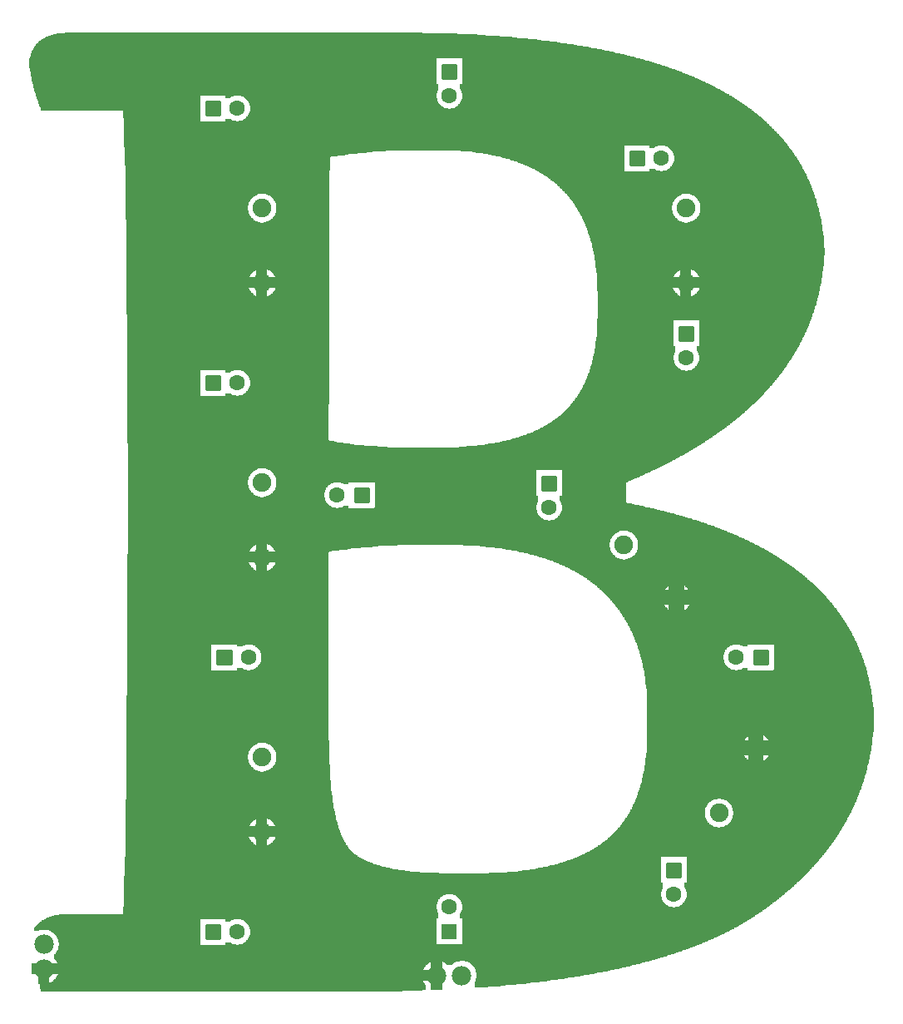
<source format=gtl>
G04 MADE WITH FRITZING*
G04 WWW.FRITZING.ORG*
G04 DOUBLE SIDED*
G04 HOLES PLATED*
G04 CONTOUR ON CENTER OF CONTOUR VECTOR*
%ASAXBY*%
%FSLAX23Y23*%
%MOIN*%
%OFA0B0*%
%SFA1.0B1.0*%
%ADD10C,0.075000*%
%ADD11C,0.062992*%
%ADD12C,0.078000*%
%ADD13R,0.062992X0.062992*%
%ADD14C,0.015748*%
%LNCOPPER1*%
G90*
G70*
G54D10*
X1840Y3817D03*
G54D11*
X1733Y3735D03*
X1733Y3637D03*
X1382Y2037D03*
X1283Y2037D03*
X2683Y2685D03*
X2683Y2587D03*
X2133Y2085D03*
X2133Y1987D03*
X2982Y1387D03*
X2883Y1387D03*
X2633Y535D03*
X2633Y437D03*
X1733Y289D03*
X1733Y387D03*
X2485Y3387D03*
X2583Y3387D03*
X785Y3587D03*
X883Y3587D03*
X785Y2487D03*
X883Y2487D03*
X830Y1387D03*
X929Y1387D03*
X785Y287D03*
X883Y287D03*
G54D10*
X983Y2087D03*
X983Y1787D03*
X2433Y1837D03*
X2645Y1625D03*
X2814Y763D03*
X2964Y1023D03*
X2683Y3187D03*
X2683Y2887D03*
X983Y3187D03*
X983Y2887D03*
X983Y987D03*
X983Y687D03*
G54D12*
X108Y237D03*
X108Y137D03*
X1783Y112D03*
X1683Y112D03*
G54D13*
X1733Y289D03*
G36*
X192Y3891D02*
X192Y3889D01*
X172Y3889D01*
X172Y3887D01*
X160Y3887D01*
X160Y3885D01*
X152Y3885D01*
X152Y3883D01*
X144Y3883D01*
X144Y3881D01*
X136Y3881D01*
X136Y3879D01*
X130Y3879D01*
X130Y3877D01*
X126Y3877D01*
X126Y3875D01*
X120Y3875D01*
X120Y3873D01*
X116Y3873D01*
X116Y3871D01*
X112Y3871D01*
X112Y3869D01*
X108Y3869D01*
X108Y3867D01*
X106Y3867D01*
X106Y3865D01*
X102Y3865D01*
X102Y3863D01*
X98Y3863D01*
X98Y3861D01*
X96Y3861D01*
X96Y3859D01*
X94Y3859D01*
X94Y3857D01*
X90Y3857D01*
X90Y3855D01*
X88Y3855D01*
X88Y3853D01*
X86Y3853D01*
X86Y3851D01*
X84Y3851D01*
X84Y3849D01*
X82Y3849D01*
X82Y3847D01*
X80Y3847D01*
X80Y3845D01*
X78Y3845D01*
X78Y3843D01*
X76Y3843D01*
X76Y3841D01*
X74Y3841D01*
X74Y3837D01*
X72Y3837D01*
X72Y3835D01*
X70Y3835D01*
X70Y3831D01*
X68Y3831D01*
X68Y3829D01*
X66Y3829D01*
X66Y3825D01*
X64Y3825D01*
X64Y3821D01*
X62Y3821D01*
X62Y3817D01*
X60Y3817D01*
X60Y3813D01*
X58Y3813D01*
X58Y3807D01*
X56Y3807D01*
X56Y3801D01*
X54Y3801D01*
X54Y3795D01*
X52Y3795D01*
X52Y3787D01*
X1784Y3787D01*
X1784Y3683D01*
X1776Y3683D01*
X1776Y3663D01*
X1778Y3663D01*
X1778Y3661D01*
X1780Y3661D01*
X1780Y3657D01*
X1782Y3657D01*
X1782Y3649D01*
X1784Y3649D01*
X1784Y3625D01*
X1782Y3625D01*
X1782Y3617D01*
X1780Y3617D01*
X1780Y3613D01*
X1778Y3613D01*
X1778Y3611D01*
X1776Y3611D01*
X1776Y3607D01*
X1774Y3607D01*
X1774Y3605D01*
X1772Y3605D01*
X1772Y3603D01*
X1770Y3603D01*
X1770Y3599D01*
X1766Y3599D01*
X1766Y3597D01*
X1764Y3597D01*
X1764Y3595D01*
X1762Y3595D01*
X1762Y3593D01*
X1758Y3593D01*
X1758Y3591D01*
X1754Y3591D01*
X1754Y3589D01*
X1748Y3589D01*
X1748Y3587D01*
X1740Y3587D01*
X1740Y3585D01*
X2938Y3585D01*
X2938Y3587D01*
X2936Y3587D01*
X2936Y3589D01*
X2932Y3589D01*
X2932Y3591D01*
X2930Y3591D01*
X2930Y3593D01*
X2926Y3593D01*
X2926Y3595D01*
X2924Y3595D01*
X2924Y3597D01*
X2922Y3597D01*
X2922Y3599D01*
X2918Y3599D01*
X2918Y3601D01*
X2916Y3601D01*
X2916Y3603D01*
X2912Y3603D01*
X2912Y3605D01*
X2910Y3605D01*
X2910Y3607D01*
X2906Y3607D01*
X2906Y3609D01*
X2904Y3609D01*
X2904Y3611D01*
X2900Y3611D01*
X2900Y3613D01*
X2898Y3613D01*
X2898Y3615D01*
X2894Y3615D01*
X2894Y3617D01*
X2892Y3617D01*
X2892Y3619D01*
X2888Y3619D01*
X2888Y3621D01*
X2886Y3621D01*
X2886Y3623D01*
X2882Y3623D01*
X2882Y3625D01*
X2880Y3625D01*
X2880Y3627D01*
X2876Y3627D01*
X2876Y3629D01*
X2874Y3629D01*
X2874Y3631D01*
X2870Y3631D01*
X2870Y3633D01*
X2866Y3633D01*
X2866Y3635D01*
X2864Y3635D01*
X2864Y3637D01*
X2860Y3637D01*
X2860Y3639D01*
X2856Y3639D01*
X2856Y3641D01*
X2854Y3641D01*
X2854Y3643D01*
X2850Y3643D01*
X2850Y3645D01*
X2846Y3645D01*
X2846Y3647D01*
X2844Y3647D01*
X2844Y3649D01*
X2840Y3649D01*
X2840Y3651D01*
X2836Y3651D01*
X2836Y3653D01*
X2832Y3653D01*
X2832Y3655D01*
X2828Y3655D01*
X2828Y3657D01*
X2826Y3657D01*
X2826Y3659D01*
X2822Y3659D01*
X2822Y3661D01*
X2818Y3661D01*
X2818Y3663D01*
X2814Y3663D01*
X2814Y3665D01*
X2810Y3665D01*
X2810Y3667D01*
X2806Y3667D01*
X2806Y3669D01*
X2802Y3669D01*
X2802Y3671D01*
X2798Y3671D01*
X2798Y3673D01*
X2796Y3673D01*
X2796Y3675D01*
X2792Y3675D01*
X2792Y3677D01*
X2788Y3677D01*
X2788Y3679D01*
X2784Y3679D01*
X2784Y3681D01*
X2780Y3681D01*
X2780Y3683D01*
X2776Y3683D01*
X2776Y3685D01*
X2772Y3685D01*
X2772Y3687D01*
X2766Y3687D01*
X2766Y3689D01*
X2762Y3689D01*
X2762Y3691D01*
X2758Y3691D01*
X2758Y3693D01*
X2754Y3693D01*
X2754Y3695D01*
X2750Y3695D01*
X2750Y3697D01*
X2746Y3697D01*
X2746Y3699D01*
X2742Y3699D01*
X2742Y3701D01*
X2736Y3701D01*
X2736Y3703D01*
X2732Y3703D01*
X2732Y3705D01*
X2728Y3705D01*
X2728Y3707D01*
X2724Y3707D01*
X2724Y3709D01*
X2718Y3709D01*
X2718Y3711D01*
X2714Y3711D01*
X2714Y3713D01*
X2710Y3713D01*
X2710Y3715D01*
X2704Y3715D01*
X2704Y3717D01*
X2700Y3717D01*
X2700Y3719D01*
X2694Y3719D01*
X2694Y3721D01*
X2690Y3721D01*
X2690Y3723D01*
X2684Y3723D01*
X2684Y3725D01*
X2680Y3725D01*
X2680Y3727D01*
X2674Y3727D01*
X2674Y3729D01*
X2670Y3729D01*
X2670Y3731D01*
X2664Y3731D01*
X2664Y3733D01*
X2660Y3733D01*
X2660Y3735D01*
X2654Y3735D01*
X2654Y3737D01*
X2648Y3737D01*
X2648Y3739D01*
X2644Y3739D01*
X2644Y3741D01*
X2638Y3741D01*
X2638Y3743D01*
X2632Y3743D01*
X2632Y3745D01*
X2626Y3745D01*
X2626Y3747D01*
X2620Y3747D01*
X2620Y3749D01*
X2614Y3749D01*
X2614Y3751D01*
X2610Y3751D01*
X2610Y3753D01*
X2604Y3753D01*
X2604Y3755D01*
X2598Y3755D01*
X2598Y3757D01*
X2592Y3757D01*
X2592Y3759D01*
X2586Y3759D01*
X2586Y3761D01*
X2578Y3761D01*
X2578Y3763D01*
X2572Y3763D01*
X2572Y3765D01*
X2566Y3765D01*
X2566Y3767D01*
X2560Y3767D01*
X2560Y3769D01*
X2554Y3769D01*
X2554Y3771D01*
X2546Y3771D01*
X2546Y3773D01*
X2540Y3773D01*
X2540Y3775D01*
X2534Y3775D01*
X2534Y3777D01*
X2526Y3777D01*
X2526Y3779D01*
X2520Y3779D01*
X2520Y3781D01*
X2512Y3781D01*
X2512Y3783D01*
X2506Y3783D01*
X2506Y3785D01*
X2498Y3785D01*
X2498Y3787D01*
X2490Y3787D01*
X2490Y3789D01*
X2482Y3789D01*
X2482Y3791D01*
X2476Y3791D01*
X2476Y3793D01*
X2468Y3793D01*
X2468Y3795D01*
X2460Y3795D01*
X2460Y3797D01*
X2452Y3797D01*
X2452Y3799D01*
X2444Y3799D01*
X2444Y3801D01*
X2436Y3801D01*
X2436Y3803D01*
X2426Y3803D01*
X2426Y3805D01*
X2418Y3805D01*
X2418Y3807D01*
X2410Y3807D01*
X2410Y3809D01*
X2400Y3809D01*
X2400Y3811D01*
X2392Y3811D01*
X2392Y3813D01*
X2382Y3813D01*
X2382Y3815D01*
X2374Y3815D01*
X2374Y3817D01*
X2364Y3817D01*
X2364Y3819D01*
X2354Y3819D01*
X2354Y3821D01*
X2344Y3821D01*
X2344Y3823D01*
X2334Y3823D01*
X2334Y3825D01*
X2324Y3825D01*
X2324Y3827D01*
X2314Y3827D01*
X2314Y3829D01*
X2302Y3829D01*
X2302Y3831D01*
X2292Y3831D01*
X2292Y3833D01*
X2280Y3833D01*
X2280Y3835D01*
X2268Y3835D01*
X2268Y3837D01*
X2256Y3837D01*
X2256Y3839D01*
X2244Y3839D01*
X2244Y3841D01*
X2232Y3841D01*
X2232Y3843D01*
X2220Y3843D01*
X2220Y3845D01*
X2206Y3845D01*
X2206Y3847D01*
X2194Y3847D01*
X2194Y3849D01*
X2178Y3849D01*
X2178Y3851D01*
X2164Y3851D01*
X2164Y3853D01*
X2150Y3853D01*
X2150Y3855D01*
X2134Y3855D01*
X2134Y3857D01*
X2118Y3857D01*
X2118Y3859D01*
X2102Y3859D01*
X2102Y3861D01*
X2084Y3861D01*
X2084Y3863D01*
X2066Y3863D01*
X2066Y3865D01*
X2048Y3865D01*
X2048Y3867D01*
X2028Y3867D01*
X2028Y3869D01*
X2006Y3869D01*
X2006Y3871D01*
X1986Y3871D01*
X1986Y3873D01*
X1962Y3873D01*
X1962Y3875D01*
X1936Y3875D01*
X1936Y3877D01*
X1908Y3877D01*
X1908Y3879D01*
X1880Y3879D01*
X1880Y3881D01*
X1846Y3881D01*
X1846Y3883D01*
X1808Y3883D01*
X1808Y3885D01*
X1764Y3885D01*
X1764Y3887D01*
X1708Y3887D01*
X1708Y3889D01*
X1626Y3889D01*
X1626Y3891D01*
X192Y3891D01*
G37*
D02*
G36*
X50Y3787D02*
X50Y3749D01*
X52Y3749D01*
X52Y3735D01*
X54Y3735D01*
X54Y3723D01*
X56Y3723D01*
X56Y3713D01*
X58Y3713D01*
X58Y3701D01*
X60Y3701D01*
X60Y3693D01*
X62Y3693D01*
X62Y3685D01*
X64Y3685D01*
X64Y3677D01*
X66Y3677D01*
X66Y3669D01*
X68Y3669D01*
X68Y3661D01*
X70Y3661D01*
X70Y3655D01*
X72Y3655D01*
X72Y3647D01*
X74Y3647D01*
X74Y3641D01*
X76Y3641D01*
X76Y3639D01*
X890Y3639D01*
X890Y3637D01*
X898Y3637D01*
X898Y3635D01*
X904Y3635D01*
X904Y3633D01*
X908Y3633D01*
X908Y3631D01*
X912Y3631D01*
X912Y3629D01*
X914Y3629D01*
X914Y3627D01*
X916Y3627D01*
X916Y3625D01*
X920Y3625D01*
X920Y3621D01*
X922Y3621D01*
X922Y3619D01*
X924Y3619D01*
X924Y3617D01*
X926Y3617D01*
X926Y3613D01*
X928Y3613D01*
X928Y3611D01*
X930Y3611D01*
X930Y3607D01*
X932Y3607D01*
X932Y3599D01*
X934Y3599D01*
X934Y3585D01*
X1728Y3585D01*
X1728Y3587D01*
X1718Y3587D01*
X1718Y3589D01*
X1712Y3589D01*
X1712Y3591D01*
X1708Y3591D01*
X1708Y3593D01*
X1706Y3593D01*
X1706Y3595D01*
X1702Y3595D01*
X1702Y3597D01*
X1700Y3597D01*
X1700Y3599D01*
X1698Y3599D01*
X1698Y3601D01*
X1696Y3601D01*
X1696Y3603D01*
X1694Y3603D01*
X1694Y3605D01*
X1692Y3605D01*
X1692Y3607D01*
X1690Y3607D01*
X1690Y3611D01*
X1688Y3611D01*
X1688Y3615D01*
X1686Y3615D01*
X1686Y3619D01*
X1684Y3619D01*
X1684Y3627D01*
X1682Y3627D01*
X1682Y3647D01*
X1684Y3647D01*
X1684Y3655D01*
X1686Y3655D01*
X1686Y3659D01*
X1688Y3659D01*
X1688Y3663D01*
X1690Y3663D01*
X1690Y3683D01*
X1682Y3683D01*
X1682Y3787D01*
X50Y3787D01*
G37*
D02*
G36*
X76Y3639D02*
X76Y3635D01*
X78Y3635D01*
X78Y3629D01*
X80Y3629D01*
X80Y3623D01*
X82Y3623D01*
X82Y3617D01*
X84Y3617D01*
X84Y3611D01*
X86Y3611D01*
X86Y3605D01*
X88Y3605D01*
X88Y3601D01*
X90Y3601D01*
X90Y3595D01*
X92Y3595D01*
X92Y3591D01*
X94Y3591D01*
X94Y3585D01*
X96Y3585D01*
X96Y3579D01*
X98Y3579D01*
X98Y3577D01*
X426Y3577D01*
X426Y3549D01*
X428Y3549D01*
X428Y3535D01*
X734Y3535D01*
X734Y3639D01*
X76Y3639D01*
G37*
D02*
G36*
X836Y3639D02*
X836Y3629D01*
X856Y3629D01*
X856Y3631D01*
X858Y3631D01*
X858Y3633D01*
X862Y3633D01*
X862Y3635D01*
X868Y3635D01*
X868Y3637D01*
X878Y3637D01*
X878Y3639D01*
X836Y3639D01*
G37*
D02*
G36*
X934Y3585D02*
X934Y3583D01*
X2940Y3583D01*
X2940Y3585D01*
X934Y3585D01*
G37*
D02*
G36*
X934Y3585D02*
X934Y3583D01*
X2940Y3583D01*
X2940Y3585D01*
X934Y3585D01*
G37*
D02*
G36*
X934Y3583D02*
X934Y3575D01*
X932Y3575D01*
X932Y3567D01*
X930Y3567D01*
X930Y3563D01*
X928Y3563D01*
X928Y3561D01*
X926Y3561D01*
X926Y3557D01*
X924Y3557D01*
X924Y3555D01*
X922Y3555D01*
X922Y3553D01*
X920Y3553D01*
X920Y3549D01*
X916Y3549D01*
X916Y3547D01*
X914Y3547D01*
X914Y3545D01*
X912Y3545D01*
X912Y3543D01*
X908Y3543D01*
X908Y3541D01*
X904Y3541D01*
X904Y3539D01*
X898Y3539D01*
X898Y3537D01*
X890Y3537D01*
X890Y3535D01*
X3000Y3535D01*
X3000Y3537D01*
X2998Y3537D01*
X2998Y3539D01*
X2994Y3539D01*
X2994Y3541D01*
X2992Y3541D01*
X2992Y3543D01*
X2990Y3543D01*
X2990Y3545D01*
X2988Y3545D01*
X2988Y3547D01*
X2986Y3547D01*
X2986Y3549D01*
X2984Y3549D01*
X2984Y3551D01*
X2982Y3551D01*
X2982Y3553D01*
X2978Y3553D01*
X2978Y3555D01*
X2976Y3555D01*
X2976Y3557D01*
X2974Y3557D01*
X2974Y3559D01*
X2972Y3559D01*
X2972Y3561D01*
X2968Y3561D01*
X2968Y3563D01*
X2966Y3563D01*
X2966Y3565D01*
X2964Y3565D01*
X2964Y3567D01*
X2962Y3567D01*
X2962Y3569D01*
X2958Y3569D01*
X2958Y3571D01*
X2956Y3571D01*
X2956Y3573D01*
X2954Y3573D01*
X2954Y3575D01*
X2952Y3575D01*
X2952Y3577D01*
X2948Y3577D01*
X2948Y3579D01*
X2946Y3579D01*
X2946Y3581D01*
X2944Y3581D01*
X2944Y3583D01*
X934Y3583D01*
G37*
D02*
G36*
X836Y3545D02*
X836Y3535D01*
X878Y3535D01*
X878Y3537D01*
X868Y3537D01*
X868Y3539D01*
X862Y3539D01*
X862Y3541D01*
X858Y3541D01*
X858Y3543D01*
X856Y3543D01*
X856Y3545D01*
X836Y3545D01*
G37*
D02*
G36*
X428Y3535D02*
X428Y3533D01*
X3002Y3533D01*
X3002Y3535D01*
X428Y3535D01*
G37*
D02*
G36*
X428Y3535D02*
X428Y3533D01*
X3002Y3533D01*
X3002Y3535D01*
X428Y3535D01*
G37*
D02*
G36*
X428Y3535D02*
X428Y3533D01*
X3002Y3533D01*
X3002Y3535D01*
X428Y3535D01*
G37*
D02*
G36*
X428Y3533D02*
X428Y3497D01*
X430Y3497D01*
X430Y3439D01*
X2590Y3439D01*
X2590Y3437D01*
X2598Y3437D01*
X2598Y3435D01*
X2604Y3435D01*
X2604Y3433D01*
X2608Y3433D01*
X2608Y3431D01*
X2612Y3431D01*
X2612Y3429D01*
X2614Y3429D01*
X2614Y3427D01*
X2616Y3427D01*
X2616Y3425D01*
X2620Y3425D01*
X2620Y3421D01*
X2622Y3421D01*
X2622Y3419D01*
X2624Y3419D01*
X2624Y3417D01*
X2626Y3417D01*
X2626Y3413D01*
X2628Y3413D01*
X2628Y3411D01*
X2630Y3411D01*
X2630Y3407D01*
X2632Y3407D01*
X2632Y3399D01*
X2634Y3399D01*
X2634Y3375D01*
X2632Y3375D01*
X2632Y3367D01*
X2630Y3367D01*
X2630Y3363D01*
X2628Y3363D01*
X2628Y3361D01*
X2626Y3361D01*
X2626Y3357D01*
X2624Y3357D01*
X2624Y3355D01*
X2622Y3355D01*
X2622Y3353D01*
X2620Y3353D01*
X2620Y3349D01*
X2616Y3349D01*
X2616Y3347D01*
X2614Y3347D01*
X2614Y3345D01*
X2612Y3345D01*
X2612Y3343D01*
X2608Y3343D01*
X2608Y3341D01*
X2604Y3341D01*
X2604Y3339D01*
X2598Y3339D01*
X2598Y3337D01*
X2590Y3337D01*
X2590Y3335D01*
X3156Y3335D01*
X3156Y3339D01*
X3154Y3339D01*
X3154Y3341D01*
X3152Y3341D01*
X3152Y3345D01*
X3150Y3345D01*
X3150Y3349D01*
X3148Y3349D01*
X3148Y3353D01*
X3146Y3353D01*
X3146Y3357D01*
X3144Y3357D01*
X3144Y3361D01*
X3142Y3361D01*
X3142Y3363D01*
X3140Y3363D01*
X3140Y3367D01*
X3138Y3367D01*
X3138Y3371D01*
X3136Y3371D01*
X3136Y3373D01*
X3134Y3373D01*
X3134Y3377D01*
X3132Y3377D01*
X3132Y3381D01*
X3130Y3381D01*
X3130Y3383D01*
X3128Y3383D01*
X3128Y3387D01*
X3126Y3387D01*
X3126Y3389D01*
X3124Y3389D01*
X3124Y3393D01*
X3122Y3393D01*
X3122Y3395D01*
X3120Y3395D01*
X3120Y3399D01*
X3118Y3399D01*
X3118Y3401D01*
X3116Y3401D01*
X3116Y3405D01*
X3114Y3405D01*
X3114Y3407D01*
X3112Y3407D01*
X3112Y3411D01*
X3110Y3411D01*
X3110Y3413D01*
X3108Y3413D01*
X3108Y3417D01*
X3106Y3417D01*
X3106Y3419D01*
X3104Y3419D01*
X3104Y3421D01*
X3102Y3421D01*
X3102Y3425D01*
X3100Y3425D01*
X3100Y3427D01*
X3098Y3427D01*
X3098Y3429D01*
X3096Y3429D01*
X3096Y3433D01*
X3094Y3433D01*
X3094Y3435D01*
X3092Y3435D01*
X3092Y3437D01*
X3090Y3437D01*
X3090Y3441D01*
X3088Y3441D01*
X3088Y3443D01*
X3086Y3443D01*
X3086Y3445D01*
X3084Y3445D01*
X3084Y3447D01*
X3082Y3447D01*
X3082Y3451D01*
X3080Y3451D01*
X3080Y3453D01*
X3078Y3453D01*
X3078Y3455D01*
X3076Y3455D01*
X3076Y3457D01*
X3074Y3457D01*
X3074Y3461D01*
X3072Y3461D01*
X3072Y3463D01*
X3070Y3463D01*
X3070Y3465D01*
X3068Y3465D01*
X3068Y3467D01*
X3066Y3467D01*
X3066Y3469D01*
X3064Y3469D01*
X3064Y3471D01*
X3062Y3471D01*
X3062Y3473D01*
X3060Y3473D01*
X3060Y3477D01*
X3058Y3477D01*
X3058Y3479D01*
X3056Y3479D01*
X3056Y3481D01*
X3054Y3481D01*
X3054Y3483D01*
X3052Y3483D01*
X3052Y3485D01*
X3050Y3485D01*
X3050Y3487D01*
X3048Y3487D01*
X3048Y3489D01*
X3046Y3489D01*
X3046Y3491D01*
X3044Y3491D01*
X3044Y3493D01*
X3042Y3493D01*
X3042Y3495D01*
X3040Y3495D01*
X3040Y3497D01*
X3038Y3497D01*
X3038Y3499D01*
X3036Y3499D01*
X3036Y3501D01*
X3034Y3501D01*
X3034Y3503D01*
X3032Y3503D01*
X3032Y3505D01*
X3030Y3505D01*
X3030Y3507D01*
X3028Y3507D01*
X3028Y3509D01*
X3026Y3509D01*
X3026Y3511D01*
X3024Y3511D01*
X3024Y3513D01*
X3022Y3513D01*
X3022Y3515D01*
X3020Y3515D01*
X3020Y3517D01*
X3018Y3517D01*
X3018Y3519D01*
X3016Y3519D01*
X3016Y3521D01*
X3014Y3521D01*
X3014Y3523D01*
X3012Y3523D01*
X3012Y3525D01*
X3010Y3525D01*
X3010Y3527D01*
X3008Y3527D01*
X3008Y3529D01*
X3006Y3529D01*
X3006Y3531D01*
X3004Y3531D01*
X3004Y3533D01*
X428Y3533D01*
G37*
D02*
G36*
X430Y3439D02*
X430Y3431D01*
X432Y3431D01*
X432Y3419D01*
X1748Y3419D01*
X1748Y3417D01*
X1780Y3417D01*
X1780Y3415D01*
X1804Y3415D01*
X1804Y3413D01*
X1824Y3413D01*
X1824Y3411D01*
X1840Y3411D01*
X1840Y3409D01*
X1854Y3409D01*
X1854Y3407D01*
X1868Y3407D01*
X1868Y3405D01*
X1880Y3405D01*
X1880Y3403D01*
X1890Y3403D01*
X1890Y3401D01*
X1902Y3401D01*
X1902Y3399D01*
X1910Y3399D01*
X1910Y3397D01*
X1920Y3397D01*
X1920Y3395D01*
X1928Y3395D01*
X1928Y3393D01*
X1938Y3393D01*
X1938Y3391D01*
X1944Y3391D01*
X1944Y3389D01*
X1952Y3389D01*
X1952Y3387D01*
X1960Y3387D01*
X1960Y3385D01*
X1966Y3385D01*
X1966Y3383D01*
X1974Y3383D01*
X1974Y3381D01*
X1980Y3381D01*
X1980Y3379D01*
X1986Y3379D01*
X1986Y3377D01*
X1992Y3377D01*
X1992Y3375D01*
X1998Y3375D01*
X1998Y3373D01*
X2004Y3373D01*
X2004Y3371D01*
X2010Y3371D01*
X2010Y3369D01*
X2014Y3369D01*
X2014Y3367D01*
X2020Y3367D01*
X2020Y3365D01*
X2026Y3365D01*
X2026Y3363D01*
X2030Y3363D01*
X2030Y3361D01*
X2034Y3361D01*
X2034Y3359D01*
X2040Y3359D01*
X2040Y3357D01*
X2044Y3357D01*
X2044Y3355D01*
X2048Y3355D01*
X2048Y3353D01*
X2052Y3353D01*
X2052Y3351D01*
X2058Y3351D01*
X2058Y3349D01*
X2062Y3349D01*
X2062Y3347D01*
X2066Y3347D01*
X2066Y3345D01*
X2070Y3345D01*
X2070Y3343D01*
X2074Y3343D01*
X2074Y3341D01*
X2078Y3341D01*
X2078Y3339D01*
X2080Y3339D01*
X2080Y3337D01*
X2084Y3337D01*
X2084Y3335D01*
X2434Y3335D01*
X2434Y3439D01*
X430Y3439D01*
G37*
D02*
G36*
X2536Y3439D02*
X2536Y3429D01*
X2556Y3429D01*
X2556Y3431D01*
X2558Y3431D01*
X2558Y3433D01*
X2562Y3433D01*
X2562Y3435D01*
X2568Y3435D01*
X2568Y3437D01*
X2578Y3437D01*
X2578Y3439D01*
X2536Y3439D01*
G37*
D02*
G36*
X432Y3419D02*
X432Y3357D01*
X434Y3357D01*
X434Y3259D01*
X436Y3259D01*
X436Y3245D01*
X990Y3245D01*
X990Y3243D01*
X1000Y3243D01*
X1000Y3241D01*
X1006Y3241D01*
X1006Y3239D01*
X1010Y3239D01*
X1010Y3237D01*
X1014Y3237D01*
X1014Y3235D01*
X1016Y3235D01*
X1016Y3233D01*
X1018Y3233D01*
X1018Y3231D01*
X1022Y3231D01*
X1022Y3229D01*
X1024Y3229D01*
X1024Y3227D01*
X1026Y3227D01*
X1026Y3223D01*
X1028Y3223D01*
X1028Y3221D01*
X1030Y3221D01*
X1030Y3219D01*
X1032Y3219D01*
X1032Y3215D01*
X1034Y3215D01*
X1034Y3213D01*
X1036Y3213D01*
X1036Y3207D01*
X1038Y3207D01*
X1038Y3201D01*
X1040Y3201D01*
X1040Y3173D01*
X1038Y3173D01*
X1038Y3167D01*
X1036Y3167D01*
X1036Y3161D01*
X1034Y3161D01*
X1034Y3159D01*
X1032Y3159D01*
X1032Y3155D01*
X1030Y3155D01*
X1030Y3153D01*
X1028Y3153D01*
X1028Y3151D01*
X1026Y3151D01*
X1026Y3147D01*
X1024Y3147D01*
X1024Y3145D01*
X1022Y3145D01*
X1022Y3143D01*
X1018Y3143D01*
X1018Y3141D01*
X1016Y3141D01*
X1016Y3139D01*
X1014Y3139D01*
X1014Y3137D01*
X1010Y3137D01*
X1010Y3135D01*
X1006Y3135D01*
X1006Y3133D01*
X1000Y3133D01*
X1000Y3131D01*
X990Y3131D01*
X990Y3129D01*
X1252Y3129D01*
X1252Y3339D01*
X1254Y3339D01*
X1254Y3391D01*
X1258Y3391D01*
X1258Y3393D01*
X1272Y3393D01*
X1272Y3395D01*
X1286Y3395D01*
X1286Y3397D01*
X1298Y3397D01*
X1298Y3399D01*
X1314Y3399D01*
X1314Y3401D01*
X1330Y3401D01*
X1330Y3403D01*
X1346Y3403D01*
X1346Y3405D01*
X1364Y3405D01*
X1364Y3407D01*
X1382Y3407D01*
X1382Y3409D01*
X1402Y3409D01*
X1402Y3411D01*
X1424Y3411D01*
X1424Y3413D01*
X1450Y3413D01*
X1450Y3415D01*
X1480Y3415D01*
X1480Y3417D01*
X1520Y3417D01*
X1520Y3419D01*
X432Y3419D01*
G37*
D02*
G36*
X2536Y3345D02*
X2536Y3335D01*
X2578Y3335D01*
X2578Y3337D01*
X2568Y3337D01*
X2568Y3339D01*
X2562Y3339D01*
X2562Y3341D01*
X2558Y3341D01*
X2558Y3343D01*
X2556Y3343D01*
X2556Y3345D01*
X2536Y3345D01*
G37*
D02*
G36*
X2088Y3335D02*
X2088Y3333D01*
X3158Y3333D01*
X3158Y3335D01*
X2088Y3335D01*
G37*
D02*
G36*
X2088Y3335D02*
X2088Y3333D01*
X3158Y3333D01*
X3158Y3335D01*
X2088Y3335D01*
G37*
D02*
G36*
X2088Y3335D02*
X2088Y3333D01*
X3158Y3333D01*
X3158Y3335D01*
X2088Y3335D01*
G37*
D02*
G36*
X2092Y3333D02*
X2092Y3331D01*
X2096Y3331D01*
X2096Y3329D01*
X2098Y3329D01*
X2098Y3327D01*
X2102Y3327D01*
X2102Y3325D01*
X2106Y3325D01*
X2106Y3323D01*
X2108Y3323D01*
X2108Y3321D01*
X2112Y3321D01*
X2112Y3319D01*
X2114Y3319D01*
X2114Y3317D01*
X2118Y3317D01*
X2118Y3315D01*
X2122Y3315D01*
X2122Y3313D01*
X2124Y3313D01*
X2124Y3311D01*
X2128Y3311D01*
X2128Y3309D01*
X2130Y3309D01*
X2130Y3307D01*
X2132Y3307D01*
X2132Y3305D01*
X2136Y3305D01*
X2136Y3303D01*
X2138Y3303D01*
X2138Y3301D01*
X2140Y3301D01*
X2140Y3299D01*
X2144Y3299D01*
X2144Y3297D01*
X2146Y3297D01*
X2146Y3295D01*
X2148Y3295D01*
X2148Y3293D01*
X2152Y3293D01*
X2152Y3291D01*
X2154Y3291D01*
X2154Y3289D01*
X2156Y3289D01*
X2156Y3287D01*
X2158Y3287D01*
X2158Y3285D01*
X2160Y3285D01*
X2160Y3283D01*
X2164Y3283D01*
X2164Y3281D01*
X2166Y3281D01*
X2166Y3279D01*
X2168Y3279D01*
X2168Y3277D01*
X2170Y3277D01*
X2170Y3275D01*
X2172Y3275D01*
X2172Y3273D01*
X2174Y3273D01*
X2174Y3271D01*
X2176Y3271D01*
X2176Y3269D01*
X2178Y3269D01*
X2178Y3267D01*
X2180Y3267D01*
X2180Y3265D01*
X2182Y3265D01*
X2182Y3263D01*
X2184Y3263D01*
X2184Y3261D01*
X2186Y3261D01*
X2186Y3259D01*
X2188Y3259D01*
X2188Y3257D01*
X2190Y3257D01*
X2190Y3255D01*
X2192Y3255D01*
X2192Y3253D01*
X2194Y3253D01*
X2194Y3251D01*
X2196Y3251D01*
X2196Y3249D01*
X2198Y3249D01*
X2198Y3247D01*
X2200Y3247D01*
X2200Y3245D01*
X2690Y3245D01*
X2690Y3243D01*
X2700Y3243D01*
X2700Y3241D01*
X2706Y3241D01*
X2706Y3239D01*
X2710Y3239D01*
X2710Y3237D01*
X2714Y3237D01*
X2714Y3235D01*
X2716Y3235D01*
X2716Y3233D01*
X2718Y3233D01*
X2718Y3231D01*
X2722Y3231D01*
X2722Y3229D01*
X2724Y3229D01*
X2724Y3227D01*
X2726Y3227D01*
X2726Y3223D01*
X2728Y3223D01*
X2728Y3221D01*
X2730Y3221D01*
X2730Y3219D01*
X2732Y3219D01*
X2732Y3215D01*
X2734Y3215D01*
X2734Y3213D01*
X2736Y3213D01*
X2736Y3207D01*
X2738Y3207D01*
X2738Y3201D01*
X2740Y3201D01*
X2740Y3173D01*
X2738Y3173D01*
X2738Y3167D01*
X2736Y3167D01*
X2736Y3161D01*
X2734Y3161D01*
X2734Y3159D01*
X2732Y3159D01*
X2732Y3155D01*
X2730Y3155D01*
X2730Y3153D01*
X2728Y3153D01*
X2728Y3151D01*
X2726Y3151D01*
X2726Y3147D01*
X2724Y3147D01*
X2724Y3145D01*
X2722Y3145D01*
X2722Y3143D01*
X2718Y3143D01*
X2718Y3141D01*
X2716Y3141D01*
X2716Y3139D01*
X2714Y3139D01*
X2714Y3137D01*
X2710Y3137D01*
X2710Y3135D01*
X2706Y3135D01*
X2706Y3133D01*
X2700Y3133D01*
X2700Y3131D01*
X2690Y3131D01*
X2690Y3129D01*
X3226Y3129D01*
X3226Y3131D01*
X3224Y3131D01*
X3224Y3143D01*
X3222Y3143D01*
X3222Y3153D01*
X3220Y3153D01*
X3220Y3161D01*
X3218Y3161D01*
X3218Y3171D01*
X3216Y3171D01*
X3216Y3179D01*
X3214Y3179D01*
X3214Y3187D01*
X3212Y3187D01*
X3212Y3195D01*
X3210Y3195D01*
X3210Y3201D01*
X3208Y3201D01*
X3208Y3209D01*
X3206Y3209D01*
X3206Y3215D01*
X3204Y3215D01*
X3204Y3223D01*
X3202Y3223D01*
X3202Y3229D01*
X3200Y3229D01*
X3200Y3235D01*
X3198Y3235D01*
X3198Y3241D01*
X3196Y3241D01*
X3196Y3247D01*
X3194Y3247D01*
X3194Y3251D01*
X3192Y3251D01*
X3192Y3257D01*
X3190Y3257D01*
X3190Y3263D01*
X3188Y3263D01*
X3188Y3267D01*
X3186Y3267D01*
X3186Y3273D01*
X3184Y3273D01*
X3184Y3277D01*
X3182Y3277D01*
X3182Y3283D01*
X3180Y3283D01*
X3180Y3287D01*
X3178Y3287D01*
X3178Y3293D01*
X3176Y3293D01*
X3176Y3297D01*
X3174Y3297D01*
X3174Y3301D01*
X3172Y3301D01*
X3172Y3305D01*
X3170Y3305D01*
X3170Y3311D01*
X3168Y3311D01*
X3168Y3315D01*
X3166Y3315D01*
X3166Y3319D01*
X3164Y3319D01*
X3164Y3323D01*
X3162Y3323D01*
X3162Y3327D01*
X3160Y3327D01*
X3160Y3331D01*
X3158Y3331D01*
X3158Y3333D01*
X2092Y3333D01*
G37*
D02*
G36*
X436Y3245D02*
X436Y3141D01*
X438Y3141D01*
X438Y3129D01*
X976Y3129D01*
X976Y3131D01*
X966Y3131D01*
X966Y3133D01*
X962Y3133D01*
X962Y3135D01*
X956Y3135D01*
X956Y3137D01*
X954Y3137D01*
X954Y3139D01*
X950Y3139D01*
X950Y3141D01*
X948Y3141D01*
X948Y3143D01*
X946Y3143D01*
X946Y3145D01*
X944Y3145D01*
X944Y3147D01*
X942Y3147D01*
X942Y3149D01*
X940Y3149D01*
X940Y3151D01*
X938Y3151D01*
X938Y3153D01*
X936Y3153D01*
X936Y3157D01*
X934Y3157D01*
X934Y3159D01*
X932Y3159D01*
X932Y3163D01*
X930Y3163D01*
X930Y3169D01*
X928Y3169D01*
X928Y3177D01*
X926Y3177D01*
X926Y3197D01*
X928Y3197D01*
X928Y3205D01*
X930Y3205D01*
X930Y3211D01*
X932Y3211D01*
X932Y3215D01*
X934Y3215D01*
X934Y3217D01*
X936Y3217D01*
X936Y3221D01*
X938Y3221D01*
X938Y3223D01*
X940Y3223D01*
X940Y3225D01*
X942Y3225D01*
X942Y3227D01*
X944Y3227D01*
X944Y3229D01*
X946Y3229D01*
X946Y3231D01*
X948Y3231D01*
X948Y3233D01*
X950Y3233D01*
X950Y3235D01*
X954Y3235D01*
X954Y3237D01*
X956Y3237D01*
X956Y3239D01*
X962Y3239D01*
X962Y3241D01*
X966Y3241D01*
X966Y3243D01*
X976Y3243D01*
X976Y3245D01*
X436Y3245D01*
G37*
D02*
G36*
X2202Y3245D02*
X2202Y3243D01*
X2204Y3243D01*
X2204Y3241D01*
X2206Y3241D01*
X2206Y3237D01*
X2208Y3237D01*
X2208Y3235D01*
X2210Y3235D01*
X2210Y3233D01*
X2212Y3233D01*
X2212Y3231D01*
X2214Y3231D01*
X2214Y3227D01*
X2216Y3227D01*
X2216Y3225D01*
X2218Y3225D01*
X2218Y3223D01*
X2220Y3223D01*
X2220Y3221D01*
X2222Y3221D01*
X2222Y3217D01*
X2224Y3217D01*
X2224Y3215D01*
X2226Y3215D01*
X2226Y3213D01*
X2228Y3213D01*
X2228Y3209D01*
X2230Y3209D01*
X2230Y3207D01*
X2232Y3207D01*
X2232Y3203D01*
X2234Y3203D01*
X2234Y3201D01*
X2236Y3201D01*
X2236Y3197D01*
X2238Y3197D01*
X2238Y3195D01*
X2240Y3195D01*
X2240Y3191D01*
X2242Y3191D01*
X2242Y3189D01*
X2244Y3189D01*
X2244Y3185D01*
X2246Y3185D01*
X2246Y3181D01*
X2248Y3181D01*
X2248Y3179D01*
X2250Y3179D01*
X2250Y3175D01*
X2252Y3175D01*
X2252Y3171D01*
X2254Y3171D01*
X2254Y3167D01*
X2256Y3167D01*
X2256Y3165D01*
X2258Y3165D01*
X2258Y3161D01*
X2260Y3161D01*
X2260Y3157D01*
X2262Y3157D01*
X2262Y3153D01*
X2264Y3153D01*
X2264Y3149D01*
X2266Y3149D01*
X2266Y3145D01*
X2268Y3145D01*
X2268Y3141D01*
X2270Y3141D01*
X2270Y3137D01*
X2272Y3137D01*
X2272Y3131D01*
X2274Y3131D01*
X2274Y3129D01*
X2676Y3129D01*
X2676Y3131D01*
X2666Y3131D01*
X2666Y3133D01*
X2662Y3133D01*
X2662Y3135D01*
X2656Y3135D01*
X2656Y3137D01*
X2654Y3137D01*
X2654Y3139D01*
X2650Y3139D01*
X2650Y3141D01*
X2648Y3141D01*
X2648Y3143D01*
X2646Y3143D01*
X2646Y3145D01*
X2644Y3145D01*
X2644Y3147D01*
X2642Y3147D01*
X2642Y3149D01*
X2640Y3149D01*
X2640Y3151D01*
X2638Y3151D01*
X2638Y3153D01*
X2636Y3153D01*
X2636Y3157D01*
X2634Y3157D01*
X2634Y3159D01*
X2632Y3159D01*
X2632Y3163D01*
X2630Y3163D01*
X2630Y3169D01*
X2628Y3169D01*
X2628Y3177D01*
X2626Y3177D01*
X2626Y3197D01*
X2628Y3197D01*
X2628Y3205D01*
X2630Y3205D01*
X2630Y3211D01*
X2632Y3211D01*
X2632Y3215D01*
X2634Y3215D01*
X2634Y3217D01*
X2636Y3217D01*
X2636Y3221D01*
X2638Y3221D01*
X2638Y3223D01*
X2640Y3223D01*
X2640Y3225D01*
X2642Y3225D01*
X2642Y3227D01*
X2644Y3227D01*
X2644Y3229D01*
X2646Y3229D01*
X2646Y3231D01*
X2648Y3231D01*
X2648Y3233D01*
X2650Y3233D01*
X2650Y3235D01*
X2654Y3235D01*
X2654Y3237D01*
X2656Y3237D01*
X2656Y3239D01*
X2662Y3239D01*
X2662Y3241D01*
X2666Y3241D01*
X2666Y3243D01*
X2676Y3243D01*
X2676Y3245D01*
X2202Y3245D01*
G37*
D02*
G36*
X438Y3129D02*
X438Y3127D01*
X1252Y3127D01*
X1252Y3129D01*
X438Y3129D01*
G37*
D02*
G36*
X438Y3129D02*
X438Y3127D01*
X1252Y3127D01*
X1252Y3129D01*
X438Y3129D01*
G37*
D02*
G36*
X2274Y3129D02*
X2274Y3127D01*
X3226Y3127D01*
X3226Y3129D01*
X2274Y3129D01*
G37*
D02*
G36*
X2274Y3129D02*
X2274Y3127D01*
X3226Y3127D01*
X3226Y3129D01*
X2274Y3129D01*
G37*
D02*
G36*
X438Y3127D02*
X438Y2987D01*
X440Y2987D01*
X440Y2945D01*
X990Y2945D01*
X990Y2943D01*
X1000Y2943D01*
X1000Y2941D01*
X1006Y2941D01*
X1006Y2939D01*
X1010Y2939D01*
X1010Y2937D01*
X1014Y2937D01*
X1014Y2935D01*
X1016Y2935D01*
X1016Y2933D01*
X1018Y2933D01*
X1018Y2931D01*
X1022Y2931D01*
X1022Y2929D01*
X1024Y2929D01*
X1024Y2927D01*
X1026Y2927D01*
X1026Y2923D01*
X1028Y2923D01*
X1028Y2921D01*
X1030Y2921D01*
X1030Y2919D01*
X1032Y2919D01*
X1032Y2915D01*
X1034Y2915D01*
X1034Y2913D01*
X1036Y2913D01*
X1036Y2907D01*
X1038Y2907D01*
X1038Y2901D01*
X1040Y2901D01*
X1040Y2873D01*
X1038Y2873D01*
X1038Y2867D01*
X1036Y2867D01*
X1036Y2861D01*
X1034Y2861D01*
X1034Y2859D01*
X1032Y2859D01*
X1032Y2855D01*
X1030Y2855D01*
X1030Y2853D01*
X1028Y2853D01*
X1028Y2851D01*
X1026Y2851D01*
X1026Y2847D01*
X1024Y2847D01*
X1024Y2845D01*
X1022Y2845D01*
X1022Y2843D01*
X1018Y2843D01*
X1018Y2841D01*
X1016Y2841D01*
X1016Y2839D01*
X1014Y2839D01*
X1014Y2837D01*
X1010Y2837D01*
X1010Y2835D01*
X1006Y2835D01*
X1006Y2833D01*
X1000Y2833D01*
X1000Y2831D01*
X990Y2831D01*
X990Y2829D01*
X1252Y2829D01*
X1252Y3127D01*
X438Y3127D01*
G37*
D02*
G36*
X2276Y3127D02*
X2276Y3123D01*
X2278Y3123D01*
X2278Y3119D01*
X2280Y3119D01*
X2280Y3113D01*
X2282Y3113D01*
X2282Y3107D01*
X2284Y3107D01*
X2284Y3103D01*
X2286Y3103D01*
X2286Y3097D01*
X2288Y3097D01*
X2288Y3091D01*
X2290Y3091D01*
X2290Y3085D01*
X2292Y3085D01*
X2292Y3079D01*
X2294Y3079D01*
X2294Y3075D01*
X2296Y3075D01*
X2296Y3067D01*
X2298Y3067D01*
X2298Y3061D01*
X2300Y3061D01*
X2300Y3053D01*
X2302Y3053D01*
X2302Y3047D01*
X2304Y3047D01*
X2304Y3039D01*
X2306Y3039D01*
X2306Y3029D01*
X2308Y3029D01*
X2308Y3021D01*
X2310Y3021D01*
X2310Y3013D01*
X2312Y3013D01*
X2312Y3001D01*
X2314Y3001D01*
X2314Y2991D01*
X2316Y2991D01*
X2316Y2979D01*
X2318Y2979D01*
X2318Y2965D01*
X2320Y2965D01*
X2320Y2949D01*
X2322Y2949D01*
X2322Y2945D01*
X2690Y2945D01*
X2690Y2943D01*
X2700Y2943D01*
X2700Y2941D01*
X2706Y2941D01*
X2706Y2939D01*
X2710Y2939D01*
X2710Y2937D01*
X2714Y2937D01*
X2714Y2935D01*
X2716Y2935D01*
X2716Y2933D01*
X2718Y2933D01*
X2718Y2931D01*
X2722Y2931D01*
X2722Y2929D01*
X2724Y2929D01*
X2724Y2927D01*
X2726Y2927D01*
X2726Y2923D01*
X2728Y2923D01*
X2728Y2921D01*
X2730Y2921D01*
X2730Y2919D01*
X2732Y2919D01*
X2732Y2915D01*
X2734Y2915D01*
X2734Y2913D01*
X2736Y2913D01*
X2736Y2907D01*
X2738Y2907D01*
X2738Y2901D01*
X2740Y2901D01*
X2740Y2873D01*
X2738Y2873D01*
X2738Y2867D01*
X2736Y2867D01*
X2736Y2861D01*
X2734Y2861D01*
X2734Y2859D01*
X2732Y2859D01*
X2732Y2855D01*
X2730Y2855D01*
X2730Y2853D01*
X2728Y2853D01*
X2728Y2851D01*
X2726Y2851D01*
X2726Y2847D01*
X2724Y2847D01*
X2724Y2845D01*
X2722Y2845D01*
X2722Y2843D01*
X2718Y2843D01*
X2718Y2841D01*
X2716Y2841D01*
X2716Y2839D01*
X2714Y2839D01*
X2714Y2837D01*
X2710Y2837D01*
X2710Y2835D01*
X2706Y2835D01*
X2706Y2833D01*
X2700Y2833D01*
X2700Y2831D01*
X2690Y2831D01*
X2690Y2829D01*
X3212Y2829D01*
X3212Y2837D01*
X3214Y2837D01*
X3214Y2845D01*
X3216Y2845D01*
X3216Y2853D01*
X3218Y2853D01*
X3218Y2863D01*
X3220Y2863D01*
X3220Y2873D01*
X3222Y2873D01*
X3222Y2883D01*
X3224Y2883D01*
X3224Y2895D01*
X3226Y2895D01*
X3226Y2907D01*
X3228Y2907D01*
X3228Y2921D01*
X3230Y2921D01*
X3230Y2933D01*
X3232Y2933D01*
X3232Y2953D01*
X3234Y2953D01*
X3234Y2971D01*
X3236Y2971D01*
X3236Y2999D01*
X3238Y2999D01*
X3238Y3029D01*
X3236Y3029D01*
X3236Y3057D01*
X3234Y3057D01*
X3234Y3077D01*
X3232Y3077D01*
X3232Y3093D01*
X3230Y3093D01*
X3230Y3107D01*
X3228Y3107D01*
X3228Y3121D01*
X3226Y3121D01*
X3226Y3127D01*
X2276Y3127D01*
G37*
D02*
G36*
X440Y2945D02*
X440Y2829D01*
X976Y2829D01*
X976Y2831D01*
X966Y2831D01*
X966Y2833D01*
X962Y2833D01*
X962Y2835D01*
X956Y2835D01*
X956Y2837D01*
X954Y2837D01*
X954Y2839D01*
X950Y2839D01*
X950Y2841D01*
X948Y2841D01*
X948Y2843D01*
X946Y2843D01*
X946Y2845D01*
X944Y2845D01*
X944Y2847D01*
X942Y2847D01*
X942Y2849D01*
X940Y2849D01*
X940Y2851D01*
X938Y2851D01*
X938Y2853D01*
X936Y2853D01*
X936Y2857D01*
X934Y2857D01*
X934Y2859D01*
X932Y2859D01*
X932Y2863D01*
X930Y2863D01*
X930Y2869D01*
X928Y2869D01*
X928Y2877D01*
X926Y2877D01*
X926Y2897D01*
X928Y2897D01*
X928Y2905D01*
X930Y2905D01*
X930Y2911D01*
X932Y2911D01*
X932Y2915D01*
X934Y2915D01*
X934Y2917D01*
X936Y2917D01*
X936Y2921D01*
X938Y2921D01*
X938Y2923D01*
X940Y2923D01*
X940Y2925D01*
X942Y2925D01*
X942Y2927D01*
X944Y2927D01*
X944Y2929D01*
X946Y2929D01*
X946Y2931D01*
X948Y2931D01*
X948Y2933D01*
X950Y2933D01*
X950Y2935D01*
X954Y2935D01*
X954Y2937D01*
X956Y2937D01*
X956Y2939D01*
X962Y2939D01*
X962Y2941D01*
X966Y2941D01*
X966Y2943D01*
X976Y2943D01*
X976Y2945D01*
X440Y2945D01*
G37*
D02*
G36*
X2322Y2945D02*
X2322Y2929D01*
X2324Y2929D01*
X2324Y2905D01*
X2326Y2905D01*
X2326Y2853D01*
X2328Y2853D01*
X2328Y2829D01*
X2676Y2829D01*
X2676Y2831D01*
X2666Y2831D01*
X2666Y2833D01*
X2662Y2833D01*
X2662Y2835D01*
X2656Y2835D01*
X2656Y2837D01*
X2654Y2837D01*
X2654Y2839D01*
X2650Y2839D01*
X2650Y2841D01*
X2648Y2841D01*
X2648Y2843D01*
X2646Y2843D01*
X2646Y2845D01*
X2644Y2845D01*
X2644Y2847D01*
X2642Y2847D01*
X2642Y2849D01*
X2640Y2849D01*
X2640Y2851D01*
X2638Y2851D01*
X2638Y2853D01*
X2636Y2853D01*
X2636Y2857D01*
X2634Y2857D01*
X2634Y2859D01*
X2632Y2859D01*
X2632Y2863D01*
X2630Y2863D01*
X2630Y2869D01*
X2628Y2869D01*
X2628Y2877D01*
X2626Y2877D01*
X2626Y2897D01*
X2628Y2897D01*
X2628Y2905D01*
X2630Y2905D01*
X2630Y2911D01*
X2632Y2911D01*
X2632Y2915D01*
X2634Y2915D01*
X2634Y2917D01*
X2636Y2917D01*
X2636Y2921D01*
X2638Y2921D01*
X2638Y2923D01*
X2640Y2923D01*
X2640Y2925D01*
X2642Y2925D01*
X2642Y2927D01*
X2644Y2927D01*
X2644Y2929D01*
X2646Y2929D01*
X2646Y2931D01*
X2648Y2931D01*
X2648Y2933D01*
X2650Y2933D01*
X2650Y2935D01*
X2654Y2935D01*
X2654Y2937D01*
X2656Y2937D01*
X2656Y2939D01*
X2662Y2939D01*
X2662Y2941D01*
X2666Y2941D01*
X2666Y2943D01*
X2676Y2943D01*
X2676Y2945D01*
X2322Y2945D01*
G37*
D02*
G36*
X440Y2829D02*
X440Y2827D01*
X1252Y2827D01*
X1252Y2829D01*
X440Y2829D01*
G37*
D02*
G36*
X440Y2829D02*
X440Y2827D01*
X1252Y2827D01*
X1252Y2829D01*
X440Y2829D01*
G37*
D02*
G36*
X2328Y2829D02*
X2328Y2827D01*
X3210Y2827D01*
X3210Y2829D01*
X2328Y2829D01*
G37*
D02*
G36*
X2328Y2829D02*
X2328Y2827D01*
X3210Y2827D01*
X3210Y2829D01*
X2328Y2829D01*
G37*
D02*
G36*
X440Y2827D02*
X440Y2761D01*
X442Y2761D01*
X442Y2539D01*
X890Y2539D01*
X890Y2537D01*
X898Y2537D01*
X898Y2535D01*
X904Y2535D01*
X904Y2533D01*
X908Y2533D01*
X908Y2531D01*
X912Y2531D01*
X912Y2529D01*
X914Y2529D01*
X914Y2527D01*
X916Y2527D01*
X916Y2525D01*
X920Y2525D01*
X920Y2521D01*
X922Y2521D01*
X922Y2519D01*
X924Y2519D01*
X924Y2517D01*
X926Y2517D01*
X926Y2513D01*
X928Y2513D01*
X928Y2511D01*
X930Y2511D01*
X930Y2507D01*
X932Y2507D01*
X932Y2499D01*
X934Y2499D01*
X934Y2475D01*
X932Y2475D01*
X932Y2467D01*
X930Y2467D01*
X930Y2463D01*
X928Y2463D01*
X928Y2461D01*
X926Y2461D01*
X926Y2457D01*
X924Y2457D01*
X924Y2455D01*
X922Y2455D01*
X922Y2453D01*
X920Y2453D01*
X920Y2449D01*
X916Y2449D01*
X916Y2447D01*
X914Y2447D01*
X914Y2445D01*
X912Y2445D01*
X912Y2443D01*
X908Y2443D01*
X908Y2441D01*
X904Y2441D01*
X904Y2439D01*
X898Y2439D01*
X898Y2437D01*
X890Y2437D01*
X890Y2435D01*
X1252Y2435D01*
X1252Y2827D01*
X440Y2827D01*
G37*
D02*
G36*
X2328Y2827D02*
X2328Y2745D01*
X2326Y2745D01*
X2326Y2737D01*
X2734Y2737D01*
X2734Y2633D01*
X2726Y2633D01*
X2726Y2613D01*
X2728Y2613D01*
X2728Y2611D01*
X2730Y2611D01*
X2730Y2607D01*
X2732Y2607D01*
X2732Y2599D01*
X2734Y2599D01*
X2734Y2575D01*
X2732Y2575D01*
X2732Y2567D01*
X2730Y2567D01*
X2730Y2563D01*
X2728Y2563D01*
X2728Y2561D01*
X2726Y2561D01*
X2726Y2557D01*
X2724Y2557D01*
X2724Y2555D01*
X2722Y2555D01*
X2722Y2553D01*
X2720Y2553D01*
X2720Y2549D01*
X2716Y2549D01*
X2716Y2547D01*
X2714Y2547D01*
X2714Y2545D01*
X2712Y2545D01*
X2712Y2543D01*
X2708Y2543D01*
X2708Y2541D01*
X2704Y2541D01*
X2704Y2539D01*
X2698Y2539D01*
X2698Y2537D01*
X2690Y2537D01*
X2690Y2535D01*
X3072Y2535D01*
X3072Y2537D01*
X3074Y2537D01*
X3074Y2541D01*
X3076Y2541D01*
X3076Y2543D01*
X3078Y2543D01*
X3078Y2547D01*
X3080Y2547D01*
X3080Y2549D01*
X3082Y2549D01*
X3082Y2551D01*
X3084Y2551D01*
X3084Y2555D01*
X3086Y2555D01*
X3086Y2557D01*
X3088Y2557D01*
X3088Y2561D01*
X3090Y2561D01*
X3090Y2563D01*
X3092Y2563D01*
X3092Y2567D01*
X3094Y2567D01*
X3094Y2569D01*
X3096Y2569D01*
X3096Y2573D01*
X3098Y2573D01*
X3098Y2575D01*
X3100Y2575D01*
X3100Y2579D01*
X3102Y2579D01*
X3102Y2581D01*
X3104Y2581D01*
X3104Y2585D01*
X3106Y2585D01*
X3106Y2587D01*
X3108Y2587D01*
X3108Y2591D01*
X3110Y2591D01*
X3110Y2595D01*
X3112Y2595D01*
X3112Y2597D01*
X3114Y2597D01*
X3114Y2601D01*
X3116Y2601D01*
X3116Y2605D01*
X3118Y2605D01*
X3118Y2607D01*
X3120Y2607D01*
X3120Y2611D01*
X3122Y2611D01*
X3122Y2615D01*
X3124Y2615D01*
X3124Y2617D01*
X3126Y2617D01*
X3126Y2621D01*
X3128Y2621D01*
X3128Y2625D01*
X3130Y2625D01*
X3130Y2629D01*
X3132Y2629D01*
X3132Y2631D01*
X3134Y2631D01*
X3134Y2635D01*
X3136Y2635D01*
X3136Y2639D01*
X3138Y2639D01*
X3138Y2643D01*
X3140Y2643D01*
X3140Y2647D01*
X3142Y2647D01*
X3142Y2651D01*
X3144Y2651D01*
X3144Y2655D01*
X3146Y2655D01*
X3146Y2659D01*
X3148Y2659D01*
X3148Y2663D01*
X3150Y2663D01*
X3150Y2667D01*
X3152Y2667D01*
X3152Y2671D01*
X3154Y2671D01*
X3154Y2675D01*
X3156Y2675D01*
X3156Y2679D01*
X3158Y2679D01*
X3158Y2683D01*
X3160Y2683D01*
X3160Y2687D01*
X3162Y2687D01*
X3162Y2691D01*
X3164Y2691D01*
X3164Y2697D01*
X3166Y2697D01*
X3166Y2701D01*
X3168Y2701D01*
X3168Y2705D01*
X3170Y2705D01*
X3170Y2709D01*
X3172Y2709D01*
X3172Y2715D01*
X3174Y2715D01*
X3174Y2719D01*
X3176Y2719D01*
X3176Y2725D01*
X3178Y2725D01*
X3178Y2729D01*
X3180Y2729D01*
X3180Y2735D01*
X3182Y2735D01*
X3182Y2741D01*
X3184Y2741D01*
X3184Y2745D01*
X3186Y2745D01*
X3186Y2751D01*
X3188Y2751D01*
X3188Y2755D01*
X3190Y2755D01*
X3190Y2763D01*
X3192Y2763D01*
X3192Y2769D01*
X3194Y2769D01*
X3194Y2775D01*
X3196Y2775D01*
X3196Y2781D01*
X3198Y2781D01*
X3198Y2787D01*
X3200Y2787D01*
X3200Y2793D01*
X3202Y2793D01*
X3202Y2799D01*
X3204Y2799D01*
X3204Y2807D01*
X3206Y2807D01*
X3206Y2813D01*
X3208Y2813D01*
X3208Y2821D01*
X3210Y2821D01*
X3210Y2827D01*
X2328Y2827D01*
G37*
D02*
G36*
X2326Y2737D02*
X2326Y2695D01*
X2324Y2695D01*
X2324Y2671D01*
X2322Y2671D01*
X2322Y2653D01*
X2320Y2653D01*
X2320Y2639D01*
X2318Y2639D01*
X2318Y2625D01*
X2316Y2625D01*
X2316Y2613D01*
X2314Y2613D01*
X2314Y2603D01*
X2312Y2603D01*
X2312Y2593D01*
X2310Y2593D01*
X2310Y2585D01*
X2308Y2585D01*
X2308Y2577D01*
X2306Y2577D01*
X2306Y2569D01*
X2304Y2569D01*
X2304Y2561D01*
X2302Y2561D01*
X2302Y2555D01*
X2300Y2555D01*
X2300Y2547D01*
X2298Y2547D01*
X2298Y2541D01*
X2296Y2541D01*
X2296Y2535D01*
X2678Y2535D01*
X2678Y2537D01*
X2668Y2537D01*
X2668Y2539D01*
X2662Y2539D01*
X2662Y2541D01*
X2658Y2541D01*
X2658Y2543D01*
X2656Y2543D01*
X2656Y2545D01*
X2652Y2545D01*
X2652Y2547D01*
X2650Y2547D01*
X2650Y2549D01*
X2648Y2549D01*
X2648Y2551D01*
X2646Y2551D01*
X2646Y2553D01*
X2644Y2553D01*
X2644Y2555D01*
X2642Y2555D01*
X2642Y2557D01*
X2640Y2557D01*
X2640Y2561D01*
X2638Y2561D01*
X2638Y2565D01*
X2636Y2565D01*
X2636Y2569D01*
X2634Y2569D01*
X2634Y2577D01*
X2632Y2577D01*
X2632Y2597D01*
X2634Y2597D01*
X2634Y2605D01*
X2636Y2605D01*
X2636Y2609D01*
X2638Y2609D01*
X2638Y2613D01*
X2640Y2613D01*
X2640Y2633D01*
X2632Y2633D01*
X2632Y2737D01*
X2326Y2737D01*
G37*
D02*
G36*
X442Y2539D02*
X442Y2435D01*
X734Y2435D01*
X734Y2539D01*
X442Y2539D01*
G37*
D02*
G36*
X836Y2539D02*
X836Y2529D01*
X856Y2529D01*
X856Y2531D01*
X858Y2531D01*
X858Y2533D01*
X862Y2533D01*
X862Y2535D01*
X868Y2535D01*
X868Y2537D01*
X878Y2537D01*
X878Y2539D01*
X836Y2539D01*
G37*
D02*
G36*
X2294Y2535D02*
X2294Y2533D01*
X3070Y2533D01*
X3070Y2535D01*
X2294Y2535D01*
G37*
D02*
G36*
X2294Y2535D02*
X2294Y2533D01*
X3070Y2533D01*
X3070Y2535D01*
X2294Y2535D01*
G37*
D02*
G36*
X2294Y2533D02*
X2294Y2529D01*
X2292Y2529D01*
X2292Y2523D01*
X2290Y2523D01*
X2290Y2519D01*
X2288Y2519D01*
X2288Y2513D01*
X2286Y2513D01*
X2286Y2509D01*
X2284Y2509D01*
X2284Y2503D01*
X2282Y2503D01*
X2282Y2499D01*
X2280Y2499D01*
X2280Y2493D01*
X2278Y2493D01*
X2278Y2489D01*
X2276Y2489D01*
X2276Y2485D01*
X2274Y2485D01*
X2274Y2481D01*
X2272Y2481D01*
X2272Y2477D01*
X2270Y2477D01*
X2270Y2473D01*
X2268Y2473D01*
X2268Y2469D01*
X2266Y2469D01*
X2266Y2465D01*
X2264Y2465D01*
X2264Y2461D01*
X2262Y2461D01*
X2262Y2459D01*
X2260Y2459D01*
X2260Y2455D01*
X2258Y2455D01*
X2258Y2451D01*
X2256Y2451D01*
X2256Y2447D01*
X2254Y2447D01*
X2254Y2445D01*
X2252Y2445D01*
X2252Y2441D01*
X2250Y2441D01*
X2250Y2439D01*
X2248Y2439D01*
X2248Y2435D01*
X2246Y2435D01*
X2246Y2431D01*
X2244Y2431D01*
X2244Y2429D01*
X2242Y2429D01*
X2242Y2427D01*
X2240Y2427D01*
X2240Y2423D01*
X2238Y2423D01*
X2238Y2421D01*
X2236Y2421D01*
X2236Y2417D01*
X2234Y2417D01*
X2234Y2415D01*
X2232Y2415D01*
X2232Y2413D01*
X2230Y2413D01*
X2230Y2409D01*
X2228Y2409D01*
X2228Y2407D01*
X2226Y2407D01*
X2226Y2405D01*
X2224Y2405D01*
X2224Y2403D01*
X2222Y2403D01*
X2222Y2401D01*
X2220Y2401D01*
X2220Y2397D01*
X2218Y2397D01*
X2218Y2395D01*
X2216Y2395D01*
X2216Y2393D01*
X2214Y2393D01*
X2214Y2391D01*
X2212Y2391D01*
X2212Y2389D01*
X2210Y2389D01*
X2210Y2387D01*
X2208Y2387D01*
X2208Y2385D01*
X2206Y2385D01*
X2206Y2383D01*
X2204Y2383D01*
X2204Y2381D01*
X2202Y2381D01*
X2202Y2379D01*
X2200Y2379D01*
X2200Y2377D01*
X2198Y2377D01*
X2198Y2375D01*
X2196Y2375D01*
X2196Y2373D01*
X2194Y2373D01*
X2194Y2371D01*
X2192Y2371D01*
X2192Y2369D01*
X2190Y2369D01*
X2190Y2367D01*
X2188Y2367D01*
X2188Y2365D01*
X2186Y2365D01*
X2186Y2363D01*
X2184Y2363D01*
X2184Y2361D01*
X2182Y2361D01*
X2182Y2359D01*
X2180Y2359D01*
X2180Y2357D01*
X2178Y2357D01*
X2178Y2355D01*
X2174Y2355D01*
X2174Y2353D01*
X2172Y2353D01*
X2172Y2351D01*
X2170Y2351D01*
X2170Y2349D01*
X2166Y2349D01*
X2166Y2347D01*
X2164Y2347D01*
X2164Y2345D01*
X2162Y2345D01*
X2162Y2343D01*
X2160Y2343D01*
X2160Y2341D01*
X2156Y2341D01*
X2156Y2339D01*
X2154Y2339D01*
X2154Y2337D01*
X2150Y2337D01*
X2150Y2335D01*
X2148Y2335D01*
X2148Y2333D01*
X2144Y2333D01*
X2144Y2331D01*
X2142Y2331D01*
X2142Y2329D01*
X2140Y2329D01*
X2140Y2327D01*
X2136Y2327D01*
X2136Y2325D01*
X2132Y2325D01*
X2132Y2323D01*
X2130Y2323D01*
X2130Y2321D01*
X2126Y2321D01*
X2126Y2319D01*
X2122Y2319D01*
X2122Y2317D01*
X2120Y2317D01*
X2120Y2315D01*
X2116Y2315D01*
X2116Y2313D01*
X2112Y2313D01*
X2112Y2311D01*
X2108Y2311D01*
X2108Y2309D01*
X2104Y2309D01*
X2104Y2307D01*
X2100Y2307D01*
X2100Y2305D01*
X2098Y2305D01*
X2098Y2303D01*
X2094Y2303D01*
X2094Y2301D01*
X2090Y2301D01*
X2090Y2299D01*
X2084Y2299D01*
X2084Y2297D01*
X2080Y2297D01*
X2080Y2295D01*
X2076Y2295D01*
X2076Y2293D01*
X2072Y2293D01*
X2072Y2291D01*
X2068Y2291D01*
X2068Y2289D01*
X2062Y2289D01*
X2062Y2287D01*
X2058Y2287D01*
X2058Y2285D01*
X2052Y2285D01*
X2052Y2283D01*
X2046Y2283D01*
X2046Y2281D01*
X2042Y2281D01*
X2042Y2279D01*
X2036Y2279D01*
X2036Y2277D01*
X2030Y2277D01*
X2030Y2275D01*
X2024Y2275D01*
X2024Y2273D01*
X2018Y2273D01*
X2018Y2271D01*
X2012Y2271D01*
X2012Y2269D01*
X2006Y2269D01*
X2006Y2267D01*
X2000Y2267D01*
X2000Y2265D01*
X1992Y2265D01*
X1992Y2263D01*
X1986Y2263D01*
X1986Y2261D01*
X1978Y2261D01*
X1978Y2259D01*
X1970Y2259D01*
X1970Y2257D01*
X1962Y2257D01*
X1962Y2255D01*
X1952Y2255D01*
X1952Y2253D01*
X1944Y2253D01*
X1944Y2251D01*
X1934Y2251D01*
X1934Y2249D01*
X1924Y2249D01*
X1924Y2247D01*
X1914Y2247D01*
X1914Y2245D01*
X1902Y2245D01*
X1902Y2243D01*
X1890Y2243D01*
X1890Y2241D01*
X1876Y2241D01*
X1876Y2239D01*
X1860Y2239D01*
X1860Y2237D01*
X1844Y2237D01*
X1844Y2235D01*
X1824Y2235D01*
X1824Y2233D01*
X1802Y2233D01*
X1802Y2231D01*
X1772Y2231D01*
X1772Y2229D01*
X1722Y2229D01*
X1722Y2227D01*
X2722Y2227D01*
X2722Y2229D01*
X2726Y2229D01*
X2726Y2231D01*
X2728Y2231D01*
X2728Y2233D01*
X2732Y2233D01*
X2732Y2235D01*
X2736Y2235D01*
X2736Y2237D01*
X2738Y2237D01*
X2738Y2239D01*
X2742Y2239D01*
X2742Y2241D01*
X2744Y2241D01*
X2744Y2243D01*
X2748Y2243D01*
X2748Y2245D01*
X2752Y2245D01*
X2752Y2247D01*
X2754Y2247D01*
X2754Y2249D01*
X2758Y2249D01*
X2758Y2251D01*
X2760Y2251D01*
X2760Y2253D01*
X2764Y2253D01*
X2764Y2255D01*
X2766Y2255D01*
X2766Y2257D01*
X2770Y2257D01*
X2770Y2259D01*
X2772Y2259D01*
X2772Y2261D01*
X2776Y2261D01*
X2776Y2263D01*
X2778Y2263D01*
X2778Y2265D01*
X2782Y2265D01*
X2782Y2267D01*
X2784Y2267D01*
X2784Y2269D01*
X2788Y2269D01*
X2788Y2271D01*
X2790Y2271D01*
X2790Y2273D01*
X2794Y2273D01*
X2794Y2275D01*
X2796Y2275D01*
X2796Y2277D01*
X2800Y2277D01*
X2800Y2279D01*
X2802Y2279D01*
X2802Y2281D01*
X2806Y2281D01*
X2806Y2283D01*
X2808Y2283D01*
X2808Y2285D01*
X2810Y2285D01*
X2810Y2287D01*
X2814Y2287D01*
X2814Y2289D01*
X2816Y2289D01*
X2816Y2291D01*
X2820Y2291D01*
X2820Y2293D01*
X2822Y2293D01*
X2822Y2295D01*
X2826Y2295D01*
X2826Y2297D01*
X2828Y2297D01*
X2828Y2299D01*
X2830Y2299D01*
X2830Y2301D01*
X2834Y2301D01*
X2834Y2303D01*
X2836Y2303D01*
X2836Y2305D01*
X2838Y2305D01*
X2838Y2307D01*
X2842Y2307D01*
X2842Y2309D01*
X2844Y2309D01*
X2844Y2311D01*
X2846Y2311D01*
X2846Y2313D01*
X2850Y2313D01*
X2850Y2315D01*
X2852Y2315D01*
X2852Y2317D01*
X2854Y2317D01*
X2854Y2319D01*
X2858Y2319D01*
X2858Y2321D01*
X2860Y2321D01*
X2860Y2323D01*
X2862Y2323D01*
X2862Y2325D01*
X2864Y2325D01*
X2864Y2327D01*
X2868Y2327D01*
X2868Y2329D01*
X2870Y2329D01*
X2870Y2331D01*
X2872Y2331D01*
X2872Y2333D01*
X2874Y2333D01*
X2874Y2335D01*
X2878Y2335D01*
X2878Y2337D01*
X2880Y2337D01*
X2880Y2339D01*
X2882Y2339D01*
X2882Y2341D01*
X2884Y2341D01*
X2884Y2343D01*
X2888Y2343D01*
X2888Y2345D01*
X2890Y2345D01*
X2890Y2347D01*
X2892Y2347D01*
X2892Y2349D01*
X2894Y2349D01*
X2894Y2351D01*
X2898Y2351D01*
X2898Y2353D01*
X2900Y2353D01*
X2900Y2355D01*
X2902Y2355D01*
X2902Y2357D01*
X2904Y2357D01*
X2904Y2359D01*
X2906Y2359D01*
X2906Y2361D01*
X2908Y2361D01*
X2908Y2363D01*
X2910Y2363D01*
X2910Y2365D01*
X2914Y2365D01*
X2914Y2367D01*
X2916Y2367D01*
X2916Y2369D01*
X2918Y2369D01*
X2918Y2371D01*
X2920Y2371D01*
X2920Y2373D01*
X2922Y2373D01*
X2922Y2375D01*
X2924Y2375D01*
X2924Y2377D01*
X2928Y2377D01*
X2928Y2379D01*
X2930Y2379D01*
X2930Y2381D01*
X2932Y2381D01*
X2932Y2383D01*
X2934Y2383D01*
X2934Y2385D01*
X2936Y2385D01*
X2936Y2387D01*
X2938Y2387D01*
X2938Y2389D01*
X2940Y2389D01*
X2940Y2391D01*
X2942Y2391D01*
X2942Y2393D01*
X2944Y2393D01*
X2944Y2395D01*
X2946Y2395D01*
X2946Y2397D01*
X2948Y2397D01*
X2948Y2399D01*
X2950Y2399D01*
X2950Y2401D01*
X2954Y2401D01*
X2954Y2403D01*
X2956Y2403D01*
X2956Y2405D01*
X2958Y2405D01*
X2958Y2407D01*
X2960Y2407D01*
X2960Y2409D01*
X2962Y2409D01*
X2962Y2411D01*
X2964Y2411D01*
X2964Y2413D01*
X2966Y2413D01*
X2966Y2415D01*
X2968Y2415D01*
X2968Y2417D01*
X2970Y2417D01*
X2970Y2419D01*
X2972Y2419D01*
X2972Y2421D01*
X2974Y2421D01*
X2974Y2423D01*
X2976Y2423D01*
X2976Y2425D01*
X2978Y2425D01*
X2978Y2427D01*
X2980Y2427D01*
X2980Y2429D01*
X2982Y2429D01*
X2982Y2431D01*
X2984Y2431D01*
X2984Y2433D01*
X2986Y2433D01*
X2986Y2435D01*
X2988Y2435D01*
X2988Y2437D01*
X2990Y2437D01*
X2990Y2439D01*
X2992Y2439D01*
X2992Y2441D01*
X2994Y2441D01*
X2994Y2445D01*
X2996Y2445D01*
X2996Y2447D01*
X2998Y2447D01*
X2998Y2449D01*
X3000Y2449D01*
X3000Y2451D01*
X3002Y2451D01*
X3002Y2453D01*
X3004Y2453D01*
X3004Y2455D01*
X3006Y2455D01*
X3006Y2457D01*
X3008Y2457D01*
X3008Y2459D01*
X3010Y2459D01*
X3010Y2461D01*
X3012Y2461D01*
X3012Y2463D01*
X3014Y2463D01*
X3014Y2465D01*
X3016Y2465D01*
X3016Y2469D01*
X3018Y2469D01*
X3018Y2471D01*
X3020Y2471D01*
X3020Y2473D01*
X3022Y2473D01*
X3022Y2475D01*
X3024Y2475D01*
X3024Y2477D01*
X3026Y2477D01*
X3026Y2479D01*
X3028Y2479D01*
X3028Y2483D01*
X3030Y2483D01*
X3030Y2485D01*
X3032Y2485D01*
X3032Y2487D01*
X3034Y2487D01*
X3034Y2489D01*
X3036Y2489D01*
X3036Y2491D01*
X3038Y2491D01*
X3038Y2493D01*
X3040Y2493D01*
X3040Y2497D01*
X3042Y2497D01*
X3042Y2499D01*
X3044Y2499D01*
X3044Y2501D01*
X3046Y2501D01*
X3046Y2503D01*
X3048Y2503D01*
X3048Y2507D01*
X3050Y2507D01*
X3050Y2509D01*
X3052Y2509D01*
X3052Y2511D01*
X3054Y2511D01*
X3054Y2513D01*
X3056Y2513D01*
X3056Y2517D01*
X3058Y2517D01*
X3058Y2519D01*
X3060Y2519D01*
X3060Y2521D01*
X3062Y2521D01*
X3062Y2525D01*
X3064Y2525D01*
X3064Y2527D01*
X3066Y2527D01*
X3066Y2529D01*
X3068Y2529D01*
X3068Y2533D01*
X2294Y2533D01*
G37*
D02*
G36*
X836Y2445D02*
X836Y2435D01*
X878Y2435D01*
X878Y2437D01*
X868Y2437D01*
X868Y2439D01*
X862Y2439D01*
X862Y2441D01*
X858Y2441D01*
X858Y2443D01*
X856Y2443D01*
X856Y2445D01*
X836Y2445D01*
G37*
D02*
G36*
X442Y2435D02*
X442Y2433D01*
X1252Y2433D01*
X1252Y2435D01*
X442Y2435D01*
G37*
D02*
G36*
X442Y2435D02*
X442Y2433D01*
X1252Y2433D01*
X1252Y2435D01*
X442Y2435D01*
G37*
D02*
G36*
X442Y2435D02*
X442Y2433D01*
X1252Y2433D01*
X1252Y2435D01*
X442Y2435D01*
G37*
D02*
G36*
X442Y2433D02*
X442Y2245D01*
X444Y2245D01*
X444Y2227D01*
X1548Y2227D01*
X1548Y2229D01*
X1484Y2229D01*
X1484Y2231D01*
X1444Y2231D01*
X1444Y2233D01*
X1414Y2233D01*
X1414Y2235D01*
X1392Y2235D01*
X1392Y2237D01*
X1370Y2237D01*
X1370Y2239D01*
X1352Y2239D01*
X1352Y2241D01*
X1336Y2241D01*
X1336Y2243D01*
X1320Y2243D01*
X1320Y2245D01*
X1308Y2245D01*
X1308Y2247D01*
X1294Y2247D01*
X1294Y2249D01*
X1282Y2249D01*
X1282Y2251D01*
X1272Y2251D01*
X1272Y2253D01*
X1262Y2253D01*
X1262Y2255D01*
X1252Y2255D01*
X1252Y2257D01*
X1250Y2257D01*
X1250Y2401D01*
X1252Y2401D01*
X1252Y2433D01*
X442Y2433D01*
G37*
D02*
G36*
X444Y2227D02*
X444Y2225D01*
X2718Y2225D01*
X2718Y2227D01*
X444Y2227D01*
G37*
D02*
G36*
X444Y2227D02*
X444Y2225D01*
X2718Y2225D01*
X2718Y2227D01*
X444Y2227D01*
G37*
D02*
G36*
X444Y2225D02*
X444Y2145D01*
X990Y2145D01*
X990Y2143D01*
X1000Y2143D01*
X1000Y2141D01*
X1006Y2141D01*
X1006Y2139D01*
X1010Y2139D01*
X1010Y2137D01*
X2184Y2137D01*
X2184Y2033D01*
X2176Y2033D01*
X2176Y2013D01*
X2178Y2013D01*
X2178Y2011D01*
X2180Y2011D01*
X2180Y2007D01*
X2182Y2007D01*
X2182Y1999D01*
X2184Y1999D01*
X2184Y1975D01*
X2182Y1975D01*
X2182Y1967D01*
X2180Y1967D01*
X2180Y1963D01*
X2178Y1963D01*
X2178Y1961D01*
X2176Y1961D01*
X2176Y1957D01*
X2174Y1957D01*
X2174Y1955D01*
X2172Y1955D01*
X2172Y1953D01*
X2170Y1953D01*
X2170Y1949D01*
X2166Y1949D01*
X2166Y1947D01*
X2164Y1947D01*
X2164Y1945D01*
X2162Y1945D01*
X2162Y1943D01*
X2158Y1943D01*
X2158Y1941D01*
X2154Y1941D01*
X2154Y1939D01*
X2148Y1939D01*
X2148Y1937D01*
X2140Y1937D01*
X2140Y1935D01*
X2724Y1935D01*
X2724Y1937D01*
X2716Y1937D01*
X2716Y1939D01*
X2710Y1939D01*
X2710Y1941D01*
X2704Y1941D01*
X2704Y1943D01*
X2698Y1943D01*
X2698Y1945D01*
X2690Y1945D01*
X2690Y1947D01*
X2684Y1947D01*
X2684Y1949D01*
X2678Y1949D01*
X2678Y1951D01*
X2670Y1951D01*
X2670Y1953D01*
X2664Y1953D01*
X2664Y1955D01*
X2656Y1955D01*
X2656Y1957D01*
X2650Y1957D01*
X2650Y1959D01*
X2642Y1959D01*
X2642Y1961D01*
X2634Y1961D01*
X2634Y1963D01*
X2628Y1963D01*
X2628Y1965D01*
X2620Y1965D01*
X2620Y1967D01*
X2612Y1967D01*
X2612Y1969D01*
X2604Y1969D01*
X2604Y1971D01*
X2596Y1971D01*
X2596Y1973D01*
X2588Y1973D01*
X2588Y1975D01*
X2580Y1975D01*
X2580Y1977D01*
X2572Y1977D01*
X2572Y1979D01*
X2564Y1979D01*
X2564Y1981D01*
X2556Y1981D01*
X2556Y1983D01*
X2548Y1983D01*
X2548Y1985D01*
X2538Y1985D01*
X2538Y1987D01*
X2530Y1987D01*
X2530Y1989D01*
X2520Y1989D01*
X2520Y1991D01*
X2512Y1991D01*
X2512Y1993D01*
X2504Y1993D01*
X2504Y1995D01*
X2494Y1995D01*
X2494Y1997D01*
X2484Y1997D01*
X2484Y1999D01*
X2474Y1999D01*
X2474Y2001D01*
X2464Y2001D01*
X2464Y2003D01*
X2454Y2003D01*
X2454Y2005D01*
X2444Y2005D01*
X2444Y2007D01*
X2442Y2007D01*
X2442Y2089D01*
X2448Y2089D01*
X2448Y2091D01*
X2452Y2091D01*
X2452Y2093D01*
X2456Y2093D01*
X2456Y2095D01*
X2462Y2095D01*
X2462Y2097D01*
X2466Y2097D01*
X2466Y2099D01*
X2470Y2099D01*
X2470Y2101D01*
X2476Y2101D01*
X2476Y2103D01*
X2480Y2103D01*
X2480Y2105D01*
X2484Y2105D01*
X2484Y2107D01*
X2490Y2107D01*
X2490Y2109D01*
X2494Y2109D01*
X2494Y2111D01*
X2498Y2111D01*
X2498Y2113D01*
X2502Y2113D01*
X2502Y2115D01*
X2508Y2115D01*
X2508Y2117D01*
X2512Y2117D01*
X2512Y2119D01*
X2516Y2119D01*
X2516Y2121D01*
X2520Y2121D01*
X2520Y2123D01*
X2524Y2123D01*
X2524Y2125D01*
X2530Y2125D01*
X2530Y2127D01*
X2534Y2127D01*
X2534Y2129D01*
X2538Y2129D01*
X2538Y2131D01*
X2542Y2131D01*
X2542Y2133D01*
X2546Y2133D01*
X2546Y2135D01*
X2550Y2135D01*
X2550Y2137D01*
X2554Y2137D01*
X2554Y2139D01*
X2558Y2139D01*
X2558Y2141D01*
X2564Y2141D01*
X2564Y2143D01*
X2568Y2143D01*
X2568Y2145D01*
X2572Y2145D01*
X2572Y2147D01*
X2576Y2147D01*
X2576Y2149D01*
X2580Y2149D01*
X2580Y2151D01*
X2584Y2151D01*
X2584Y2153D01*
X2588Y2153D01*
X2588Y2155D01*
X2592Y2155D01*
X2592Y2157D01*
X2596Y2157D01*
X2596Y2159D01*
X2600Y2159D01*
X2600Y2161D01*
X2604Y2161D01*
X2604Y2163D01*
X2608Y2163D01*
X2608Y2165D01*
X2612Y2165D01*
X2612Y2167D01*
X2616Y2167D01*
X2616Y2169D01*
X2620Y2169D01*
X2620Y2171D01*
X2624Y2171D01*
X2624Y2173D01*
X2626Y2173D01*
X2626Y2175D01*
X2630Y2175D01*
X2630Y2177D01*
X2634Y2177D01*
X2634Y2179D01*
X2638Y2179D01*
X2638Y2181D01*
X2642Y2181D01*
X2642Y2183D01*
X2646Y2183D01*
X2646Y2185D01*
X2650Y2185D01*
X2650Y2187D01*
X2652Y2187D01*
X2652Y2189D01*
X2656Y2189D01*
X2656Y2191D01*
X2660Y2191D01*
X2660Y2193D01*
X2664Y2193D01*
X2664Y2195D01*
X2668Y2195D01*
X2668Y2197D01*
X2672Y2197D01*
X2672Y2199D01*
X2674Y2199D01*
X2674Y2201D01*
X2678Y2201D01*
X2678Y2203D01*
X2682Y2203D01*
X2682Y2205D01*
X2684Y2205D01*
X2684Y2207D01*
X2688Y2207D01*
X2688Y2209D01*
X2692Y2209D01*
X2692Y2211D01*
X2696Y2211D01*
X2696Y2213D01*
X2698Y2213D01*
X2698Y2215D01*
X2702Y2215D01*
X2702Y2217D01*
X2706Y2217D01*
X2706Y2219D01*
X2710Y2219D01*
X2710Y2221D01*
X2712Y2221D01*
X2712Y2223D01*
X2716Y2223D01*
X2716Y2225D01*
X444Y2225D01*
G37*
D02*
G36*
X444Y2145D02*
X444Y2029D01*
X976Y2029D01*
X976Y2031D01*
X966Y2031D01*
X966Y2033D01*
X962Y2033D01*
X962Y2035D01*
X956Y2035D01*
X956Y2037D01*
X954Y2037D01*
X954Y2039D01*
X950Y2039D01*
X950Y2041D01*
X948Y2041D01*
X948Y2043D01*
X946Y2043D01*
X946Y2045D01*
X944Y2045D01*
X944Y2047D01*
X942Y2047D01*
X942Y2049D01*
X940Y2049D01*
X940Y2051D01*
X938Y2051D01*
X938Y2053D01*
X936Y2053D01*
X936Y2057D01*
X934Y2057D01*
X934Y2059D01*
X932Y2059D01*
X932Y2063D01*
X930Y2063D01*
X930Y2069D01*
X928Y2069D01*
X928Y2077D01*
X926Y2077D01*
X926Y2097D01*
X928Y2097D01*
X928Y2105D01*
X930Y2105D01*
X930Y2111D01*
X932Y2111D01*
X932Y2115D01*
X934Y2115D01*
X934Y2117D01*
X936Y2117D01*
X936Y2121D01*
X938Y2121D01*
X938Y2123D01*
X940Y2123D01*
X940Y2125D01*
X942Y2125D01*
X942Y2127D01*
X944Y2127D01*
X944Y2129D01*
X946Y2129D01*
X946Y2131D01*
X948Y2131D01*
X948Y2133D01*
X950Y2133D01*
X950Y2135D01*
X954Y2135D01*
X954Y2137D01*
X956Y2137D01*
X956Y2139D01*
X962Y2139D01*
X962Y2141D01*
X966Y2141D01*
X966Y2143D01*
X976Y2143D01*
X976Y2145D01*
X444Y2145D01*
G37*
D02*
G36*
X1014Y2137D02*
X1014Y2135D01*
X1016Y2135D01*
X1016Y2133D01*
X1018Y2133D01*
X1018Y2131D01*
X1022Y2131D01*
X1022Y2129D01*
X1024Y2129D01*
X1024Y2127D01*
X1026Y2127D01*
X1026Y2123D01*
X1028Y2123D01*
X1028Y2121D01*
X1030Y2121D01*
X1030Y2119D01*
X1032Y2119D01*
X1032Y2115D01*
X1034Y2115D01*
X1034Y2113D01*
X1036Y2113D01*
X1036Y2107D01*
X1038Y2107D01*
X1038Y2101D01*
X1040Y2101D01*
X1040Y2089D01*
X1432Y2089D01*
X1432Y2087D01*
X1434Y2087D01*
X1434Y1987D01*
X1432Y1987D01*
X1432Y1985D01*
X2082Y1985D01*
X2082Y1997D01*
X2084Y1997D01*
X2084Y2005D01*
X2086Y2005D01*
X2086Y2009D01*
X2088Y2009D01*
X2088Y2013D01*
X2090Y2013D01*
X2090Y2033D01*
X2082Y2033D01*
X2082Y2137D01*
X1014Y2137D01*
G37*
D02*
G36*
X1040Y2089D02*
X1040Y2073D01*
X1038Y2073D01*
X1038Y2067D01*
X1036Y2067D01*
X1036Y2061D01*
X1034Y2061D01*
X1034Y2059D01*
X1032Y2059D01*
X1032Y2055D01*
X1030Y2055D01*
X1030Y2053D01*
X1028Y2053D01*
X1028Y2051D01*
X1026Y2051D01*
X1026Y2047D01*
X1024Y2047D01*
X1024Y2045D01*
X1022Y2045D01*
X1022Y2043D01*
X1018Y2043D01*
X1018Y2041D01*
X1016Y2041D01*
X1016Y2039D01*
X1014Y2039D01*
X1014Y2037D01*
X1010Y2037D01*
X1010Y2035D01*
X1006Y2035D01*
X1006Y2033D01*
X1000Y2033D01*
X1000Y2031D01*
X990Y2031D01*
X990Y2029D01*
X1232Y2029D01*
X1232Y2047D01*
X1234Y2047D01*
X1234Y2055D01*
X1236Y2055D01*
X1236Y2059D01*
X1238Y2059D01*
X1238Y2063D01*
X1240Y2063D01*
X1240Y2067D01*
X1242Y2067D01*
X1242Y2069D01*
X1244Y2069D01*
X1244Y2071D01*
X1246Y2071D01*
X1246Y2073D01*
X1248Y2073D01*
X1248Y2075D01*
X1250Y2075D01*
X1250Y2077D01*
X1252Y2077D01*
X1252Y2079D01*
X1256Y2079D01*
X1256Y2081D01*
X1258Y2081D01*
X1258Y2083D01*
X1262Y2083D01*
X1262Y2085D01*
X1268Y2085D01*
X1268Y2087D01*
X1278Y2087D01*
X1278Y2089D01*
X1040Y2089D01*
G37*
D02*
G36*
X1290Y2089D02*
X1290Y2087D01*
X1298Y2087D01*
X1298Y2085D01*
X1304Y2085D01*
X1304Y2083D01*
X1308Y2083D01*
X1308Y2081D01*
X1330Y2081D01*
X1330Y2089D01*
X1290Y2089D01*
G37*
D02*
G36*
X444Y2029D02*
X444Y2027D01*
X1232Y2027D01*
X1232Y2029D01*
X444Y2029D01*
G37*
D02*
G36*
X444Y2029D02*
X444Y2027D01*
X1232Y2027D01*
X1232Y2029D01*
X444Y2029D01*
G37*
D02*
G36*
X444Y2027D02*
X444Y1985D01*
X1278Y1985D01*
X1278Y1987D01*
X1268Y1987D01*
X1268Y1989D01*
X1262Y1989D01*
X1262Y1991D01*
X1258Y1991D01*
X1258Y1993D01*
X1256Y1993D01*
X1256Y1995D01*
X1252Y1995D01*
X1252Y1997D01*
X1250Y1997D01*
X1250Y1999D01*
X1248Y1999D01*
X1248Y2001D01*
X1246Y2001D01*
X1246Y2003D01*
X1244Y2003D01*
X1244Y2005D01*
X1242Y2005D01*
X1242Y2007D01*
X1240Y2007D01*
X1240Y2011D01*
X1238Y2011D01*
X1238Y2015D01*
X1236Y2015D01*
X1236Y2019D01*
X1234Y2019D01*
X1234Y2027D01*
X444Y2027D01*
G37*
D02*
G36*
X1308Y1993D02*
X1308Y1991D01*
X1304Y1991D01*
X1304Y1989D01*
X1298Y1989D01*
X1298Y1987D01*
X1290Y1987D01*
X1290Y1985D01*
X1330Y1985D01*
X1330Y1993D01*
X1308Y1993D01*
G37*
D02*
G36*
X444Y1985D02*
X444Y1983D01*
X2082Y1983D01*
X2082Y1985D01*
X444Y1985D01*
G37*
D02*
G36*
X444Y1985D02*
X444Y1983D01*
X2082Y1983D01*
X2082Y1985D01*
X444Y1985D01*
G37*
D02*
G36*
X444Y1985D02*
X444Y1983D01*
X2082Y1983D01*
X2082Y1985D01*
X444Y1985D01*
G37*
D02*
G36*
X444Y1983D02*
X444Y1935D01*
X2128Y1935D01*
X2128Y1937D01*
X2118Y1937D01*
X2118Y1939D01*
X2112Y1939D01*
X2112Y1941D01*
X2108Y1941D01*
X2108Y1943D01*
X2106Y1943D01*
X2106Y1945D01*
X2102Y1945D01*
X2102Y1947D01*
X2100Y1947D01*
X2100Y1949D01*
X2098Y1949D01*
X2098Y1951D01*
X2096Y1951D01*
X2096Y1953D01*
X2094Y1953D01*
X2094Y1955D01*
X2092Y1955D01*
X2092Y1957D01*
X2090Y1957D01*
X2090Y1961D01*
X2088Y1961D01*
X2088Y1965D01*
X2086Y1965D01*
X2086Y1969D01*
X2084Y1969D01*
X2084Y1977D01*
X2082Y1977D01*
X2082Y1983D01*
X444Y1983D01*
G37*
D02*
G36*
X444Y1935D02*
X444Y1933D01*
X2730Y1933D01*
X2730Y1935D01*
X444Y1935D01*
G37*
D02*
G36*
X444Y1935D02*
X444Y1933D01*
X2730Y1933D01*
X2730Y1935D01*
X444Y1935D01*
G37*
D02*
G36*
X444Y1933D02*
X444Y1895D01*
X2438Y1895D01*
X2438Y1893D01*
X2450Y1893D01*
X2450Y1891D01*
X2456Y1891D01*
X2456Y1889D01*
X2460Y1889D01*
X2460Y1887D01*
X2464Y1887D01*
X2464Y1885D01*
X2466Y1885D01*
X2466Y1883D01*
X2468Y1883D01*
X2468Y1881D01*
X2472Y1881D01*
X2472Y1879D01*
X2474Y1879D01*
X2474Y1877D01*
X2476Y1877D01*
X2476Y1875D01*
X2478Y1875D01*
X2478Y1871D01*
X2480Y1871D01*
X2480Y1869D01*
X2482Y1869D01*
X2482Y1865D01*
X2484Y1865D01*
X2484Y1861D01*
X2486Y1861D01*
X2486Y1857D01*
X2488Y1857D01*
X2488Y1851D01*
X2490Y1851D01*
X2490Y1823D01*
X2488Y1823D01*
X2488Y1817D01*
X2486Y1817D01*
X2486Y1811D01*
X2484Y1811D01*
X2484Y1809D01*
X2482Y1809D01*
X2482Y1805D01*
X2480Y1805D01*
X2480Y1803D01*
X2478Y1803D01*
X2478Y1799D01*
X2476Y1799D01*
X2476Y1797D01*
X2474Y1797D01*
X2474Y1795D01*
X2472Y1795D01*
X2472Y1793D01*
X2468Y1793D01*
X2468Y1791D01*
X2466Y1791D01*
X2466Y1789D01*
X2464Y1789D01*
X2464Y1787D01*
X2460Y1787D01*
X2460Y1785D01*
X2456Y1785D01*
X2456Y1783D01*
X2450Y1783D01*
X2450Y1781D01*
X2438Y1781D01*
X2438Y1779D01*
X3064Y1779D01*
X3064Y1781D01*
X3060Y1781D01*
X3060Y1783D01*
X3058Y1783D01*
X3058Y1785D01*
X3054Y1785D01*
X3054Y1787D01*
X3052Y1787D01*
X3052Y1789D01*
X3048Y1789D01*
X3048Y1791D01*
X3046Y1791D01*
X3046Y1793D01*
X3042Y1793D01*
X3042Y1795D01*
X3038Y1795D01*
X3038Y1797D01*
X3036Y1797D01*
X3036Y1799D01*
X3032Y1799D01*
X3032Y1801D01*
X3028Y1801D01*
X3028Y1803D01*
X3026Y1803D01*
X3026Y1805D01*
X3022Y1805D01*
X3022Y1807D01*
X3018Y1807D01*
X3018Y1809D01*
X3014Y1809D01*
X3014Y1811D01*
X3012Y1811D01*
X3012Y1813D01*
X3008Y1813D01*
X3008Y1815D01*
X3004Y1815D01*
X3004Y1817D01*
X3000Y1817D01*
X3000Y1819D01*
X2998Y1819D01*
X2998Y1821D01*
X2994Y1821D01*
X2994Y1823D01*
X2990Y1823D01*
X2990Y1825D01*
X2986Y1825D01*
X2986Y1827D01*
X2982Y1827D01*
X2982Y1829D01*
X2978Y1829D01*
X2978Y1831D01*
X2974Y1831D01*
X2974Y1833D01*
X2972Y1833D01*
X2972Y1835D01*
X2968Y1835D01*
X2968Y1837D01*
X2964Y1837D01*
X2964Y1839D01*
X2960Y1839D01*
X2960Y1841D01*
X2956Y1841D01*
X2956Y1843D01*
X2952Y1843D01*
X2952Y1845D01*
X2948Y1845D01*
X2948Y1847D01*
X2944Y1847D01*
X2944Y1849D01*
X2940Y1849D01*
X2940Y1851D01*
X2936Y1851D01*
X2936Y1853D01*
X2932Y1853D01*
X2932Y1855D01*
X2928Y1855D01*
X2928Y1857D01*
X2924Y1857D01*
X2924Y1859D01*
X2918Y1859D01*
X2918Y1861D01*
X2914Y1861D01*
X2914Y1863D01*
X2910Y1863D01*
X2910Y1865D01*
X2906Y1865D01*
X2906Y1867D01*
X2902Y1867D01*
X2902Y1869D01*
X2896Y1869D01*
X2896Y1871D01*
X2892Y1871D01*
X2892Y1873D01*
X2888Y1873D01*
X2888Y1875D01*
X2884Y1875D01*
X2884Y1877D01*
X2878Y1877D01*
X2878Y1879D01*
X2874Y1879D01*
X2874Y1881D01*
X2870Y1881D01*
X2870Y1883D01*
X2864Y1883D01*
X2864Y1885D01*
X2860Y1885D01*
X2860Y1887D01*
X2854Y1887D01*
X2854Y1889D01*
X2850Y1889D01*
X2850Y1891D01*
X2844Y1891D01*
X2844Y1893D01*
X2840Y1893D01*
X2840Y1895D01*
X2836Y1895D01*
X2836Y1897D01*
X2830Y1897D01*
X2830Y1899D01*
X2826Y1899D01*
X2826Y1901D01*
X2820Y1901D01*
X2820Y1903D01*
X2814Y1903D01*
X2814Y1905D01*
X2810Y1905D01*
X2810Y1907D01*
X2804Y1907D01*
X2804Y1909D01*
X2798Y1909D01*
X2798Y1911D01*
X2794Y1911D01*
X2794Y1913D01*
X2788Y1913D01*
X2788Y1915D01*
X2782Y1915D01*
X2782Y1917D01*
X2776Y1917D01*
X2776Y1919D01*
X2770Y1919D01*
X2770Y1921D01*
X2764Y1921D01*
X2764Y1923D01*
X2760Y1923D01*
X2760Y1925D01*
X2754Y1925D01*
X2754Y1927D01*
X2748Y1927D01*
X2748Y1929D01*
X2742Y1929D01*
X2742Y1931D01*
X2736Y1931D01*
X2736Y1933D01*
X444Y1933D01*
G37*
D02*
G36*
X444Y1895D02*
X444Y1845D01*
X990Y1845D01*
X990Y1843D01*
X1000Y1843D01*
X1000Y1841D01*
X1006Y1841D01*
X1006Y1839D01*
X1010Y1839D01*
X1010Y1837D01*
X1790Y1837D01*
X1790Y1835D01*
X1828Y1835D01*
X1828Y1833D01*
X1856Y1833D01*
X1856Y1831D01*
X1878Y1831D01*
X1878Y1829D01*
X1898Y1829D01*
X1898Y1827D01*
X1916Y1827D01*
X1916Y1825D01*
X1930Y1825D01*
X1930Y1823D01*
X1946Y1823D01*
X1946Y1821D01*
X1958Y1821D01*
X1958Y1819D01*
X1970Y1819D01*
X1970Y1817D01*
X1982Y1817D01*
X1982Y1815D01*
X1994Y1815D01*
X1994Y1813D01*
X2004Y1813D01*
X2004Y1811D01*
X2012Y1811D01*
X2012Y1809D01*
X2022Y1809D01*
X2022Y1807D01*
X2032Y1807D01*
X2032Y1805D01*
X2040Y1805D01*
X2040Y1803D01*
X2048Y1803D01*
X2048Y1801D01*
X2056Y1801D01*
X2056Y1799D01*
X2064Y1799D01*
X2064Y1797D01*
X2072Y1797D01*
X2072Y1795D01*
X2080Y1795D01*
X2080Y1793D01*
X2086Y1793D01*
X2086Y1791D01*
X2092Y1791D01*
X2092Y1789D01*
X2100Y1789D01*
X2100Y1787D01*
X2106Y1787D01*
X2106Y1785D01*
X2112Y1785D01*
X2112Y1783D01*
X2118Y1783D01*
X2118Y1781D01*
X2124Y1781D01*
X2124Y1779D01*
X2428Y1779D01*
X2428Y1781D01*
X2416Y1781D01*
X2416Y1783D01*
X2412Y1783D01*
X2412Y1785D01*
X2406Y1785D01*
X2406Y1787D01*
X2404Y1787D01*
X2404Y1789D01*
X2400Y1789D01*
X2400Y1791D01*
X2398Y1791D01*
X2398Y1793D01*
X2396Y1793D01*
X2396Y1795D01*
X2394Y1795D01*
X2394Y1797D01*
X2392Y1797D01*
X2392Y1799D01*
X2390Y1799D01*
X2390Y1801D01*
X2388Y1801D01*
X2388Y1803D01*
X2386Y1803D01*
X2386Y1807D01*
X2384Y1807D01*
X2384Y1809D01*
X2382Y1809D01*
X2382Y1813D01*
X2380Y1813D01*
X2380Y1819D01*
X2378Y1819D01*
X2378Y1827D01*
X2376Y1827D01*
X2376Y1847D01*
X2378Y1847D01*
X2378Y1855D01*
X2380Y1855D01*
X2380Y1861D01*
X2382Y1861D01*
X2382Y1865D01*
X2384Y1865D01*
X2384Y1867D01*
X2386Y1867D01*
X2386Y1871D01*
X2388Y1871D01*
X2388Y1873D01*
X2390Y1873D01*
X2390Y1875D01*
X2392Y1875D01*
X2392Y1877D01*
X2394Y1877D01*
X2394Y1879D01*
X2396Y1879D01*
X2396Y1881D01*
X2398Y1881D01*
X2398Y1883D01*
X2400Y1883D01*
X2400Y1885D01*
X2404Y1885D01*
X2404Y1887D01*
X2408Y1887D01*
X2408Y1889D01*
X2412Y1889D01*
X2412Y1891D01*
X2416Y1891D01*
X2416Y1893D01*
X2428Y1893D01*
X2428Y1895D01*
X444Y1895D01*
G37*
D02*
G36*
X444Y1845D02*
X444Y1801D01*
X442Y1801D01*
X442Y1729D01*
X976Y1729D01*
X976Y1731D01*
X966Y1731D01*
X966Y1733D01*
X962Y1733D01*
X962Y1735D01*
X956Y1735D01*
X956Y1737D01*
X954Y1737D01*
X954Y1739D01*
X950Y1739D01*
X950Y1741D01*
X948Y1741D01*
X948Y1743D01*
X946Y1743D01*
X946Y1745D01*
X944Y1745D01*
X944Y1747D01*
X942Y1747D01*
X942Y1749D01*
X940Y1749D01*
X940Y1751D01*
X938Y1751D01*
X938Y1753D01*
X936Y1753D01*
X936Y1757D01*
X934Y1757D01*
X934Y1759D01*
X932Y1759D01*
X932Y1763D01*
X930Y1763D01*
X930Y1769D01*
X928Y1769D01*
X928Y1777D01*
X926Y1777D01*
X926Y1797D01*
X928Y1797D01*
X928Y1805D01*
X930Y1805D01*
X930Y1811D01*
X932Y1811D01*
X932Y1815D01*
X934Y1815D01*
X934Y1817D01*
X936Y1817D01*
X936Y1821D01*
X938Y1821D01*
X938Y1823D01*
X940Y1823D01*
X940Y1825D01*
X942Y1825D01*
X942Y1827D01*
X944Y1827D01*
X944Y1829D01*
X946Y1829D01*
X946Y1831D01*
X948Y1831D01*
X948Y1833D01*
X950Y1833D01*
X950Y1835D01*
X954Y1835D01*
X954Y1837D01*
X956Y1837D01*
X956Y1839D01*
X962Y1839D01*
X962Y1841D01*
X966Y1841D01*
X966Y1843D01*
X976Y1843D01*
X976Y1845D01*
X444Y1845D01*
G37*
D02*
G36*
X1014Y1837D02*
X1014Y1835D01*
X1016Y1835D01*
X1016Y1833D01*
X1018Y1833D01*
X1018Y1831D01*
X1022Y1831D01*
X1022Y1829D01*
X1024Y1829D01*
X1024Y1827D01*
X1026Y1827D01*
X1026Y1823D01*
X1028Y1823D01*
X1028Y1821D01*
X1030Y1821D01*
X1030Y1819D01*
X1032Y1819D01*
X1032Y1815D01*
X1034Y1815D01*
X1034Y1813D01*
X1036Y1813D01*
X1036Y1807D01*
X1038Y1807D01*
X1038Y1801D01*
X1040Y1801D01*
X1040Y1773D01*
X1038Y1773D01*
X1038Y1767D01*
X1036Y1767D01*
X1036Y1761D01*
X1034Y1761D01*
X1034Y1759D01*
X1032Y1759D01*
X1032Y1755D01*
X1030Y1755D01*
X1030Y1753D01*
X1028Y1753D01*
X1028Y1751D01*
X1026Y1751D01*
X1026Y1747D01*
X1024Y1747D01*
X1024Y1745D01*
X1022Y1745D01*
X1022Y1743D01*
X1018Y1743D01*
X1018Y1741D01*
X1016Y1741D01*
X1016Y1739D01*
X1014Y1739D01*
X1014Y1737D01*
X1010Y1737D01*
X1010Y1735D01*
X1006Y1735D01*
X1006Y1733D01*
X1000Y1733D01*
X1000Y1731D01*
X990Y1731D01*
X990Y1729D01*
X1250Y1729D01*
X1250Y1809D01*
X1252Y1809D01*
X1252Y1811D01*
X1262Y1811D01*
X1262Y1813D01*
X1276Y1813D01*
X1276Y1815D01*
X1292Y1815D01*
X1292Y1817D01*
X1306Y1817D01*
X1306Y1819D01*
X1324Y1819D01*
X1324Y1821D01*
X1340Y1821D01*
X1340Y1823D01*
X1360Y1823D01*
X1360Y1825D01*
X1380Y1825D01*
X1380Y1827D01*
X1400Y1827D01*
X1400Y1829D01*
X1424Y1829D01*
X1424Y1831D01*
X1450Y1831D01*
X1450Y1833D01*
X1482Y1833D01*
X1482Y1835D01*
X1524Y1835D01*
X1524Y1837D01*
X1014Y1837D01*
G37*
D02*
G36*
X2130Y1779D02*
X2130Y1777D01*
X3066Y1777D01*
X3066Y1779D01*
X2130Y1779D01*
G37*
D02*
G36*
X2130Y1779D02*
X2130Y1777D01*
X3066Y1777D01*
X3066Y1779D01*
X2130Y1779D01*
G37*
D02*
G36*
X2136Y1777D02*
X2136Y1775D01*
X2142Y1775D01*
X2142Y1773D01*
X2148Y1773D01*
X2148Y1771D01*
X2152Y1771D01*
X2152Y1769D01*
X2156Y1769D01*
X2156Y1767D01*
X2162Y1767D01*
X2162Y1765D01*
X2166Y1765D01*
X2166Y1763D01*
X2172Y1763D01*
X2172Y1761D01*
X2176Y1761D01*
X2176Y1759D01*
X2182Y1759D01*
X2182Y1757D01*
X2186Y1757D01*
X2186Y1755D01*
X2190Y1755D01*
X2190Y1753D01*
X2194Y1753D01*
X2194Y1751D01*
X2198Y1751D01*
X2198Y1749D01*
X2204Y1749D01*
X2204Y1747D01*
X2208Y1747D01*
X2208Y1745D01*
X2212Y1745D01*
X2212Y1743D01*
X2216Y1743D01*
X2216Y1741D01*
X2220Y1741D01*
X2220Y1739D01*
X2224Y1739D01*
X2224Y1737D01*
X2226Y1737D01*
X2226Y1735D01*
X2230Y1735D01*
X2230Y1733D01*
X2234Y1733D01*
X2234Y1731D01*
X2238Y1731D01*
X2238Y1729D01*
X2242Y1729D01*
X2242Y1727D01*
X2246Y1727D01*
X2246Y1725D01*
X2248Y1725D01*
X2248Y1723D01*
X2252Y1723D01*
X2252Y1721D01*
X2256Y1721D01*
X2256Y1719D01*
X2258Y1719D01*
X2258Y1717D01*
X2262Y1717D01*
X2262Y1715D01*
X2266Y1715D01*
X2266Y1713D01*
X2268Y1713D01*
X2268Y1711D01*
X2272Y1711D01*
X2272Y1709D01*
X2274Y1709D01*
X2274Y1707D01*
X2278Y1707D01*
X2278Y1705D01*
X2280Y1705D01*
X2280Y1703D01*
X2284Y1703D01*
X2284Y1701D01*
X2286Y1701D01*
X2286Y1699D01*
X2290Y1699D01*
X2290Y1697D01*
X2292Y1697D01*
X2292Y1695D01*
X2294Y1695D01*
X2294Y1693D01*
X2298Y1693D01*
X2298Y1691D01*
X2300Y1691D01*
X2300Y1689D01*
X2304Y1689D01*
X2304Y1687D01*
X2306Y1687D01*
X2306Y1685D01*
X2308Y1685D01*
X2308Y1683D01*
X2648Y1683D01*
X2648Y1681D01*
X2662Y1681D01*
X2662Y1679D01*
X2668Y1679D01*
X2668Y1677D01*
X2672Y1677D01*
X2672Y1675D01*
X2674Y1675D01*
X2674Y1673D01*
X2678Y1673D01*
X2678Y1671D01*
X2680Y1671D01*
X2680Y1669D01*
X2684Y1669D01*
X2684Y1667D01*
X2686Y1667D01*
X2686Y1665D01*
X2688Y1665D01*
X2688Y1663D01*
X2690Y1663D01*
X2690Y1659D01*
X2692Y1659D01*
X2692Y1657D01*
X2694Y1657D01*
X2694Y1653D01*
X2696Y1653D01*
X2696Y1651D01*
X2698Y1651D01*
X2698Y1645D01*
X2700Y1645D01*
X2700Y1639D01*
X2702Y1639D01*
X2702Y1611D01*
X2700Y1611D01*
X2700Y1603D01*
X2698Y1603D01*
X2698Y1599D01*
X2696Y1599D01*
X2696Y1597D01*
X2694Y1597D01*
X2694Y1593D01*
X2692Y1593D01*
X2692Y1591D01*
X2690Y1591D01*
X2690Y1587D01*
X2688Y1587D01*
X2688Y1585D01*
X2686Y1585D01*
X2686Y1583D01*
X2684Y1583D01*
X2684Y1581D01*
X2682Y1581D01*
X2682Y1579D01*
X2678Y1579D01*
X2678Y1577D01*
X2676Y1577D01*
X2676Y1575D01*
X2672Y1575D01*
X2672Y1573D01*
X2668Y1573D01*
X2668Y1571D01*
X2662Y1571D01*
X2662Y1569D01*
X2652Y1569D01*
X2652Y1567D01*
X3294Y1567D01*
X3294Y1569D01*
X3292Y1569D01*
X3292Y1571D01*
X3290Y1571D01*
X3290Y1575D01*
X3288Y1575D01*
X3288Y1577D01*
X3286Y1577D01*
X3286Y1579D01*
X3284Y1579D01*
X3284Y1583D01*
X3282Y1583D01*
X3282Y1585D01*
X3280Y1585D01*
X3280Y1587D01*
X3278Y1587D01*
X3278Y1589D01*
X3276Y1589D01*
X3276Y1593D01*
X3274Y1593D01*
X3274Y1595D01*
X3272Y1595D01*
X3272Y1597D01*
X3270Y1597D01*
X3270Y1599D01*
X3268Y1599D01*
X3268Y1603D01*
X3266Y1603D01*
X3266Y1605D01*
X3264Y1605D01*
X3264Y1607D01*
X3262Y1607D01*
X3262Y1609D01*
X3260Y1609D01*
X3260Y1611D01*
X3258Y1611D01*
X3258Y1615D01*
X3256Y1615D01*
X3256Y1617D01*
X3254Y1617D01*
X3254Y1619D01*
X3252Y1619D01*
X3252Y1621D01*
X3250Y1621D01*
X3250Y1623D01*
X3248Y1623D01*
X3248Y1625D01*
X3246Y1625D01*
X3246Y1627D01*
X3244Y1627D01*
X3244Y1631D01*
X3242Y1631D01*
X3242Y1633D01*
X3240Y1633D01*
X3240Y1635D01*
X3238Y1635D01*
X3238Y1637D01*
X3236Y1637D01*
X3236Y1639D01*
X3234Y1639D01*
X3234Y1641D01*
X3232Y1641D01*
X3232Y1643D01*
X3230Y1643D01*
X3230Y1645D01*
X3228Y1645D01*
X3228Y1647D01*
X3226Y1647D01*
X3226Y1649D01*
X3224Y1649D01*
X3224Y1651D01*
X3222Y1651D01*
X3222Y1653D01*
X3220Y1653D01*
X3220Y1655D01*
X3218Y1655D01*
X3218Y1657D01*
X3216Y1657D01*
X3216Y1659D01*
X3214Y1659D01*
X3214Y1661D01*
X3212Y1661D01*
X3212Y1663D01*
X3210Y1663D01*
X3210Y1665D01*
X3208Y1665D01*
X3208Y1667D01*
X3206Y1667D01*
X3206Y1669D01*
X3204Y1669D01*
X3204Y1671D01*
X3202Y1671D01*
X3202Y1673D01*
X3200Y1673D01*
X3200Y1675D01*
X3198Y1675D01*
X3198Y1677D01*
X3196Y1677D01*
X3196Y1679D01*
X3194Y1679D01*
X3194Y1681D01*
X3192Y1681D01*
X3192Y1683D01*
X3190Y1683D01*
X3190Y1685D01*
X3188Y1685D01*
X3188Y1687D01*
X3184Y1687D01*
X3184Y1689D01*
X3182Y1689D01*
X3182Y1691D01*
X3180Y1691D01*
X3180Y1693D01*
X3178Y1693D01*
X3178Y1695D01*
X3176Y1695D01*
X3176Y1697D01*
X3174Y1697D01*
X3174Y1699D01*
X3170Y1699D01*
X3170Y1701D01*
X3168Y1701D01*
X3168Y1703D01*
X3166Y1703D01*
X3166Y1705D01*
X3164Y1705D01*
X3164Y1707D01*
X3162Y1707D01*
X3162Y1709D01*
X3160Y1709D01*
X3160Y1711D01*
X3158Y1711D01*
X3158Y1713D01*
X3154Y1713D01*
X3154Y1715D01*
X3152Y1715D01*
X3152Y1717D01*
X3150Y1717D01*
X3150Y1719D01*
X3148Y1719D01*
X3148Y1721D01*
X3144Y1721D01*
X3144Y1723D01*
X3142Y1723D01*
X3142Y1725D01*
X3140Y1725D01*
X3140Y1727D01*
X3136Y1727D01*
X3136Y1729D01*
X3134Y1729D01*
X3134Y1731D01*
X3132Y1731D01*
X3132Y1733D01*
X3130Y1733D01*
X3130Y1735D01*
X3126Y1735D01*
X3126Y1737D01*
X3124Y1737D01*
X3124Y1739D01*
X3122Y1739D01*
X3122Y1741D01*
X3118Y1741D01*
X3118Y1743D01*
X3116Y1743D01*
X3116Y1745D01*
X3114Y1745D01*
X3114Y1747D01*
X3110Y1747D01*
X3110Y1749D01*
X3108Y1749D01*
X3108Y1751D01*
X3104Y1751D01*
X3104Y1753D01*
X3102Y1753D01*
X3102Y1755D01*
X3100Y1755D01*
X3100Y1757D01*
X3096Y1757D01*
X3096Y1759D01*
X3094Y1759D01*
X3094Y1761D01*
X3090Y1761D01*
X3090Y1763D01*
X3088Y1763D01*
X3088Y1765D01*
X3086Y1765D01*
X3086Y1767D01*
X3082Y1767D01*
X3082Y1769D01*
X3080Y1769D01*
X3080Y1771D01*
X3076Y1771D01*
X3076Y1773D01*
X3074Y1773D01*
X3074Y1775D01*
X3070Y1775D01*
X3070Y1777D01*
X2136Y1777D01*
G37*
D02*
G36*
X442Y1729D02*
X442Y1727D01*
X1250Y1727D01*
X1250Y1729D01*
X442Y1729D01*
G37*
D02*
G36*
X442Y1729D02*
X442Y1727D01*
X1250Y1727D01*
X1250Y1729D01*
X442Y1729D01*
G37*
D02*
G36*
X442Y1727D02*
X442Y1439D01*
X936Y1439D01*
X936Y1437D01*
X944Y1437D01*
X944Y1435D01*
X950Y1435D01*
X950Y1433D01*
X954Y1433D01*
X954Y1431D01*
X956Y1431D01*
X956Y1429D01*
X960Y1429D01*
X960Y1427D01*
X962Y1427D01*
X962Y1425D01*
X964Y1425D01*
X964Y1423D01*
X966Y1423D01*
X966Y1421D01*
X968Y1421D01*
X968Y1419D01*
X970Y1419D01*
X970Y1417D01*
X972Y1417D01*
X972Y1413D01*
X974Y1413D01*
X974Y1409D01*
X976Y1409D01*
X976Y1405D01*
X978Y1405D01*
X978Y1399D01*
X980Y1399D01*
X980Y1375D01*
X978Y1375D01*
X978Y1369D01*
X976Y1369D01*
X976Y1365D01*
X974Y1365D01*
X974Y1361D01*
X972Y1361D01*
X972Y1357D01*
X970Y1357D01*
X970Y1355D01*
X968Y1355D01*
X968Y1353D01*
X966Y1353D01*
X966Y1351D01*
X964Y1351D01*
X964Y1349D01*
X962Y1349D01*
X962Y1347D01*
X960Y1347D01*
X960Y1345D01*
X956Y1345D01*
X956Y1343D01*
X954Y1343D01*
X954Y1341D01*
X950Y1341D01*
X950Y1339D01*
X944Y1339D01*
X944Y1337D01*
X934Y1337D01*
X934Y1335D01*
X1250Y1335D01*
X1250Y1727D01*
X442Y1727D01*
G37*
D02*
G36*
X2310Y1683D02*
X2310Y1681D01*
X2314Y1681D01*
X2314Y1679D01*
X2316Y1679D01*
X2316Y1677D01*
X2318Y1677D01*
X2318Y1675D01*
X2320Y1675D01*
X2320Y1673D01*
X2324Y1673D01*
X2324Y1671D01*
X2326Y1671D01*
X2326Y1669D01*
X2328Y1669D01*
X2328Y1667D01*
X2330Y1667D01*
X2330Y1665D01*
X2332Y1665D01*
X2332Y1663D01*
X2334Y1663D01*
X2334Y1661D01*
X2336Y1661D01*
X2336Y1659D01*
X2340Y1659D01*
X2340Y1657D01*
X2342Y1657D01*
X2342Y1655D01*
X2344Y1655D01*
X2344Y1653D01*
X2346Y1653D01*
X2346Y1651D01*
X2348Y1651D01*
X2348Y1649D01*
X2350Y1649D01*
X2350Y1647D01*
X2352Y1647D01*
X2352Y1645D01*
X2354Y1645D01*
X2354Y1643D01*
X2356Y1643D01*
X2356Y1641D01*
X2358Y1641D01*
X2358Y1639D01*
X2360Y1639D01*
X2360Y1637D01*
X2362Y1637D01*
X2362Y1635D01*
X2364Y1635D01*
X2364Y1633D01*
X2366Y1633D01*
X2366Y1631D01*
X2368Y1631D01*
X2368Y1629D01*
X2370Y1629D01*
X2370Y1627D01*
X2372Y1627D01*
X2372Y1625D01*
X2374Y1625D01*
X2374Y1623D01*
X2376Y1623D01*
X2376Y1621D01*
X2378Y1621D01*
X2378Y1619D01*
X2380Y1619D01*
X2380Y1615D01*
X2382Y1615D01*
X2382Y1613D01*
X2384Y1613D01*
X2384Y1611D01*
X2386Y1611D01*
X2386Y1609D01*
X2388Y1609D01*
X2388Y1607D01*
X2390Y1607D01*
X2390Y1605D01*
X2392Y1605D01*
X2392Y1601D01*
X2394Y1601D01*
X2394Y1599D01*
X2396Y1599D01*
X2396Y1597D01*
X2398Y1597D01*
X2398Y1595D01*
X2400Y1595D01*
X2400Y1591D01*
X2402Y1591D01*
X2402Y1589D01*
X2404Y1589D01*
X2404Y1587D01*
X2406Y1587D01*
X2406Y1583D01*
X2408Y1583D01*
X2408Y1581D01*
X2410Y1581D01*
X2410Y1579D01*
X2412Y1579D01*
X2412Y1577D01*
X2414Y1577D01*
X2414Y1573D01*
X2416Y1573D01*
X2416Y1571D01*
X2418Y1571D01*
X2418Y1567D01*
X2640Y1567D01*
X2640Y1569D01*
X2628Y1569D01*
X2628Y1571D01*
X2622Y1571D01*
X2622Y1573D01*
X2618Y1573D01*
X2618Y1575D01*
X2616Y1575D01*
X2616Y1577D01*
X2612Y1577D01*
X2612Y1579D01*
X2610Y1579D01*
X2610Y1581D01*
X2608Y1581D01*
X2608Y1583D01*
X2606Y1583D01*
X2606Y1585D01*
X2604Y1585D01*
X2604Y1587D01*
X2602Y1587D01*
X2602Y1589D01*
X2600Y1589D01*
X2600Y1591D01*
X2598Y1591D01*
X2598Y1595D01*
X2596Y1595D01*
X2596Y1597D01*
X2594Y1597D01*
X2594Y1601D01*
X2592Y1601D01*
X2592Y1607D01*
X2590Y1607D01*
X2590Y1615D01*
X2588Y1615D01*
X2588Y1635D01*
X2590Y1635D01*
X2590Y1643D01*
X2592Y1643D01*
X2592Y1649D01*
X2594Y1649D01*
X2594Y1653D01*
X2596Y1653D01*
X2596Y1655D01*
X2598Y1655D01*
X2598Y1659D01*
X2600Y1659D01*
X2600Y1661D01*
X2602Y1661D01*
X2602Y1663D01*
X2604Y1663D01*
X2604Y1665D01*
X2606Y1665D01*
X2606Y1667D01*
X2608Y1667D01*
X2608Y1669D01*
X2610Y1669D01*
X2610Y1671D01*
X2612Y1671D01*
X2612Y1673D01*
X2616Y1673D01*
X2616Y1675D01*
X2620Y1675D01*
X2620Y1677D01*
X2624Y1677D01*
X2624Y1679D01*
X2630Y1679D01*
X2630Y1681D01*
X2642Y1681D01*
X2642Y1683D01*
X2310Y1683D01*
G37*
D02*
G36*
X2420Y1567D02*
X2420Y1565D01*
X3296Y1565D01*
X3296Y1567D01*
X2420Y1567D01*
G37*
D02*
G36*
X2420Y1567D02*
X2420Y1565D01*
X3296Y1565D01*
X3296Y1567D01*
X2420Y1567D01*
G37*
D02*
G36*
X2422Y1565D02*
X2422Y1561D01*
X2424Y1561D01*
X2424Y1559D01*
X2426Y1559D01*
X2426Y1555D01*
X2428Y1555D01*
X2428Y1553D01*
X2430Y1553D01*
X2430Y1549D01*
X2432Y1549D01*
X2432Y1547D01*
X2434Y1547D01*
X2434Y1543D01*
X2436Y1543D01*
X2436Y1539D01*
X2438Y1539D01*
X2438Y1537D01*
X2440Y1537D01*
X2440Y1533D01*
X2442Y1533D01*
X2442Y1529D01*
X2444Y1529D01*
X2444Y1527D01*
X2446Y1527D01*
X2446Y1523D01*
X2448Y1523D01*
X2448Y1519D01*
X2450Y1519D01*
X2450Y1515D01*
X2452Y1515D01*
X2452Y1511D01*
X2454Y1511D01*
X2454Y1507D01*
X2456Y1507D01*
X2456Y1503D01*
X2458Y1503D01*
X2458Y1499D01*
X2460Y1499D01*
X2460Y1495D01*
X2462Y1495D01*
X2462Y1491D01*
X2464Y1491D01*
X2464Y1487D01*
X2466Y1487D01*
X2466Y1483D01*
X2468Y1483D01*
X2468Y1479D01*
X2470Y1479D01*
X2470Y1473D01*
X2472Y1473D01*
X2472Y1469D01*
X2474Y1469D01*
X2474Y1465D01*
X2476Y1465D01*
X2476Y1459D01*
X2478Y1459D01*
X2478Y1455D01*
X2480Y1455D01*
X2480Y1449D01*
X2482Y1449D01*
X2482Y1443D01*
X2484Y1443D01*
X2484Y1439D01*
X3032Y1439D01*
X3032Y1437D01*
X3034Y1437D01*
X3034Y1337D01*
X3032Y1337D01*
X3032Y1335D01*
X3406Y1335D01*
X3406Y1339D01*
X3404Y1339D01*
X3404Y1347D01*
X3402Y1347D01*
X3402Y1353D01*
X3400Y1353D01*
X3400Y1359D01*
X3398Y1359D01*
X3398Y1365D01*
X3396Y1365D01*
X3396Y1371D01*
X3394Y1371D01*
X3394Y1377D01*
X3392Y1377D01*
X3392Y1383D01*
X3390Y1383D01*
X3390Y1389D01*
X3388Y1389D01*
X3388Y1395D01*
X3386Y1395D01*
X3386Y1399D01*
X3384Y1399D01*
X3384Y1405D01*
X3382Y1405D01*
X3382Y1409D01*
X3380Y1409D01*
X3380Y1415D01*
X3378Y1415D01*
X3378Y1419D01*
X3376Y1419D01*
X3376Y1425D01*
X3374Y1425D01*
X3374Y1429D01*
X3372Y1429D01*
X3372Y1433D01*
X3370Y1433D01*
X3370Y1439D01*
X3368Y1439D01*
X3368Y1443D01*
X3366Y1443D01*
X3366Y1447D01*
X3364Y1447D01*
X3364Y1451D01*
X3362Y1451D01*
X3362Y1455D01*
X3360Y1455D01*
X3360Y1459D01*
X3358Y1459D01*
X3358Y1463D01*
X3356Y1463D01*
X3356Y1467D01*
X3354Y1467D01*
X3354Y1471D01*
X3352Y1471D01*
X3352Y1475D01*
X3350Y1475D01*
X3350Y1479D01*
X3348Y1479D01*
X3348Y1483D01*
X3346Y1483D01*
X3346Y1487D01*
X3344Y1487D01*
X3344Y1491D01*
X3342Y1491D01*
X3342Y1495D01*
X3340Y1495D01*
X3340Y1497D01*
X3338Y1497D01*
X3338Y1501D01*
X3336Y1501D01*
X3336Y1505D01*
X3334Y1505D01*
X3334Y1507D01*
X3332Y1507D01*
X3332Y1511D01*
X3330Y1511D01*
X3330Y1515D01*
X3328Y1515D01*
X3328Y1517D01*
X3326Y1517D01*
X3326Y1521D01*
X3324Y1521D01*
X3324Y1525D01*
X3322Y1525D01*
X3322Y1527D01*
X3320Y1527D01*
X3320Y1531D01*
X3318Y1531D01*
X3318Y1533D01*
X3316Y1533D01*
X3316Y1537D01*
X3314Y1537D01*
X3314Y1539D01*
X3312Y1539D01*
X3312Y1543D01*
X3310Y1543D01*
X3310Y1547D01*
X3308Y1547D01*
X3308Y1549D01*
X3306Y1549D01*
X3306Y1551D01*
X3304Y1551D01*
X3304Y1555D01*
X3302Y1555D01*
X3302Y1557D01*
X3300Y1557D01*
X3300Y1561D01*
X3298Y1561D01*
X3298Y1563D01*
X3296Y1563D01*
X3296Y1565D01*
X2422Y1565D01*
G37*
D02*
G36*
X442Y1439D02*
X442Y1335D01*
X780Y1335D01*
X780Y1337D01*
X778Y1337D01*
X778Y1437D01*
X780Y1437D01*
X780Y1439D01*
X442Y1439D01*
G37*
D02*
G36*
X882Y1439D02*
X882Y1431D01*
X904Y1431D01*
X904Y1433D01*
X908Y1433D01*
X908Y1435D01*
X914Y1435D01*
X914Y1437D01*
X922Y1437D01*
X922Y1439D01*
X882Y1439D01*
G37*
D02*
G36*
X2486Y1439D02*
X2486Y1433D01*
X2488Y1433D01*
X2488Y1427D01*
X2490Y1427D01*
X2490Y1421D01*
X2492Y1421D01*
X2492Y1415D01*
X2494Y1415D01*
X2494Y1407D01*
X2496Y1407D01*
X2496Y1401D01*
X2498Y1401D01*
X2498Y1395D01*
X2500Y1395D01*
X2500Y1387D01*
X2502Y1387D01*
X2502Y1379D01*
X2504Y1379D01*
X2504Y1371D01*
X2506Y1371D01*
X2506Y1363D01*
X2508Y1363D01*
X2508Y1353D01*
X2510Y1353D01*
X2510Y1345D01*
X2512Y1345D01*
X2512Y1335D01*
X2878Y1335D01*
X2878Y1337D01*
X2868Y1337D01*
X2868Y1339D01*
X2862Y1339D01*
X2862Y1341D01*
X2858Y1341D01*
X2858Y1343D01*
X2856Y1343D01*
X2856Y1345D01*
X2852Y1345D01*
X2852Y1347D01*
X2850Y1347D01*
X2850Y1349D01*
X2848Y1349D01*
X2848Y1351D01*
X2846Y1351D01*
X2846Y1353D01*
X2844Y1353D01*
X2844Y1355D01*
X2842Y1355D01*
X2842Y1357D01*
X2840Y1357D01*
X2840Y1361D01*
X2838Y1361D01*
X2838Y1365D01*
X2836Y1365D01*
X2836Y1369D01*
X2834Y1369D01*
X2834Y1377D01*
X2832Y1377D01*
X2832Y1397D01*
X2834Y1397D01*
X2834Y1405D01*
X2836Y1405D01*
X2836Y1409D01*
X2838Y1409D01*
X2838Y1413D01*
X2840Y1413D01*
X2840Y1417D01*
X2842Y1417D01*
X2842Y1419D01*
X2844Y1419D01*
X2844Y1421D01*
X2846Y1421D01*
X2846Y1423D01*
X2848Y1423D01*
X2848Y1425D01*
X2850Y1425D01*
X2850Y1427D01*
X2852Y1427D01*
X2852Y1429D01*
X2856Y1429D01*
X2856Y1431D01*
X2858Y1431D01*
X2858Y1433D01*
X2862Y1433D01*
X2862Y1435D01*
X2868Y1435D01*
X2868Y1437D01*
X2878Y1437D01*
X2878Y1439D01*
X2486Y1439D01*
G37*
D02*
G36*
X2890Y1439D02*
X2890Y1437D01*
X2898Y1437D01*
X2898Y1435D01*
X2904Y1435D01*
X2904Y1433D01*
X2908Y1433D01*
X2908Y1431D01*
X2930Y1431D01*
X2930Y1439D01*
X2890Y1439D01*
G37*
D02*
G36*
X882Y1343D02*
X882Y1335D01*
X922Y1335D01*
X922Y1337D01*
X914Y1337D01*
X914Y1339D01*
X908Y1339D01*
X908Y1341D01*
X904Y1341D01*
X904Y1343D01*
X882Y1343D01*
G37*
D02*
G36*
X2908Y1343D02*
X2908Y1341D01*
X2904Y1341D01*
X2904Y1339D01*
X2898Y1339D01*
X2898Y1337D01*
X2890Y1337D01*
X2890Y1335D01*
X2930Y1335D01*
X2930Y1343D01*
X2908Y1343D01*
G37*
D02*
G36*
X442Y1335D02*
X442Y1333D01*
X1250Y1333D01*
X1250Y1335D01*
X442Y1335D01*
G37*
D02*
G36*
X442Y1335D02*
X442Y1333D01*
X1250Y1333D01*
X1250Y1335D01*
X442Y1335D01*
G37*
D02*
G36*
X442Y1335D02*
X442Y1333D01*
X1250Y1333D01*
X1250Y1335D01*
X442Y1335D01*
G37*
D02*
G36*
X2512Y1335D02*
X2512Y1333D01*
X3406Y1333D01*
X3406Y1335D01*
X2512Y1335D01*
G37*
D02*
G36*
X2512Y1335D02*
X2512Y1333D01*
X3406Y1333D01*
X3406Y1335D01*
X2512Y1335D01*
G37*
D02*
G36*
X2512Y1335D02*
X2512Y1333D01*
X3406Y1333D01*
X3406Y1335D01*
X2512Y1335D01*
G37*
D02*
G36*
X442Y1333D02*
X442Y1233D01*
X440Y1233D01*
X440Y1045D01*
X990Y1045D01*
X990Y1043D01*
X1000Y1043D01*
X1000Y1041D01*
X1006Y1041D01*
X1006Y1039D01*
X1010Y1039D01*
X1010Y1037D01*
X1014Y1037D01*
X1014Y1035D01*
X1016Y1035D01*
X1016Y1033D01*
X1018Y1033D01*
X1018Y1031D01*
X1022Y1031D01*
X1022Y1029D01*
X1024Y1029D01*
X1024Y1027D01*
X1026Y1027D01*
X1026Y1023D01*
X1028Y1023D01*
X1028Y1021D01*
X1030Y1021D01*
X1030Y1019D01*
X1032Y1019D01*
X1032Y1015D01*
X1034Y1015D01*
X1034Y1013D01*
X1036Y1013D01*
X1036Y1007D01*
X1038Y1007D01*
X1038Y1001D01*
X1040Y1001D01*
X1040Y973D01*
X1038Y973D01*
X1038Y967D01*
X1036Y967D01*
X1036Y961D01*
X1034Y961D01*
X1034Y959D01*
X1032Y959D01*
X1032Y955D01*
X1030Y955D01*
X1030Y953D01*
X1028Y953D01*
X1028Y951D01*
X1026Y951D01*
X1026Y947D01*
X1024Y947D01*
X1024Y945D01*
X1022Y945D01*
X1022Y943D01*
X1018Y943D01*
X1018Y941D01*
X1016Y941D01*
X1016Y939D01*
X1014Y939D01*
X1014Y937D01*
X1010Y937D01*
X1010Y935D01*
X1006Y935D01*
X1006Y933D01*
X1000Y933D01*
X1000Y931D01*
X990Y931D01*
X990Y929D01*
X1254Y929D01*
X1254Y959D01*
X1252Y959D01*
X1252Y1055D01*
X1250Y1055D01*
X1250Y1333D01*
X442Y1333D01*
G37*
D02*
G36*
X2514Y1333D02*
X2514Y1323D01*
X2516Y1323D01*
X2516Y1311D01*
X2518Y1311D01*
X2518Y1297D01*
X2520Y1297D01*
X2520Y1279D01*
X2522Y1279D01*
X2522Y1261D01*
X2524Y1261D01*
X2524Y1235D01*
X2526Y1235D01*
X2526Y1081D01*
X2972Y1081D01*
X2972Y1079D01*
X2980Y1079D01*
X2980Y1077D01*
X2986Y1077D01*
X2986Y1075D01*
X2990Y1075D01*
X2990Y1073D01*
X2994Y1073D01*
X2994Y1071D01*
X2998Y1071D01*
X2998Y1069D01*
X3000Y1069D01*
X3000Y1067D01*
X3002Y1067D01*
X3002Y1065D01*
X3004Y1065D01*
X3004Y1063D01*
X3006Y1063D01*
X3006Y1061D01*
X3008Y1061D01*
X3008Y1059D01*
X3010Y1059D01*
X3010Y1057D01*
X3012Y1057D01*
X3012Y1053D01*
X3014Y1053D01*
X3014Y1049D01*
X3016Y1049D01*
X3016Y1045D01*
X3018Y1045D01*
X3018Y1041D01*
X3020Y1041D01*
X3020Y1031D01*
X3022Y1031D01*
X3022Y1013D01*
X3020Y1013D01*
X3020Y1005D01*
X3018Y1005D01*
X3018Y1001D01*
X3016Y1001D01*
X3016Y995D01*
X3014Y995D01*
X3014Y993D01*
X3012Y993D01*
X3012Y989D01*
X3010Y989D01*
X3010Y987D01*
X3008Y987D01*
X3008Y985D01*
X3006Y985D01*
X3006Y983D01*
X3004Y983D01*
X3004Y981D01*
X3002Y981D01*
X3002Y979D01*
X3000Y979D01*
X3000Y977D01*
X2998Y977D01*
X2998Y975D01*
X2994Y975D01*
X2994Y973D01*
X2990Y973D01*
X2990Y971D01*
X2986Y971D01*
X2986Y969D01*
X2980Y969D01*
X2980Y967D01*
X2970Y967D01*
X2970Y965D01*
X3414Y965D01*
X3414Y969D01*
X3416Y969D01*
X3416Y979D01*
X3418Y979D01*
X3418Y989D01*
X3420Y989D01*
X3420Y999D01*
X3422Y999D01*
X3422Y1011D01*
X3424Y1011D01*
X3424Y1023D01*
X3426Y1023D01*
X3426Y1035D01*
X3428Y1035D01*
X3428Y1051D01*
X3430Y1051D01*
X3430Y1067D01*
X3432Y1067D01*
X3432Y1087D01*
X3434Y1087D01*
X3434Y1113D01*
X3436Y1113D01*
X3436Y1163D01*
X3434Y1163D01*
X3434Y1187D01*
X3432Y1187D01*
X3432Y1207D01*
X3430Y1207D01*
X3430Y1223D01*
X3428Y1223D01*
X3428Y1237D01*
X3426Y1237D01*
X3426Y1251D01*
X3424Y1251D01*
X3424Y1261D01*
X3422Y1261D01*
X3422Y1273D01*
X3420Y1273D01*
X3420Y1283D01*
X3418Y1283D01*
X3418Y1291D01*
X3416Y1291D01*
X3416Y1301D01*
X3414Y1301D01*
X3414Y1309D01*
X3412Y1309D01*
X3412Y1317D01*
X3410Y1317D01*
X3410Y1325D01*
X3408Y1325D01*
X3408Y1333D01*
X2514Y1333D01*
G37*
D02*
G36*
X2526Y1081D02*
X2526Y1031D01*
X2524Y1031D01*
X2524Y1005D01*
X2522Y1005D01*
X2522Y983D01*
X2520Y983D01*
X2520Y969D01*
X2518Y969D01*
X2518Y965D01*
X2956Y965D01*
X2956Y967D01*
X2948Y967D01*
X2948Y969D01*
X2942Y969D01*
X2942Y971D01*
X2938Y971D01*
X2938Y973D01*
X2934Y973D01*
X2934Y975D01*
X2932Y975D01*
X2932Y977D01*
X2928Y977D01*
X2928Y979D01*
X2926Y979D01*
X2926Y981D01*
X2924Y981D01*
X2924Y983D01*
X2922Y983D01*
X2922Y985D01*
X2920Y985D01*
X2920Y987D01*
X2918Y987D01*
X2918Y991D01*
X2916Y991D01*
X2916Y993D01*
X2914Y993D01*
X2914Y997D01*
X2912Y997D01*
X2912Y1003D01*
X2910Y1003D01*
X2910Y1007D01*
X2908Y1007D01*
X2908Y1037D01*
X2910Y1037D01*
X2910Y1043D01*
X2912Y1043D01*
X2912Y1049D01*
X2914Y1049D01*
X2914Y1053D01*
X2916Y1053D01*
X2916Y1055D01*
X2918Y1055D01*
X2918Y1057D01*
X2920Y1057D01*
X2920Y1061D01*
X2922Y1061D01*
X2922Y1063D01*
X2924Y1063D01*
X2924Y1065D01*
X2926Y1065D01*
X2926Y1067D01*
X2928Y1067D01*
X2928Y1069D01*
X2932Y1069D01*
X2932Y1071D01*
X2934Y1071D01*
X2934Y1073D01*
X2938Y1073D01*
X2938Y1075D01*
X2944Y1075D01*
X2944Y1077D01*
X2948Y1077D01*
X2948Y1079D01*
X2960Y1079D01*
X2960Y1081D01*
X2526Y1081D01*
G37*
D02*
G36*
X440Y1045D02*
X440Y985D01*
X438Y985D01*
X438Y929D01*
X976Y929D01*
X976Y931D01*
X966Y931D01*
X966Y933D01*
X962Y933D01*
X962Y935D01*
X956Y935D01*
X956Y937D01*
X954Y937D01*
X954Y939D01*
X950Y939D01*
X950Y941D01*
X948Y941D01*
X948Y943D01*
X946Y943D01*
X946Y945D01*
X944Y945D01*
X944Y947D01*
X942Y947D01*
X942Y949D01*
X940Y949D01*
X940Y951D01*
X938Y951D01*
X938Y953D01*
X936Y953D01*
X936Y957D01*
X934Y957D01*
X934Y959D01*
X932Y959D01*
X932Y963D01*
X930Y963D01*
X930Y969D01*
X928Y969D01*
X928Y977D01*
X926Y977D01*
X926Y997D01*
X928Y997D01*
X928Y1005D01*
X930Y1005D01*
X930Y1011D01*
X932Y1011D01*
X932Y1015D01*
X934Y1015D01*
X934Y1017D01*
X936Y1017D01*
X936Y1021D01*
X938Y1021D01*
X938Y1023D01*
X940Y1023D01*
X940Y1025D01*
X942Y1025D01*
X942Y1027D01*
X944Y1027D01*
X944Y1029D01*
X946Y1029D01*
X946Y1031D01*
X948Y1031D01*
X948Y1033D01*
X950Y1033D01*
X950Y1035D01*
X954Y1035D01*
X954Y1037D01*
X956Y1037D01*
X956Y1039D01*
X962Y1039D01*
X962Y1041D01*
X966Y1041D01*
X966Y1043D01*
X976Y1043D01*
X976Y1045D01*
X440Y1045D01*
G37*
D02*
G36*
X2518Y965D02*
X2518Y963D01*
X3414Y963D01*
X3414Y965D01*
X2518Y965D01*
G37*
D02*
G36*
X2518Y965D02*
X2518Y963D01*
X3414Y963D01*
X3414Y965D01*
X2518Y965D01*
G37*
D02*
G36*
X2518Y963D02*
X2518Y953D01*
X2516Y953D01*
X2516Y943D01*
X2514Y943D01*
X2514Y931D01*
X2512Y931D01*
X2512Y921D01*
X2510Y921D01*
X2510Y911D01*
X2508Y911D01*
X2508Y903D01*
X2506Y903D01*
X2506Y893D01*
X2504Y893D01*
X2504Y885D01*
X2502Y885D01*
X2502Y879D01*
X2500Y879D01*
X2500Y871D01*
X2498Y871D01*
X2498Y865D01*
X2496Y865D01*
X2496Y857D01*
X2494Y857D01*
X2494Y853D01*
X2492Y853D01*
X2492Y847D01*
X2490Y847D01*
X2490Y841D01*
X2488Y841D01*
X2488Y835D01*
X2486Y835D01*
X2486Y829D01*
X2484Y829D01*
X2484Y825D01*
X2482Y825D01*
X2482Y821D01*
X2822Y821D01*
X2822Y819D01*
X2832Y819D01*
X2832Y817D01*
X2836Y817D01*
X2836Y815D01*
X2842Y815D01*
X2842Y813D01*
X2844Y813D01*
X2844Y811D01*
X2848Y811D01*
X2848Y809D01*
X2850Y809D01*
X2850Y807D01*
X2852Y807D01*
X2852Y805D01*
X2854Y805D01*
X2854Y803D01*
X2856Y803D01*
X2856Y801D01*
X2858Y801D01*
X2858Y799D01*
X2860Y799D01*
X2860Y797D01*
X2862Y797D01*
X2862Y793D01*
X2864Y793D01*
X2864Y791D01*
X2866Y791D01*
X2866Y785D01*
X2868Y785D01*
X2868Y781D01*
X2870Y781D01*
X2870Y771D01*
X2872Y771D01*
X2872Y753D01*
X2870Y753D01*
X2870Y745D01*
X2868Y745D01*
X2868Y741D01*
X2866Y741D01*
X2866Y737D01*
X2864Y737D01*
X2864Y733D01*
X2862Y733D01*
X2862Y729D01*
X2860Y729D01*
X2860Y727D01*
X2858Y727D01*
X2858Y725D01*
X2856Y725D01*
X2856Y723D01*
X2854Y723D01*
X2854Y721D01*
X2852Y721D01*
X2852Y719D01*
X2850Y719D01*
X2850Y717D01*
X2848Y717D01*
X2848Y715D01*
X2844Y715D01*
X2844Y713D01*
X2840Y713D01*
X2840Y711D01*
X2836Y711D01*
X2836Y709D01*
X2830Y709D01*
X2830Y707D01*
X2818Y707D01*
X2818Y705D01*
X3310Y705D01*
X3310Y707D01*
X3312Y707D01*
X3312Y711D01*
X3314Y711D01*
X3314Y713D01*
X3316Y713D01*
X3316Y717D01*
X3318Y717D01*
X3318Y721D01*
X3320Y721D01*
X3320Y725D01*
X3322Y725D01*
X3322Y727D01*
X3324Y727D01*
X3324Y731D01*
X3326Y731D01*
X3326Y735D01*
X3328Y735D01*
X3328Y739D01*
X3330Y739D01*
X3330Y743D01*
X3332Y743D01*
X3332Y747D01*
X3334Y747D01*
X3334Y749D01*
X3336Y749D01*
X3336Y753D01*
X3338Y753D01*
X3338Y757D01*
X3340Y757D01*
X3340Y761D01*
X3342Y761D01*
X3342Y765D01*
X3344Y765D01*
X3344Y769D01*
X3346Y769D01*
X3346Y773D01*
X3348Y773D01*
X3348Y777D01*
X3350Y777D01*
X3350Y781D01*
X3352Y781D01*
X3352Y787D01*
X3354Y787D01*
X3354Y791D01*
X3356Y791D01*
X3356Y795D01*
X3358Y795D01*
X3358Y799D01*
X3360Y799D01*
X3360Y803D01*
X3362Y803D01*
X3362Y809D01*
X3364Y809D01*
X3364Y813D01*
X3366Y813D01*
X3366Y817D01*
X3368Y817D01*
X3368Y823D01*
X3370Y823D01*
X3370Y827D01*
X3372Y827D01*
X3372Y833D01*
X3374Y833D01*
X3374Y837D01*
X3376Y837D01*
X3376Y843D01*
X3378Y843D01*
X3378Y847D01*
X3380Y847D01*
X3380Y853D01*
X3382Y853D01*
X3382Y859D01*
X3384Y859D01*
X3384Y865D01*
X3386Y865D01*
X3386Y871D01*
X3388Y871D01*
X3388Y875D01*
X3390Y875D01*
X3390Y881D01*
X3392Y881D01*
X3392Y887D01*
X3394Y887D01*
X3394Y895D01*
X3396Y895D01*
X3396Y901D01*
X3398Y901D01*
X3398Y907D01*
X3400Y907D01*
X3400Y913D01*
X3402Y913D01*
X3402Y921D01*
X3404Y921D01*
X3404Y929D01*
X3406Y929D01*
X3406Y935D01*
X3408Y935D01*
X3408Y943D01*
X3410Y943D01*
X3410Y953D01*
X3412Y953D01*
X3412Y961D01*
X3414Y961D01*
X3414Y963D01*
X2518Y963D01*
G37*
D02*
G36*
X438Y929D02*
X438Y927D01*
X1254Y927D01*
X1254Y929D01*
X438Y929D01*
G37*
D02*
G36*
X438Y929D02*
X438Y927D01*
X1254Y927D01*
X1254Y929D01*
X438Y929D01*
G37*
D02*
G36*
X438Y927D02*
X438Y819D01*
X436Y819D01*
X436Y745D01*
X990Y745D01*
X990Y743D01*
X1000Y743D01*
X1000Y741D01*
X1006Y741D01*
X1006Y739D01*
X1010Y739D01*
X1010Y737D01*
X1014Y737D01*
X1014Y735D01*
X1016Y735D01*
X1016Y733D01*
X1018Y733D01*
X1018Y731D01*
X1022Y731D01*
X1022Y729D01*
X1024Y729D01*
X1024Y727D01*
X1026Y727D01*
X1026Y723D01*
X1028Y723D01*
X1028Y721D01*
X1030Y721D01*
X1030Y719D01*
X1032Y719D01*
X1032Y715D01*
X1034Y715D01*
X1034Y713D01*
X1036Y713D01*
X1036Y707D01*
X1038Y707D01*
X1038Y701D01*
X1040Y701D01*
X1040Y673D01*
X1038Y673D01*
X1038Y667D01*
X1036Y667D01*
X1036Y661D01*
X1034Y661D01*
X1034Y659D01*
X1032Y659D01*
X1032Y655D01*
X1030Y655D01*
X1030Y653D01*
X1028Y653D01*
X1028Y651D01*
X1026Y651D01*
X1026Y647D01*
X1024Y647D01*
X1024Y645D01*
X1022Y645D01*
X1022Y643D01*
X1018Y643D01*
X1018Y641D01*
X1016Y641D01*
X1016Y639D01*
X1014Y639D01*
X1014Y637D01*
X1010Y637D01*
X1010Y635D01*
X1006Y635D01*
X1006Y633D01*
X1000Y633D01*
X1000Y631D01*
X990Y631D01*
X990Y629D01*
X1324Y629D01*
X1324Y633D01*
X1322Y633D01*
X1322Y635D01*
X1320Y635D01*
X1320Y639D01*
X1318Y639D01*
X1318Y643D01*
X1316Y643D01*
X1316Y645D01*
X1314Y645D01*
X1314Y649D01*
X1312Y649D01*
X1312Y653D01*
X1310Y653D01*
X1310Y657D01*
X1308Y657D01*
X1308Y661D01*
X1306Y661D01*
X1306Y665D01*
X1304Y665D01*
X1304Y669D01*
X1302Y669D01*
X1302Y675D01*
X1300Y675D01*
X1300Y679D01*
X1298Y679D01*
X1298Y685D01*
X1296Y685D01*
X1296Y689D01*
X1294Y689D01*
X1294Y695D01*
X1292Y695D01*
X1292Y701D01*
X1290Y701D01*
X1290Y707D01*
X1288Y707D01*
X1288Y713D01*
X1286Y713D01*
X1286Y721D01*
X1284Y721D01*
X1284Y729D01*
X1282Y729D01*
X1282Y735D01*
X1280Y735D01*
X1280Y743D01*
X1278Y743D01*
X1278Y753D01*
X1276Y753D01*
X1276Y761D01*
X1274Y761D01*
X1274Y771D01*
X1272Y771D01*
X1272Y781D01*
X1270Y781D01*
X1270Y793D01*
X1268Y793D01*
X1268Y805D01*
X1266Y805D01*
X1266Y819D01*
X1264Y819D01*
X1264Y835D01*
X1262Y835D01*
X1262Y851D01*
X1260Y851D01*
X1260Y869D01*
X1258Y869D01*
X1258Y893D01*
X1256Y893D01*
X1256Y921D01*
X1254Y921D01*
X1254Y927D01*
X438Y927D01*
G37*
D02*
G36*
X2482Y821D02*
X2482Y819D01*
X2480Y819D01*
X2480Y815D01*
X2478Y815D01*
X2478Y809D01*
X2476Y809D01*
X2476Y805D01*
X2474Y805D01*
X2474Y801D01*
X2472Y801D01*
X2472Y797D01*
X2470Y797D01*
X2470Y793D01*
X2468Y793D01*
X2468Y789D01*
X2466Y789D01*
X2466Y785D01*
X2464Y785D01*
X2464Y779D01*
X2462Y779D01*
X2462Y777D01*
X2460Y777D01*
X2460Y773D01*
X2458Y773D01*
X2458Y769D01*
X2456Y769D01*
X2456Y765D01*
X2454Y765D01*
X2454Y761D01*
X2452Y761D01*
X2452Y759D01*
X2450Y759D01*
X2450Y755D01*
X2448Y755D01*
X2448Y751D01*
X2446Y751D01*
X2446Y749D01*
X2444Y749D01*
X2444Y745D01*
X2442Y745D01*
X2442Y743D01*
X2440Y743D01*
X2440Y739D01*
X2438Y739D01*
X2438Y737D01*
X2436Y737D01*
X2436Y733D01*
X2434Y733D01*
X2434Y731D01*
X2432Y731D01*
X2432Y727D01*
X2430Y727D01*
X2430Y725D01*
X2428Y725D01*
X2428Y723D01*
X2426Y723D01*
X2426Y719D01*
X2424Y719D01*
X2424Y717D01*
X2422Y717D01*
X2422Y715D01*
X2420Y715D01*
X2420Y711D01*
X2418Y711D01*
X2418Y709D01*
X2416Y709D01*
X2416Y707D01*
X2414Y707D01*
X2414Y705D01*
X2808Y705D01*
X2808Y707D01*
X2798Y707D01*
X2798Y709D01*
X2792Y709D01*
X2792Y711D01*
X2788Y711D01*
X2788Y713D01*
X2784Y713D01*
X2784Y715D01*
X2782Y715D01*
X2782Y717D01*
X2780Y717D01*
X2780Y719D01*
X2776Y719D01*
X2776Y721D01*
X2774Y721D01*
X2774Y723D01*
X2772Y723D01*
X2772Y725D01*
X2770Y725D01*
X2770Y727D01*
X2768Y727D01*
X2768Y731D01*
X2766Y731D01*
X2766Y733D01*
X2764Y733D01*
X2764Y737D01*
X2762Y737D01*
X2762Y743D01*
X2760Y743D01*
X2760Y747D01*
X2758Y747D01*
X2758Y777D01*
X2760Y777D01*
X2760Y783D01*
X2762Y783D01*
X2762Y789D01*
X2764Y789D01*
X2764Y793D01*
X2766Y793D01*
X2766Y795D01*
X2768Y795D01*
X2768Y799D01*
X2770Y799D01*
X2770Y801D01*
X2772Y801D01*
X2772Y803D01*
X2774Y803D01*
X2774Y805D01*
X2776Y805D01*
X2776Y807D01*
X2778Y807D01*
X2778Y809D01*
X2782Y809D01*
X2782Y811D01*
X2784Y811D01*
X2784Y813D01*
X2788Y813D01*
X2788Y815D01*
X2792Y815D01*
X2792Y817D01*
X2798Y817D01*
X2798Y819D01*
X2808Y819D01*
X2808Y821D01*
X2482Y821D01*
G37*
D02*
G36*
X436Y745D02*
X436Y693D01*
X434Y693D01*
X434Y629D01*
X976Y629D01*
X976Y631D01*
X966Y631D01*
X966Y633D01*
X962Y633D01*
X962Y635D01*
X956Y635D01*
X956Y637D01*
X954Y637D01*
X954Y639D01*
X950Y639D01*
X950Y641D01*
X948Y641D01*
X948Y643D01*
X946Y643D01*
X946Y645D01*
X944Y645D01*
X944Y647D01*
X942Y647D01*
X942Y649D01*
X940Y649D01*
X940Y651D01*
X938Y651D01*
X938Y653D01*
X936Y653D01*
X936Y657D01*
X934Y657D01*
X934Y659D01*
X932Y659D01*
X932Y663D01*
X930Y663D01*
X930Y669D01*
X928Y669D01*
X928Y677D01*
X926Y677D01*
X926Y697D01*
X928Y697D01*
X928Y705D01*
X930Y705D01*
X930Y711D01*
X932Y711D01*
X932Y715D01*
X934Y715D01*
X934Y717D01*
X936Y717D01*
X936Y721D01*
X938Y721D01*
X938Y723D01*
X940Y723D01*
X940Y725D01*
X942Y725D01*
X942Y727D01*
X944Y727D01*
X944Y729D01*
X946Y729D01*
X946Y731D01*
X948Y731D01*
X948Y733D01*
X950Y733D01*
X950Y735D01*
X954Y735D01*
X954Y737D01*
X956Y737D01*
X956Y739D01*
X962Y739D01*
X962Y741D01*
X966Y741D01*
X966Y743D01*
X976Y743D01*
X976Y745D01*
X436Y745D01*
G37*
D02*
G36*
X2412Y705D02*
X2412Y703D01*
X3310Y703D01*
X3310Y705D01*
X2412Y705D01*
G37*
D02*
G36*
X2412Y705D02*
X2412Y703D01*
X3310Y703D01*
X3310Y705D01*
X2412Y705D01*
G37*
D02*
G36*
X2410Y703D02*
X2410Y701D01*
X2408Y701D01*
X2408Y697D01*
X2406Y697D01*
X2406Y695D01*
X2404Y695D01*
X2404Y693D01*
X2402Y693D01*
X2402Y691D01*
X2400Y691D01*
X2400Y689D01*
X2398Y689D01*
X2398Y687D01*
X2396Y687D01*
X2396Y685D01*
X2394Y685D01*
X2394Y683D01*
X2392Y683D01*
X2392Y681D01*
X2390Y681D01*
X2390Y679D01*
X2388Y679D01*
X2388Y677D01*
X2386Y677D01*
X2386Y675D01*
X2384Y675D01*
X2384Y673D01*
X2382Y673D01*
X2382Y671D01*
X2380Y671D01*
X2380Y669D01*
X2378Y669D01*
X2378Y667D01*
X2376Y667D01*
X2376Y665D01*
X2374Y665D01*
X2374Y663D01*
X2370Y663D01*
X2370Y661D01*
X2368Y661D01*
X2368Y659D01*
X2366Y659D01*
X2366Y657D01*
X2364Y657D01*
X2364Y655D01*
X2362Y655D01*
X2362Y653D01*
X2358Y653D01*
X2358Y651D01*
X2356Y651D01*
X2356Y649D01*
X2354Y649D01*
X2354Y647D01*
X2350Y647D01*
X2350Y645D01*
X2348Y645D01*
X2348Y643D01*
X2346Y643D01*
X2346Y641D01*
X2342Y641D01*
X2342Y639D01*
X2340Y639D01*
X2340Y637D01*
X2338Y637D01*
X2338Y635D01*
X2334Y635D01*
X2334Y633D01*
X2330Y633D01*
X2330Y631D01*
X2328Y631D01*
X2328Y629D01*
X2324Y629D01*
X2324Y627D01*
X2322Y627D01*
X2322Y625D01*
X2318Y625D01*
X2318Y623D01*
X2316Y623D01*
X2316Y621D01*
X2312Y621D01*
X2312Y619D01*
X2308Y619D01*
X2308Y617D01*
X2304Y617D01*
X2304Y615D01*
X2302Y615D01*
X2302Y613D01*
X2298Y613D01*
X2298Y611D01*
X2294Y611D01*
X2294Y609D01*
X2290Y609D01*
X2290Y607D01*
X2286Y607D01*
X2286Y605D01*
X2282Y605D01*
X2282Y603D01*
X2278Y603D01*
X2278Y601D01*
X2274Y601D01*
X2274Y599D01*
X2270Y599D01*
X2270Y597D01*
X2266Y597D01*
X2266Y595D01*
X2262Y595D01*
X2262Y593D01*
X2258Y593D01*
X2258Y591D01*
X2252Y591D01*
X2252Y589D01*
X2248Y589D01*
X2248Y587D01*
X2684Y587D01*
X2684Y483D01*
X2676Y483D01*
X2676Y463D01*
X2678Y463D01*
X2678Y461D01*
X2680Y461D01*
X2680Y457D01*
X2682Y457D01*
X2682Y449D01*
X2684Y449D01*
X2684Y425D01*
X2682Y425D01*
X2682Y417D01*
X2680Y417D01*
X2680Y413D01*
X2678Y413D01*
X2678Y411D01*
X2676Y411D01*
X2676Y407D01*
X2674Y407D01*
X2674Y405D01*
X2672Y405D01*
X2672Y403D01*
X2670Y403D01*
X2670Y399D01*
X2666Y399D01*
X2666Y397D01*
X2664Y397D01*
X2664Y395D01*
X2662Y395D01*
X2662Y393D01*
X2658Y393D01*
X2658Y391D01*
X2654Y391D01*
X2654Y389D01*
X2648Y389D01*
X2648Y387D01*
X2640Y387D01*
X2640Y385D01*
X3010Y385D01*
X3010Y387D01*
X3012Y387D01*
X3012Y389D01*
X3016Y389D01*
X3016Y391D01*
X3018Y391D01*
X3018Y393D01*
X3020Y393D01*
X3020Y395D01*
X3022Y395D01*
X3022Y397D01*
X3026Y397D01*
X3026Y399D01*
X3028Y399D01*
X3028Y401D01*
X3030Y401D01*
X3030Y403D01*
X3034Y403D01*
X3034Y405D01*
X3036Y405D01*
X3036Y407D01*
X3038Y407D01*
X3038Y409D01*
X3042Y409D01*
X3042Y411D01*
X3044Y411D01*
X3044Y413D01*
X3046Y413D01*
X3046Y415D01*
X3048Y415D01*
X3048Y417D01*
X3052Y417D01*
X3052Y419D01*
X3054Y419D01*
X3054Y421D01*
X3056Y421D01*
X3056Y423D01*
X3060Y423D01*
X3060Y425D01*
X3062Y425D01*
X3062Y427D01*
X3064Y427D01*
X3064Y429D01*
X3066Y429D01*
X3066Y431D01*
X3068Y431D01*
X3068Y433D01*
X3072Y433D01*
X3072Y435D01*
X3074Y435D01*
X3074Y437D01*
X3076Y437D01*
X3076Y439D01*
X3078Y439D01*
X3078Y441D01*
X3080Y441D01*
X3080Y443D01*
X3084Y443D01*
X3084Y445D01*
X3086Y445D01*
X3086Y447D01*
X3088Y447D01*
X3088Y449D01*
X3090Y449D01*
X3090Y451D01*
X3092Y451D01*
X3092Y453D01*
X3096Y453D01*
X3096Y455D01*
X3098Y455D01*
X3098Y457D01*
X3100Y457D01*
X3100Y459D01*
X3102Y459D01*
X3102Y461D01*
X3104Y461D01*
X3104Y463D01*
X3106Y463D01*
X3106Y465D01*
X3108Y465D01*
X3108Y467D01*
X3110Y467D01*
X3110Y469D01*
X3114Y469D01*
X3114Y471D01*
X3116Y471D01*
X3116Y473D01*
X3118Y473D01*
X3118Y475D01*
X3120Y475D01*
X3120Y477D01*
X3122Y477D01*
X3122Y479D01*
X3124Y479D01*
X3124Y481D01*
X3126Y481D01*
X3126Y483D01*
X3128Y483D01*
X3128Y485D01*
X3130Y485D01*
X3130Y487D01*
X3132Y487D01*
X3132Y489D01*
X3134Y489D01*
X3134Y491D01*
X3138Y491D01*
X3138Y493D01*
X3140Y493D01*
X3140Y495D01*
X3142Y495D01*
X3142Y497D01*
X3144Y497D01*
X3144Y499D01*
X3146Y499D01*
X3146Y501D01*
X3148Y501D01*
X3148Y503D01*
X3150Y503D01*
X3150Y505D01*
X3152Y505D01*
X3152Y507D01*
X3154Y507D01*
X3154Y509D01*
X3156Y509D01*
X3156Y511D01*
X3158Y511D01*
X3158Y513D01*
X3160Y513D01*
X3160Y515D01*
X3162Y515D01*
X3162Y517D01*
X3164Y517D01*
X3164Y519D01*
X3166Y519D01*
X3166Y521D01*
X3168Y521D01*
X3168Y523D01*
X3170Y523D01*
X3170Y525D01*
X3172Y525D01*
X3172Y527D01*
X3174Y527D01*
X3174Y529D01*
X3176Y529D01*
X3176Y531D01*
X3178Y531D01*
X3178Y535D01*
X3180Y535D01*
X3180Y537D01*
X3182Y537D01*
X3182Y539D01*
X3184Y539D01*
X3184Y541D01*
X3186Y541D01*
X3186Y543D01*
X3188Y543D01*
X3188Y545D01*
X3190Y545D01*
X3190Y547D01*
X3192Y547D01*
X3192Y549D01*
X3194Y549D01*
X3194Y551D01*
X3196Y551D01*
X3196Y553D01*
X3198Y553D01*
X3198Y555D01*
X3200Y555D01*
X3200Y557D01*
X3202Y557D01*
X3202Y561D01*
X3204Y561D01*
X3204Y563D01*
X3206Y563D01*
X3206Y565D01*
X3208Y565D01*
X3208Y567D01*
X3210Y567D01*
X3210Y569D01*
X3212Y569D01*
X3212Y571D01*
X3214Y571D01*
X3214Y575D01*
X3216Y575D01*
X3216Y577D01*
X3218Y577D01*
X3218Y579D01*
X3220Y579D01*
X3220Y581D01*
X3222Y581D01*
X3222Y583D01*
X3224Y583D01*
X3224Y585D01*
X3226Y585D01*
X3226Y589D01*
X3228Y589D01*
X3228Y591D01*
X3230Y591D01*
X3230Y593D01*
X3232Y593D01*
X3232Y595D01*
X3234Y595D01*
X3234Y599D01*
X3236Y599D01*
X3236Y601D01*
X3238Y601D01*
X3238Y603D01*
X3240Y603D01*
X3240Y605D01*
X3242Y605D01*
X3242Y609D01*
X3244Y609D01*
X3244Y611D01*
X3246Y611D01*
X3246Y613D01*
X3248Y613D01*
X3248Y615D01*
X3250Y615D01*
X3250Y619D01*
X3252Y619D01*
X3252Y621D01*
X3254Y621D01*
X3254Y623D01*
X3256Y623D01*
X3256Y627D01*
X3258Y627D01*
X3258Y629D01*
X3260Y629D01*
X3260Y631D01*
X3262Y631D01*
X3262Y635D01*
X3264Y635D01*
X3264Y637D01*
X3266Y637D01*
X3266Y641D01*
X3268Y641D01*
X3268Y643D01*
X3270Y643D01*
X3270Y645D01*
X3272Y645D01*
X3272Y649D01*
X3274Y649D01*
X3274Y651D01*
X3276Y651D01*
X3276Y655D01*
X3278Y655D01*
X3278Y657D01*
X3280Y657D01*
X3280Y659D01*
X3282Y659D01*
X3282Y663D01*
X3284Y663D01*
X3284Y665D01*
X3286Y665D01*
X3286Y669D01*
X3288Y669D01*
X3288Y671D01*
X3290Y671D01*
X3290Y675D01*
X3292Y675D01*
X3292Y677D01*
X3294Y677D01*
X3294Y681D01*
X3296Y681D01*
X3296Y685D01*
X3298Y685D01*
X3298Y687D01*
X3300Y687D01*
X3300Y691D01*
X3302Y691D01*
X3302Y693D01*
X3304Y693D01*
X3304Y697D01*
X3306Y697D01*
X3306Y701D01*
X3308Y701D01*
X3308Y703D01*
X2410Y703D01*
G37*
D02*
G36*
X434Y629D02*
X434Y627D01*
X1326Y627D01*
X1326Y629D01*
X434Y629D01*
G37*
D02*
G36*
X434Y629D02*
X434Y627D01*
X1326Y627D01*
X1326Y629D01*
X434Y629D01*
G37*
D02*
G36*
X434Y627D02*
X434Y589D01*
X432Y589D01*
X432Y521D01*
X1692Y521D01*
X1692Y523D01*
X1646Y523D01*
X1646Y525D01*
X1616Y525D01*
X1616Y527D01*
X1592Y527D01*
X1592Y529D01*
X1574Y529D01*
X1574Y531D01*
X1556Y531D01*
X1556Y533D01*
X1542Y533D01*
X1542Y535D01*
X1528Y535D01*
X1528Y537D01*
X1518Y537D01*
X1518Y539D01*
X1506Y539D01*
X1506Y541D01*
X1496Y541D01*
X1496Y543D01*
X1488Y543D01*
X1488Y545D01*
X1478Y545D01*
X1478Y547D01*
X1470Y547D01*
X1470Y549D01*
X1462Y549D01*
X1462Y551D01*
X1454Y551D01*
X1454Y553D01*
X1448Y553D01*
X1448Y555D01*
X1442Y555D01*
X1442Y557D01*
X1436Y557D01*
X1436Y559D01*
X1430Y559D01*
X1430Y561D01*
X1424Y561D01*
X1424Y563D01*
X1418Y563D01*
X1418Y565D01*
X1414Y565D01*
X1414Y567D01*
X1408Y567D01*
X1408Y569D01*
X1404Y569D01*
X1404Y571D01*
X1400Y571D01*
X1400Y573D01*
X1396Y573D01*
X1396Y575D01*
X1392Y575D01*
X1392Y577D01*
X1388Y577D01*
X1388Y579D01*
X1384Y579D01*
X1384Y581D01*
X1380Y581D01*
X1380Y583D01*
X1376Y583D01*
X1376Y585D01*
X1372Y585D01*
X1372Y587D01*
X1370Y587D01*
X1370Y589D01*
X1366Y589D01*
X1366Y591D01*
X1364Y591D01*
X1364Y593D01*
X1360Y593D01*
X1360Y595D01*
X1358Y595D01*
X1358Y597D01*
X1356Y597D01*
X1356Y599D01*
X1352Y599D01*
X1352Y601D01*
X1350Y601D01*
X1350Y603D01*
X1348Y603D01*
X1348Y605D01*
X1346Y605D01*
X1346Y607D01*
X1344Y607D01*
X1344Y609D01*
X1342Y609D01*
X1342Y611D01*
X1340Y611D01*
X1340Y613D01*
X1338Y613D01*
X1338Y615D01*
X1336Y615D01*
X1336Y617D01*
X1334Y617D01*
X1334Y619D01*
X1332Y619D01*
X1332Y621D01*
X1330Y621D01*
X1330Y625D01*
X1328Y625D01*
X1328Y627D01*
X434Y627D01*
G37*
D02*
G36*
X2244Y587D02*
X2244Y585D01*
X2238Y585D01*
X2238Y583D01*
X2234Y583D01*
X2234Y581D01*
X2228Y581D01*
X2228Y579D01*
X2222Y579D01*
X2222Y577D01*
X2218Y577D01*
X2218Y575D01*
X2212Y575D01*
X2212Y573D01*
X2206Y573D01*
X2206Y571D01*
X2200Y571D01*
X2200Y569D01*
X2194Y569D01*
X2194Y567D01*
X2188Y567D01*
X2188Y565D01*
X2182Y565D01*
X2182Y563D01*
X2174Y563D01*
X2174Y561D01*
X2168Y561D01*
X2168Y559D01*
X2160Y559D01*
X2160Y557D01*
X2154Y557D01*
X2154Y555D01*
X2146Y555D01*
X2146Y553D01*
X2136Y553D01*
X2136Y551D01*
X2128Y551D01*
X2128Y549D01*
X2120Y549D01*
X2120Y547D01*
X2110Y547D01*
X2110Y545D01*
X2100Y545D01*
X2100Y543D01*
X2090Y543D01*
X2090Y541D01*
X2080Y541D01*
X2080Y539D01*
X2066Y539D01*
X2066Y537D01*
X2054Y537D01*
X2054Y535D01*
X2040Y535D01*
X2040Y533D01*
X2024Y533D01*
X2024Y531D01*
X2008Y531D01*
X2008Y529D01*
X1988Y529D01*
X1988Y527D01*
X1966Y527D01*
X1966Y525D01*
X1936Y525D01*
X1936Y523D01*
X1892Y523D01*
X1892Y521D01*
X2582Y521D01*
X2582Y587D01*
X2244Y587D01*
G37*
D02*
G36*
X432Y521D02*
X432Y519D01*
X2582Y519D01*
X2582Y521D01*
X432Y521D01*
G37*
D02*
G36*
X432Y521D02*
X432Y519D01*
X2582Y519D01*
X2582Y521D01*
X432Y521D01*
G37*
D02*
G36*
X432Y519D02*
X432Y511D01*
X430Y511D01*
X430Y443D01*
X428Y443D01*
X428Y439D01*
X1740Y439D01*
X1740Y437D01*
X1748Y437D01*
X1748Y435D01*
X1754Y435D01*
X1754Y433D01*
X1758Y433D01*
X1758Y431D01*
X1762Y431D01*
X1762Y429D01*
X1764Y429D01*
X1764Y427D01*
X1766Y427D01*
X1766Y425D01*
X1770Y425D01*
X1770Y421D01*
X1772Y421D01*
X1772Y419D01*
X1774Y419D01*
X1774Y417D01*
X1776Y417D01*
X1776Y413D01*
X1778Y413D01*
X1778Y411D01*
X1780Y411D01*
X1780Y407D01*
X1782Y407D01*
X1782Y399D01*
X1784Y399D01*
X1784Y385D01*
X2628Y385D01*
X2628Y387D01*
X2618Y387D01*
X2618Y389D01*
X2612Y389D01*
X2612Y391D01*
X2608Y391D01*
X2608Y393D01*
X2606Y393D01*
X2606Y395D01*
X2602Y395D01*
X2602Y397D01*
X2600Y397D01*
X2600Y399D01*
X2598Y399D01*
X2598Y401D01*
X2596Y401D01*
X2596Y403D01*
X2594Y403D01*
X2594Y405D01*
X2592Y405D01*
X2592Y407D01*
X2590Y407D01*
X2590Y411D01*
X2588Y411D01*
X2588Y415D01*
X2586Y415D01*
X2586Y419D01*
X2584Y419D01*
X2584Y427D01*
X2582Y427D01*
X2582Y447D01*
X2584Y447D01*
X2584Y455D01*
X2586Y455D01*
X2586Y459D01*
X2588Y459D01*
X2588Y463D01*
X2590Y463D01*
X2590Y483D01*
X2582Y483D01*
X2582Y519D01*
X432Y519D01*
G37*
D02*
G36*
X428Y439D02*
X428Y389D01*
X426Y389D01*
X426Y359D01*
X186Y359D01*
X186Y357D01*
X170Y357D01*
X170Y355D01*
X158Y355D01*
X158Y353D01*
X148Y353D01*
X148Y351D01*
X140Y351D01*
X140Y349D01*
X134Y349D01*
X134Y347D01*
X128Y347D01*
X128Y345D01*
X124Y345D01*
X124Y343D01*
X120Y343D01*
X120Y341D01*
X114Y341D01*
X114Y339D01*
X890Y339D01*
X890Y337D01*
X898Y337D01*
X898Y335D01*
X904Y335D01*
X904Y333D01*
X908Y333D01*
X908Y331D01*
X912Y331D01*
X912Y329D01*
X914Y329D01*
X914Y327D01*
X916Y327D01*
X916Y325D01*
X920Y325D01*
X920Y321D01*
X922Y321D01*
X922Y319D01*
X924Y319D01*
X924Y317D01*
X926Y317D01*
X926Y313D01*
X928Y313D01*
X928Y311D01*
X930Y311D01*
X930Y307D01*
X932Y307D01*
X932Y299D01*
X934Y299D01*
X934Y275D01*
X932Y275D01*
X932Y267D01*
X930Y267D01*
X930Y263D01*
X928Y263D01*
X928Y261D01*
X926Y261D01*
X926Y257D01*
X924Y257D01*
X924Y255D01*
X922Y255D01*
X922Y253D01*
X920Y253D01*
X920Y249D01*
X916Y249D01*
X916Y247D01*
X914Y247D01*
X914Y245D01*
X912Y245D01*
X912Y243D01*
X908Y243D01*
X908Y241D01*
X904Y241D01*
X904Y239D01*
X898Y239D01*
X898Y237D01*
X1682Y237D01*
X1682Y341D01*
X1690Y341D01*
X1690Y361D01*
X1688Y361D01*
X1688Y365D01*
X1686Y365D01*
X1686Y369D01*
X1684Y369D01*
X1684Y377D01*
X1682Y377D01*
X1682Y397D01*
X1684Y397D01*
X1684Y405D01*
X1686Y405D01*
X1686Y409D01*
X1688Y409D01*
X1688Y413D01*
X1690Y413D01*
X1690Y417D01*
X1692Y417D01*
X1692Y419D01*
X1694Y419D01*
X1694Y421D01*
X1696Y421D01*
X1696Y423D01*
X1698Y423D01*
X1698Y425D01*
X1700Y425D01*
X1700Y427D01*
X1702Y427D01*
X1702Y429D01*
X1706Y429D01*
X1706Y431D01*
X1708Y431D01*
X1708Y433D01*
X1712Y433D01*
X1712Y435D01*
X1718Y435D01*
X1718Y437D01*
X1728Y437D01*
X1728Y439D01*
X428Y439D01*
G37*
D02*
G36*
X1784Y385D02*
X1784Y383D01*
X3006Y383D01*
X3006Y385D01*
X1784Y385D01*
G37*
D02*
G36*
X1784Y385D02*
X1784Y383D01*
X3006Y383D01*
X3006Y385D01*
X1784Y385D01*
G37*
D02*
G36*
X1784Y383D02*
X1784Y375D01*
X1782Y375D01*
X1782Y367D01*
X1780Y367D01*
X1780Y363D01*
X1778Y363D01*
X1778Y361D01*
X1776Y361D01*
X1776Y341D01*
X1784Y341D01*
X1784Y237D01*
X2740Y237D01*
X2740Y239D01*
X2744Y239D01*
X2744Y241D01*
X2750Y241D01*
X2750Y243D01*
X2754Y243D01*
X2754Y245D01*
X2758Y245D01*
X2758Y247D01*
X2764Y247D01*
X2764Y249D01*
X2768Y249D01*
X2768Y251D01*
X2772Y251D01*
X2772Y253D01*
X2778Y253D01*
X2778Y255D01*
X2782Y255D01*
X2782Y257D01*
X2786Y257D01*
X2786Y259D01*
X2792Y259D01*
X2792Y261D01*
X2796Y261D01*
X2796Y263D01*
X2800Y263D01*
X2800Y265D01*
X2804Y265D01*
X2804Y267D01*
X2808Y267D01*
X2808Y269D01*
X2812Y269D01*
X2812Y271D01*
X2818Y271D01*
X2818Y273D01*
X2822Y273D01*
X2822Y275D01*
X2826Y275D01*
X2826Y277D01*
X2830Y277D01*
X2830Y279D01*
X2834Y279D01*
X2834Y281D01*
X2838Y281D01*
X2838Y283D01*
X2842Y283D01*
X2842Y285D01*
X2846Y285D01*
X2846Y287D01*
X2850Y287D01*
X2850Y289D01*
X2854Y289D01*
X2854Y291D01*
X2858Y291D01*
X2858Y293D01*
X2862Y293D01*
X2862Y295D01*
X2866Y295D01*
X2866Y297D01*
X2870Y297D01*
X2870Y299D01*
X2874Y299D01*
X2874Y301D01*
X2876Y301D01*
X2876Y303D01*
X2880Y303D01*
X2880Y305D01*
X2884Y305D01*
X2884Y307D01*
X2888Y307D01*
X2888Y309D01*
X2892Y309D01*
X2892Y311D01*
X2896Y311D01*
X2896Y313D01*
X2898Y313D01*
X2898Y315D01*
X2902Y315D01*
X2902Y317D01*
X2906Y317D01*
X2906Y319D01*
X2910Y319D01*
X2910Y321D01*
X2912Y321D01*
X2912Y323D01*
X2916Y323D01*
X2916Y325D01*
X2920Y325D01*
X2920Y327D01*
X2922Y327D01*
X2922Y329D01*
X2926Y329D01*
X2926Y331D01*
X2930Y331D01*
X2930Y333D01*
X2932Y333D01*
X2932Y335D01*
X2936Y335D01*
X2936Y337D01*
X2938Y337D01*
X2938Y339D01*
X2942Y339D01*
X2942Y341D01*
X2946Y341D01*
X2946Y343D01*
X2948Y343D01*
X2948Y345D01*
X2952Y345D01*
X2952Y347D01*
X2954Y347D01*
X2954Y349D01*
X2958Y349D01*
X2958Y351D01*
X2960Y351D01*
X2960Y353D01*
X2964Y353D01*
X2964Y355D01*
X2966Y355D01*
X2966Y357D01*
X2970Y357D01*
X2970Y359D01*
X2972Y359D01*
X2972Y361D01*
X2976Y361D01*
X2976Y363D01*
X2978Y363D01*
X2978Y365D01*
X2982Y365D01*
X2982Y367D01*
X2984Y367D01*
X2984Y369D01*
X2988Y369D01*
X2988Y371D01*
X2990Y371D01*
X2990Y373D01*
X2992Y373D01*
X2992Y375D01*
X2996Y375D01*
X2996Y377D01*
X2998Y377D01*
X2998Y379D01*
X3002Y379D01*
X3002Y381D01*
X3004Y381D01*
X3004Y383D01*
X1784Y383D01*
G37*
D02*
G36*
X112Y339D02*
X112Y337D01*
X108Y337D01*
X108Y335D01*
X104Y335D01*
X104Y333D01*
X100Y333D01*
X100Y331D01*
X98Y331D01*
X98Y329D01*
X96Y329D01*
X96Y327D01*
X92Y327D01*
X92Y325D01*
X90Y325D01*
X90Y323D01*
X88Y323D01*
X88Y321D01*
X86Y321D01*
X86Y319D01*
X84Y319D01*
X84Y317D01*
X82Y317D01*
X82Y315D01*
X80Y315D01*
X80Y313D01*
X78Y313D01*
X78Y311D01*
X76Y311D01*
X76Y309D01*
X74Y309D01*
X74Y307D01*
X72Y307D01*
X72Y303D01*
X70Y303D01*
X70Y301D01*
X68Y301D01*
X68Y295D01*
X122Y295D01*
X122Y293D01*
X130Y293D01*
X130Y291D01*
X134Y291D01*
X134Y289D01*
X138Y289D01*
X138Y287D01*
X140Y287D01*
X140Y285D01*
X144Y285D01*
X144Y283D01*
X146Y283D01*
X146Y281D01*
X148Y281D01*
X148Y279D01*
X150Y279D01*
X150Y277D01*
X152Y277D01*
X152Y275D01*
X154Y275D01*
X154Y273D01*
X156Y273D01*
X156Y271D01*
X158Y271D01*
X158Y267D01*
X160Y267D01*
X160Y263D01*
X162Y263D01*
X162Y259D01*
X164Y259D01*
X164Y253D01*
X166Y253D01*
X166Y243D01*
X168Y243D01*
X168Y235D01*
X734Y235D01*
X734Y339D01*
X112Y339D01*
G37*
D02*
G36*
X836Y339D02*
X836Y329D01*
X856Y329D01*
X856Y331D01*
X858Y331D01*
X858Y333D01*
X862Y333D01*
X862Y335D01*
X868Y335D01*
X868Y337D01*
X878Y337D01*
X878Y339D01*
X836Y339D01*
G37*
D02*
G36*
X68Y295D02*
X68Y291D01*
X88Y291D01*
X88Y293D01*
X94Y293D01*
X94Y295D01*
X68Y295D01*
G37*
D02*
G36*
X836Y245D02*
X836Y235D01*
X878Y235D01*
X878Y237D01*
X868Y237D01*
X868Y239D01*
X862Y239D01*
X862Y241D01*
X858Y241D01*
X858Y243D01*
X856Y243D01*
X856Y245D01*
X836Y245D01*
G37*
D02*
G36*
X890Y237D02*
X890Y235D01*
X2734Y235D01*
X2734Y237D01*
X890Y237D01*
G37*
D02*
G36*
X890Y237D02*
X890Y235D01*
X2734Y235D01*
X2734Y237D01*
X890Y237D01*
G37*
D02*
G36*
X168Y235D02*
X168Y233D01*
X2730Y233D01*
X2730Y235D01*
X168Y235D01*
G37*
D02*
G36*
X168Y235D02*
X168Y233D01*
X2730Y233D01*
X2730Y235D01*
X168Y235D01*
G37*
D02*
G36*
X168Y235D02*
X168Y233D01*
X2730Y233D01*
X2730Y235D01*
X168Y235D01*
G37*
D02*
G36*
X168Y233D02*
X168Y231D01*
X166Y231D01*
X166Y221D01*
X164Y221D01*
X164Y215D01*
X162Y215D01*
X162Y211D01*
X160Y211D01*
X160Y207D01*
X158Y207D01*
X158Y203D01*
X156Y203D01*
X156Y201D01*
X154Y201D01*
X154Y199D01*
X152Y199D01*
X152Y197D01*
X150Y197D01*
X150Y177D01*
X152Y177D01*
X152Y175D01*
X154Y175D01*
X154Y173D01*
X156Y173D01*
X156Y171D01*
X1794Y171D01*
X1794Y169D01*
X1802Y169D01*
X1802Y167D01*
X1808Y167D01*
X1808Y165D01*
X1812Y165D01*
X1812Y163D01*
X1814Y163D01*
X1814Y161D01*
X1818Y161D01*
X1818Y159D01*
X1820Y159D01*
X1820Y157D01*
X1822Y157D01*
X1822Y155D01*
X1824Y155D01*
X1824Y153D01*
X1826Y153D01*
X1826Y151D01*
X1828Y151D01*
X1828Y149D01*
X1830Y149D01*
X1830Y147D01*
X1832Y147D01*
X1832Y143D01*
X1834Y143D01*
X1834Y141D01*
X1836Y141D01*
X1836Y137D01*
X1838Y137D01*
X1838Y131D01*
X1840Y131D01*
X1840Y123D01*
X1842Y123D01*
X1842Y101D01*
X1840Y101D01*
X1840Y93D01*
X1838Y93D01*
X1838Y87D01*
X1836Y87D01*
X1836Y83D01*
X1834Y83D01*
X1834Y63D01*
X1862Y63D01*
X1862Y65D01*
X1888Y65D01*
X1888Y67D01*
X1914Y67D01*
X1914Y69D01*
X1938Y69D01*
X1938Y71D01*
X1960Y71D01*
X1960Y73D01*
X1982Y73D01*
X1982Y75D01*
X2002Y75D01*
X2002Y77D01*
X2022Y77D01*
X2022Y79D01*
X2042Y79D01*
X2042Y81D01*
X2058Y81D01*
X2058Y83D01*
X2076Y83D01*
X2076Y85D01*
X2094Y85D01*
X2094Y87D01*
X2110Y87D01*
X2110Y89D01*
X2124Y89D01*
X2124Y91D01*
X2140Y91D01*
X2140Y93D01*
X2156Y93D01*
X2156Y95D01*
X2170Y95D01*
X2170Y97D01*
X2182Y97D01*
X2182Y99D01*
X2196Y99D01*
X2196Y101D01*
X2210Y101D01*
X2210Y103D01*
X2222Y103D01*
X2222Y105D01*
X2236Y105D01*
X2236Y107D01*
X2248Y107D01*
X2248Y109D01*
X2260Y109D01*
X2260Y111D01*
X2272Y111D01*
X2272Y113D01*
X2284Y113D01*
X2284Y115D01*
X2294Y115D01*
X2294Y117D01*
X2306Y117D01*
X2306Y119D01*
X2316Y119D01*
X2316Y121D01*
X2326Y121D01*
X2326Y123D01*
X2338Y123D01*
X2338Y125D01*
X2348Y125D01*
X2348Y127D01*
X2358Y127D01*
X2358Y129D01*
X2368Y129D01*
X2368Y131D01*
X2378Y131D01*
X2378Y133D01*
X2386Y133D01*
X2386Y135D01*
X2396Y135D01*
X2396Y137D01*
X2406Y137D01*
X2406Y139D01*
X2414Y139D01*
X2414Y141D01*
X2424Y141D01*
X2424Y143D01*
X2432Y143D01*
X2432Y145D01*
X2442Y145D01*
X2442Y147D01*
X2450Y147D01*
X2450Y149D01*
X2458Y149D01*
X2458Y151D01*
X2466Y151D01*
X2466Y153D01*
X2474Y153D01*
X2474Y155D01*
X2482Y155D01*
X2482Y157D01*
X2490Y157D01*
X2490Y159D01*
X2498Y159D01*
X2498Y161D01*
X2506Y161D01*
X2506Y163D01*
X2514Y163D01*
X2514Y165D01*
X2520Y165D01*
X2520Y167D01*
X2528Y167D01*
X2528Y169D01*
X2536Y169D01*
X2536Y171D01*
X2544Y171D01*
X2544Y173D01*
X2550Y173D01*
X2550Y175D01*
X2558Y175D01*
X2558Y177D01*
X2564Y177D01*
X2564Y179D01*
X2570Y179D01*
X2570Y181D01*
X2578Y181D01*
X2578Y183D01*
X2584Y183D01*
X2584Y185D01*
X2592Y185D01*
X2592Y187D01*
X2598Y187D01*
X2598Y189D01*
X2604Y189D01*
X2604Y191D01*
X2610Y191D01*
X2610Y193D01*
X2616Y193D01*
X2616Y195D01*
X2622Y195D01*
X2622Y197D01*
X2630Y197D01*
X2630Y199D01*
X2636Y199D01*
X2636Y201D01*
X2642Y201D01*
X2642Y203D01*
X2648Y203D01*
X2648Y205D01*
X2652Y205D01*
X2652Y207D01*
X2658Y207D01*
X2658Y209D01*
X2664Y209D01*
X2664Y211D01*
X2670Y211D01*
X2670Y213D01*
X2676Y213D01*
X2676Y215D01*
X2682Y215D01*
X2682Y217D01*
X2688Y217D01*
X2688Y219D01*
X2692Y219D01*
X2692Y221D01*
X2698Y221D01*
X2698Y223D01*
X2704Y223D01*
X2704Y225D01*
X2708Y225D01*
X2708Y227D01*
X2714Y227D01*
X2714Y229D01*
X2720Y229D01*
X2720Y231D01*
X2724Y231D01*
X2724Y233D01*
X168Y233D01*
G37*
D02*
G36*
X158Y171D02*
X158Y167D01*
X160Y167D01*
X160Y163D01*
X162Y163D01*
X162Y159D01*
X164Y159D01*
X164Y153D01*
X166Y153D01*
X166Y143D01*
X168Y143D01*
X168Y131D01*
X166Y131D01*
X166Y121D01*
X164Y121D01*
X164Y115D01*
X162Y115D01*
X162Y111D01*
X160Y111D01*
X160Y107D01*
X158Y107D01*
X158Y103D01*
X156Y103D01*
X156Y101D01*
X154Y101D01*
X154Y99D01*
X152Y99D01*
X152Y97D01*
X150Y97D01*
X150Y95D01*
X148Y95D01*
X148Y93D01*
X146Y93D01*
X146Y91D01*
X144Y91D01*
X144Y89D01*
X140Y89D01*
X140Y87D01*
X138Y87D01*
X138Y85D01*
X134Y85D01*
X134Y83D01*
X130Y83D01*
X130Y81D01*
X122Y81D01*
X122Y79D01*
X92Y79D01*
X92Y59D01*
X94Y59D01*
X94Y53D01*
X96Y53D01*
X96Y49D01*
X98Y49D01*
X98Y47D01*
X1052Y47D01*
X1052Y49D01*
X1544Y49D01*
X1544Y51D01*
X1624Y51D01*
X1624Y53D01*
X1640Y53D01*
X1640Y73D01*
X1638Y73D01*
X1638Y75D01*
X1636Y75D01*
X1636Y79D01*
X1634Y79D01*
X1634Y81D01*
X1632Y81D01*
X1632Y85D01*
X1630Y85D01*
X1630Y89D01*
X1628Y89D01*
X1628Y95D01*
X1626Y95D01*
X1626Y105D01*
X1624Y105D01*
X1624Y119D01*
X1626Y119D01*
X1626Y129D01*
X1628Y129D01*
X1628Y135D01*
X1630Y135D01*
X1630Y139D01*
X1632Y139D01*
X1632Y143D01*
X1634Y143D01*
X1634Y145D01*
X1636Y145D01*
X1636Y149D01*
X1638Y149D01*
X1638Y151D01*
X1640Y151D01*
X1640Y153D01*
X1642Y153D01*
X1642Y155D01*
X1644Y155D01*
X1644Y157D01*
X1646Y157D01*
X1646Y159D01*
X1650Y159D01*
X1650Y161D01*
X1652Y161D01*
X1652Y163D01*
X1656Y163D01*
X1656Y165D01*
X1660Y165D01*
X1660Y167D01*
X1666Y167D01*
X1666Y169D01*
X1674Y169D01*
X1674Y171D01*
X158Y171D01*
G37*
D02*
G36*
X1694Y171D02*
X1694Y169D01*
X1702Y169D01*
X1702Y167D01*
X1708Y167D01*
X1708Y165D01*
X1712Y165D01*
X1712Y163D01*
X1714Y163D01*
X1714Y161D01*
X1718Y161D01*
X1718Y159D01*
X1720Y159D01*
X1720Y157D01*
X1722Y157D01*
X1722Y155D01*
X1744Y155D01*
X1744Y157D01*
X1746Y157D01*
X1746Y159D01*
X1750Y159D01*
X1750Y161D01*
X1752Y161D01*
X1752Y163D01*
X1756Y163D01*
X1756Y165D01*
X1760Y165D01*
X1760Y167D01*
X1766Y167D01*
X1766Y169D01*
X1774Y169D01*
X1774Y171D01*
X1694Y171D01*
G37*
D02*
G36*
X1659Y175D02*
X1704Y175D01*
X1704Y133D01*
X1659Y133D01*
X1659Y175D01*
G37*
D02*
G36*
X1659Y95D02*
X1704Y95D01*
X1704Y55D01*
X1659Y55D01*
X1659Y95D01*
G37*
D02*
G36*
X1620Y136D02*
X1662Y136D01*
X1662Y91D01*
X1620Y91D01*
X1620Y136D01*
G37*
D02*
G36*
X960Y749D02*
X1003Y749D01*
X1003Y707D01*
X960Y707D01*
X960Y749D01*
G37*
D02*
G36*
X960Y673D02*
X1003Y673D01*
X1003Y629D01*
X960Y629D01*
X960Y673D01*
G37*
D02*
G36*
X922Y711D02*
X964Y711D01*
X964Y668D01*
X922Y668D01*
X922Y711D01*
G37*
D02*
G36*
X998Y711D02*
X1040Y711D01*
X1040Y668D01*
X998Y668D01*
X998Y711D01*
G37*
D02*
G36*
X2932Y1085D02*
X2991Y1085D01*
X2991Y1043D01*
X2932Y1043D01*
X2932Y1085D01*
G37*
D02*
G36*
X2932Y1009D02*
X2991Y1009D01*
X2991Y965D01*
X2932Y965D01*
X2932Y1009D01*
G37*
D02*
G36*
X2902Y1055D02*
X2944Y1055D01*
X2944Y996D01*
X2902Y996D01*
X2902Y1055D01*
G37*
D02*
G36*
X2978Y1055D02*
X3022Y1055D01*
X3022Y996D01*
X2978Y996D01*
X2978Y1055D01*
G37*
D02*
G36*
X960Y1849D02*
X1003Y1849D01*
X1003Y1807D01*
X960Y1807D01*
X960Y1849D01*
G37*
D02*
G36*
X960Y1773D02*
X1003Y1773D01*
X1003Y1729D01*
X960Y1729D01*
X960Y1773D01*
G37*
D02*
G36*
X922Y1811D02*
X964Y1811D01*
X964Y1768D01*
X922Y1768D01*
X922Y1811D01*
G37*
D02*
G36*
X998Y1811D02*
X1040Y1811D01*
X1040Y1768D01*
X998Y1768D01*
X998Y1811D01*
G37*
D02*
G36*
X85Y121D02*
X130Y121D01*
X130Y79D01*
X85Y79D01*
X85Y121D01*
G37*
D02*
G36*
X60Y162D02*
X88Y162D01*
X88Y117D01*
X60Y117D01*
X60Y162D01*
G37*
D02*
G36*
X126Y162D02*
X168Y162D01*
X168Y117D01*
X126Y117D01*
X126Y162D01*
G37*
D02*
G36*
X960Y2949D02*
X1003Y2949D01*
X1003Y2907D01*
X960Y2907D01*
X960Y2949D01*
G37*
D02*
G36*
X960Y2873D02*
X1003Y2873D01*
X1003Y2829D01*
X960Y2829D01*
X960Y2873D01*
G37*
D02*
G36*
X922Y2911D02*
X964Y2911D01*
X964Y2868D01*
X922Y2868D01*
X922Y2911D01*
G37*
D02*
G36*
X998Y2911D02*
X1040Y2911D01*
X1040Y2868D01*
X998Y2868D01*
X998Y2911D01*
G37*
D02*
G36*
X2613Y1689D02*
X2674Y1689D01*
X2674Y1645D01*
X2613Y1645D01*
X2613Y1689D01*
G37*
D02*
G36*
X2613Y1611D02*
X2674Y1611D01*
X2674Y1565D01*
X2613Y1565D01*
X2613Y1611D01*
G37*
D02*
G36*
X2580Y1658D02*
X2626Y1658D01*
X2626Y1597D01*
X2580Y1597D01*
X2580Y1658D01*
G37*
D02*
G36*
X2660Y1658D02*
X2704Y1658D01*
X2704Y1597D01*
X2660Y1597D01*
X2660Y1658D01*
G37*
D02*
G36*
X2660Y2949D02*
X2703Y2949D01*
X2703Y2907D01*
X2660Y2907D01*
X2660Y2949D01*
G37*
D02*
G36*
X2660Y2873D02*
X2703Y2873D01*
X2703Y2829D01*
X2660Y2829D01*
X2660Y2873D01*
G37*
D02*
G36*
X2622Y2911D02*
X2664Y2911D01*
X2664Y2868D01*
X2622Y2868D01*
X2622Y2911D01*
G37*
D02*
G36*
X2698Y2911D02*
X2740Y2911D01*
X2740Y2868D01*
X2698Y2868D01*
X2698Y2911D01*
G37*
D02*
G54D14*
X1710Y3712D02*
X1710Y3759D01*
X1757Y3759D01*
X1757Y3712D01*
X1710Y3712D01*
D02*
X1358Y2061D02*
X1405Y2061D01*
X1405Y2013D01*
X1358Y2013D01*
X1358Y2061D01*
D02*
X2660Y2662D02*
X2660Y2709D01*
X2707Y2709D01*
X2707Y2662D01*
X2660Y2662D01*
D02*
X2110Y2062D02*
X2110Y2109D01*
X2157Y2109D01*
X2157Y2062D01*
X2110Y2062D01*
D02*
X2958Y1411D02*
X3005Y1411D01*
X3005Y1363D01*
X2958Y1363D01*
X2958Y1411D01*
D02*
X2610Y512D02*
X2610Y559D01*
X2657Y559D01*
X2657Y512D01*
X2610Y512D01*
D02*
X2509Y3363D02*
X2461Y3363D01*
X2461Y3411D01*
X2509Y3411D01*
X2509Y3363D01*
D02*
X809Y3563D02*
X761Y3563D01*
X761Y3611D01*
X809Y3611D01*
X809Y3563D01*
D02*
X809Y2463D02*
X761Y2463D01*
X761Y2511D01*
X809Y2511D01*
X809Y2463D01*
D02*
X854Y1363D02*
X807Y1363D01*
X807Y1411D01*
X854Y1411D01*
X854Y1363D01*
D02*
X809Y263D02*
X761Y263D01*
X761Y311D01*
X809Y311D01*
X809Y263D01*
D02*
G04 End of Copper1*
M02*
</source>
